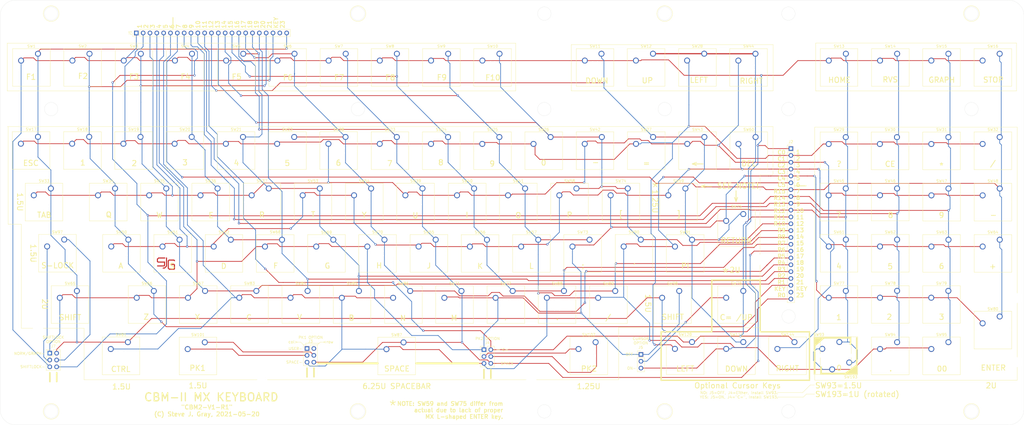
<source format=kicad_pcb>
(kicad_pcb (version 20171130) (host pcbnew "(5.1.9)-1")
  (title_block (date 2021-05-17))
  (layers (0 F.Cu signal) (31 B.Cu signal) (34 B.Paste user hide) (35 F.Paste user) (36 B.SilkS user hide) (37 F.SilkS user) (38 B.Mask user hide) (39 F.Mask user hide) (44 Edge.Cuts user))
  (net 0 "")
  (net 1 C1)
  (net 2 R1)
  (net 3 C2)
  (net 4 C3)
  (net 5 C4)
  (net 6 C5)
  (net 7 R2)
  (net 8 R3)
  (net 9 R4)
  (net 10 R5)
  (net 11 R6)
  (net 12 R7)
  (net 13 R8)
  (net 14 R9)
  (net 15 R10)
  (net 16 R0)
  (net 17 C0)
  (net 18 R11)
  (net 19 R12)
  (net 20 R13)
  (net 21 R14)
  (net 22 R15)
  (net 23 PK1R)
  (net 24 PK1C)
  (net 25 PK2R)
  (net 26 PK2C)
  (net 27 SLOCKR)
  (net 28 CEQC)
  (net 29 SLOCKC)
  (module Button_Switch_Keyboard:SW_Cherry_MX_2.00u_Vertical_PCB (layer F.Cu) (at 397.1417 203.454)
    (fp_text reference SW75 (at -2.54 -2.794) (layer F.SilkS))
    (fp_text value "\"RETURN\"")
    (pad "" np_thru_hole circle (at -9.54 -6.82) (size 3.05 3.05) (drill 3.05) (layers *.Cu *.Mask))
    (pad "" np_thru_hole circle (at -9.54 16.98) (size 3.05 3.05) (drill 3.05) (layers *.Cu *.Mask))
    (pad "" np_thru_hole circle (at 5.7 16.98) (size 4 4) (drill 4) (layers *.Cu *.Mask))
    (pad "" np_thru_hole circle (at 5.7 -6.82) (size 4 4) (drill 4) (layers *.Cu *.Mask))
    (pad "" np_thru_hole circle (at 2.54 5.08) (size 1.7 1.7) (drill 1.7) (layers *.Cu *.Mask))
    (pad "" np_thru_hole circle (at -7.62 5.08) (size 1.7 1.7) (drill 1.7) (layers *.Cu *.Mask))
    (pad "" np_thru_hole circle (at -2.54 5.08) (size 4 4) (drill 4) (layers *.Cu *.Mask))
    (pad 2 thru_hole circle (at -6.35 2.54) (size 2.2 2.2) (drill 1.5) (layers *.Cu *.Mask) (net 5 C4))
    (pad 1 thru_hole circle (at 0 0) (size 2.2 2.2) (drill 1.5) (layers *.Cu *.Mask) (net 15 R10))
  )
  (module Button_Switch_Keyboard:SW_Cherry_MX_1.00u_PCB (layer F.Cu) (at 401.7137 174.8409)
    (fp_text reference SW60 (at -2.54 -2.794) (layer F.SilkS))
    (fp_text value "\"DEL\"")
    (pad "" np_thru_hole circle (at 2.54 5.08) (size 1.7 1.7) (drill 1.7) (layers *.Cu *.Mask))
    (pad "" np_thru_hole circle (at -7.62 5.08) (size 1.7 1.7) (drill 1.7) (layers *.Cu *.Mask))
    (pad "" np_thru_hole circle (at -2.54 5.08) (size 4 4) (drill 4) (layers *.Cu *.Mask))
    (pad 2 thru_hole circle (at -6.35 2.54) (size 2.2 2.2) (drill 1.5) (layers *.Cu *.Mask) (net 4 C3))
    (pad 1 thru_hole circle (at 0 0) (size 2.2 2.2) (drill 1.5) (layers *.Cu *.Mask) (net 18 R11))
  )
  (module Button_Switch_Keyboard:SW_Cherry_MX_1.00u_PCB (layer F.Cu) (at 435.2544 232.0163)
    (fp_text reference SW77 (at -2.54 -2.794) (layer F.SilkS))
    (fp_text value "KP \"1\"")
    (pad 1 thru_hole circle (at 0 0) (size 2.2 2.2) (drill 1.5) (layers *.Cu *.Mask) (net 19 R12))
    (pad 2 thru_hole circle (at -6.35 2.54) (size 2.2 2.2) (drill 1.5) (layers *.Cu *.Mask) (net 5 C4))
    (pad "" np_thru_hole circle (at -2.54 5.08) (size 4 4) (drill 4) (layers *.Cu *.Mask))
    (pad "" np_thru_hole circle (at -7.62 5.08) (size 1.7 1.7) (drill 1.7) (layers *.Cu *.Mask))
    (pad "" np_thru_hole circle (at 2.54 5.08) (size 1.7 1.7) (drill 1.7) (layers *.Cu *.Mask))
  )
  (module Button_Switch_Keyboard:SW_Cherry_MX_1.00u_PCB (layer F.Cu) (at 173.2407 143.8783)
    (fp_text reference SW3 (at -2.54 -2.794) (layer F.SilkS))
    (fp_text value "\"F3\"")
    (pad "" np_thru_hole circle (at 2.54 5.08) (size 1.7 1.7) (drill 1.7) (layers *.Cu *.Mask))
    (pad "" np_thru_hole circle (at -7.62 5.08) (size 1.7 1.7) (drill 1.7) (layers *.Cu *.Mask))
    (pad "" np_thru_hole circle (at -2.54 5.08) (size 4 4) (drill 4) (layers *.Cu *.Mask))
    (pad 2 thru_hole circle (at -6.35 2.54) (size 2.2 2.2) (drill 1.5) (layers *.Cu *.Mask) (net 17 C0))
    (pad 1 thru_hole circle (at 0 0) (size 2.2 2.2) (drill 1.5) (layers *.Cu *.Mask) (net 7 R2))
  )
  (module Button_Switch_Keyboard:SW_Cherry_MX_1.00u_PCB (layer F.Cu) (at 249.3137 174.8028)
    (fp_text reference SW38 (at -2.54 -2.794) (layer F.SilkS))
    (fp_text value "\"6\"")
    (pad "" np_thru_hole circle (at 2.54 5.08) (size 1.7 1.7) (drill 1.7) (layers *.Cu *.Mask))
    (pad "" np_thru_hole circle (at -7.62 5.08) (size 1.7 1.7) (drill 1.7) (layers *.Cu *.Mask))
    (pad "" np_thru_hole circle (at -2.54 5.08) (size 4 4) (drill 4) (layers *.Cu *.Mask))
    (pad 2 thru_hole circle (at -6.35 2.54) (size 2.2 2.2) (drill 1.5) (layers *.Cu *.Mask) (net 3 C2))
    (pad 1 thru_hole circle (at 0 0) (size 2.2 2.2) (drill 1.5) (layers *.Cu *.Mask) (net 10 R5))
  )
  (module Button_Switch_Keyboard:SW_Cherry_MX_1.00u_PCB (layer F.Cu) (at 359.0544 212.9663)
    (fp_text reference SW90 (at -2.54 -2.794) (layer F.SilkS))
    (fp_text value "\"'\"")
    (pad "" np_thru_hole circle (at 2.54 5.08) (size 1.7 1.7) (drill 1.7) (layers *.Cu *.Mask))
    (pad "" np_thru_hole circle (at -7.62 5.08) (size 1.7 1.7) (drill 1.7) (layers *.Cu *.Mask))
    (pad "" np_thru_hole circle (at -2.54 5.08) (size 4 4) (drill 4) (layers *.Cu *.Mask))
    (pad 2 thru_hole circle (at -6.35 2.54) (size 2.2 2.2) (drill 1.5) (layers *.Cu *.Mask) (net 6 C5))
    (pad 1 thru_hole circle (at 0 0) (size 2.2 2.2) (drill 1.5) (layers *.Cu *.Mask) (net 14 R9))
  )
  (module Button_Switch_Keyboard:SW_Cherry_MX_1.00u_PCB (layer F.Cu) (at 192.2653 143.8783)
    (fp_text reference SW4 (at -2.54 -2.794) (layer F.SilkS))
    (fp_text value "\"F4\"")
    (pad "" np_thru_hole circle (at 2.54 5.08) (size 1.7 1.7) (drill 1.7) (layers *.Cu *.Mask))
    (pad "" np_thru_hole circle (at -7.62 5.08) (size 1.7 1.7) (drill 1.7) (layers *.Cu *.Mask))
    (pad "" np_thru_hole circle (at -2.54 5.08) (size 4 4) (drill 4) (layers *.Cu *.Mask))
    (pad 2 thru_hole circle (at -6.35 2.54) (size 2.2 2.2) (drill 1.5) (layers *.Cu *.Mask) (net 17 C0))
    (pad 1 thru_hole circle (at 0 0) (size 2.2 2.2) (drill 1.5) (layers *.Cu *.Mask) (net 8 R3))
  )
  (module Button_Switch_Keyboard:SW_Cherry_MX_6.25u_PCB (layer F.Cu) (at 270.8783 251.1425)
    (fp_text reference SW87 (at -2.54 -2.794) (layer F.SilkS))
    (fp_text value "\"SPACE\"")
    (pad "" np_thru_hole circle (at 47.46 -1.92) (size 3.05 3.05) (drill 3.05) (layers *.Cu *.Mask))
    (pad "" np_thru_hole circle (at -52.54 -1.92) (size 3.05 3.05) (drill 3.05) (layers *.Cu *.Mask))
    (pad "" np_thru_hole circle (at -52.54 13.32) (size 4 4) (drill 4) (layers *.Cu *.Mask))
    (pad "" np_thru_hole circle (at 47.46 13.32) (size 4 4) (drill 4) (layers *.Cu *.Mask))
    (pad "" np_thru_hole circle (at 2.54 5.08) (size 1.7 1.7) (drill 1.7) (layers *.Cu *.Mask))
    (pad "" np_thru_hole circle (at -7.62 5.08) (size 1.7 1.7) (drill 1.7) (layers *.Cu *.Mask))
    (pad "" np_thru_hole circle (at -2.54 5.08) (size 4 4) (drill 4) (layers *.Cu *.Mask))
    (pad 2 thru_hole circle (at -6.35 2.54) (size 2.2 2.2) (drill 1.5) (layers *.Cu *.Mask) (net 6 C5))
    (pad 1 thru_hole circle (at 0 0) (size 2.2 2.2) (drill 1.5) (layers *.Cu *.Mask) (net 11 R6))
  )
  (module Connector_PinHeader_2.54mm:PinHeader_2x03_P2.54mm_Vertical (layer F.Cu) (at 300.7741 253.873)
    (fp_text reference J4 (at 1.2827 -2.5781) (layer F.SilkS))
    (fp_text value PK2)
    (pad 6 thru_hole oval (at 2.54 5.08) (size 1.7 1.7) (drill 1) (layers *.Cu *.Mask) (net 11 R6))
    (pad 5 thru_hole oval (at 0 5.08) (size 1.7 1.7) (drill 1) (layers *.Cu *.Mask) (net 6 C5))
    (pad 4 thru_hole oval (at 2.54 2.54) (size 1.7 1.7) (drill 1) (layers *.Cu *.Mask) (net 25 PK2R))
    (pad 3 thru_hole oval (at 0 2.54) (size 1.7 1.7) (drill 1) (layers *.Cu *.Mask) (net 26 PK2C))
    (pad 2 thru_hole oval (at 2.54 0) (size 1.7 1.7) (drill 1) (layers *.Cu *.Mask) (net 18 R11))
    (pad 1 thru_hole rect (at 0 0) (size 1.7 1.7) (drill 1) (layers *.Cu *.Mask) (net 5 C4))
  )
  (module Connector_PinHeader_2.54mm:PinHeader_2x03_P2.54mm_Vertical (layer F.Cu) (at 235.0135 253.4285)
    (fp_text reference J3 (at 1.2827 -2.6543) (layer F.SilkS))
    (fp_text value PK1)
    (pad 6 thru_hole oval (at 2.54 5.08) (size 1.7 1.7) (drill 1) (layers *.Cu *.Mask) (net 11 R6))
    (pad 5 thru_hole oval (at 0 5.08) (size 1.7 1.7) (drill 1) (layers *.Cu *.Mask) (net 6 C5))
    (pad 4 thru_hole oval (at 2.54 2.54) (size 1.7 1.7) (drill 1) (layers *.Cu *.Mask) (net 23 PK1R))
    (pad 3 thru_hole oval (at 0 2.54) (size 1.7 1.7) (drill 1) (layers *.Cu *.Mask) (net 24 PK1C))
    (pad 2 thru_hole oval (at 2.54 0) (size 1.7 1.7) (drill 1) (layers *.Cu *.Mask))
    (pad 1 thru_hole rect (at 0 0) (size 1.7 1.7) (drill 1) (layers *.Cu *.Mask))
  )
  (module Button_Switch_Keyboard:SW_Cherry_MX_2.00u_PCB (layer F.Cu) (at 149.479 232.0417)
    (fp_text reference SW65 (at -2.54 -2.794) (layer F.SilkS))
    (fp_text value "\"SHIFT\"")
    (pad "" np_thru_hole circle (at 9.36 -1.92) (size 3.05 3.05) (drill 3.05) (layers *.Cu *.Mask))
    (pad "" np_thru_hole circle (at -14.44 -1.92) (size 3.05 3.05) (drill 3.05) (layers *.Cu *.Mask))
    (pad "" np_thru_hole circle (at -14.44 13.32) (size 4 4) (drill 4) (layers *.Cu *.Mask))
    (pad "" np_thru_hole circle (at 9.36 13.32) (size 4 4) (drill 4) (layers *.Cu *.Mask))
    (pad "" np_thru_hole circle (at 2.54 5.08) (size 1.7 1.7) (drill 1.7) (layers *.Cu *.Mask))
    (pad "" np_thru_hole circle (at -7.62 5.08) (size 1.7 1.7) (drill 1.7) (layers *.Cu *.Mask))
    (pad "" np_thru_hole circle (at -2.54 5.08) (size 4 4) (drill 4) (layers *.Cu *.Mask))
    (pad 2 thru_hole circle (at -6.35 2.54) (size 2.2 2.2) (drill 1.5) (layers *.Cu *.Mask) (net 5 C4))
    (pad 1 thru_hole circle (at 0 0) (size 2.2 2.2) (drill 1.5) (layers *.Cu *.Mask) (net 16 R0))
  )
  (module Button_Switch_Keyboard:SW_Cherry_MX_1.00u_PCB (layer F.Cu) (at 430.1744 261.1755 180)
    (fp_text reference SW193 (at -6.9215 -2.8321) (layer F.SilkS))
    (fp_text value "KP\"0\" Alternate")
    (pad "" np_thru_hole circle (at 2.54 5.08 180) (size 1.7 1.7) (drill 1.7) (layers *.Cu *.Mask))
    (pad "" np_thru_hole circle (at -7.62 5.08 180) (size 1.7 1.7) (drill 1.7) (layers *.Cu *.Mask))
    (pad "" np_thru_hole circle (at -2.54 5.08 180) (size 4 4) (drill 4) (layers *.Cu *.Mask))
    (pad 2 thru_hole circle (at -6.35 2.54 180) (size 2.2 2.2) (drill 1.5) (layers *.Cu *.Mask) (net 19 R12))
    (pad 1 thru_hole circle (at 0 0 180) (size 2.2 2.2) (drill 1.5) (layers *.Cu *.Mask) (net 6 C5))
  )
  (module Button_Switch_Keyboard:SW_Cherry_MX1A_1.25u_PCB (layer F.Cu) (at 432.8541 251.0028)
    (fp_text reference SW93 (at -7.6454 -2.7559) (layer F.SilkS))
    (fp_text value "KP\"0\" Reg")
    (pad "" np_thru_hole circle (at 2.54 5.08) (size 1.7 1.7) (drill 1.7) (layers *.Cu *.Mask))
    (pad "" np_thru_hole circle (at -7.62 5.08) (size 1.7 1.7) (drill 1.7) (layers *.Cu *.Mask))
    (pad "" np_thru_hole circle (at -2.54 5.08) (size 4 4) (drill 4) (layers *.Cu *.Mask))
    (pad 2 thru_hole circle (at -6.35 2.54) (size 2.2 2.2) (drill 1.5) (layers *.Cu *.Mask) (net 6 C5))
    (pad 1 thru_hole circle (at 0 0) (size 2.2 2.2) (drill 1.5) (layers *.Cu *.Mask) (net 19 R12))
  )
  (module Connector_PinHeader_2.54mm:PinHeader_1x03_P2.54mm_Vertical (layer F.Cu) (at 359.1179 255.6256)
    (fp_text reference J5 (at -0.0889 -2.6162) (layer F.SilkS))
    (fp_text value C=/UP)
    (pad 3 thru_hole oval (at 0 5.08) (size 1.7 1.7) (drill 1) (layers *.Cu *.Mask) (net 17 C0))
    (pad 2 thru_hole oval (at 0 2.54) (size 1.7 1.7) (drill 1) (layers *.Cu *.Mask) (net 28 CEQC))
    (pad 1 thru_hole rect (at 0 0) (size 1.7 1.7) (drill 1) (layers *.Cu *.Mask) (net 5 C4))
  )
  (module Button_Switch_Keyboard:SW_Cherry_MX_1.00u_PCB (layer F.Cu) (at 416.1663 251.0409)
    (fp_text reference SW144 (at -2.54 -2.794) (layer F.SilkS))
    (fp_text value "\"RIGHT\"")
    (pad "" np_thru_hole circle (at 2.54 5.08) (size 1.7 1.7) (drill 1.7) (layers *.Cu *.Mask))
    (pad "" np_thru_hole circle (at -7.62 5.08) (size 1.7 1.7) (drill 1.7) (layers *.Cu *.Mask))
    (pad "" np_thru_hole circle (at -2.54 5.08) (size 4 4) (drill 4) (layers *.Cu *.Mask))
    (pad 2 thru_hole circle (at -6.35 2.54) (size 2.2 2.2) (drill 1.5) (layers *.Cu *.Mask) (net 3 C2))
    (pad 1 thru_hole circle (at 0 0) (size 2.2 2.2) (drill 1.5) (layers *.Cu *.Mask) (net 18 R11))
  )
  (module Button_Switch_Keyboard:SW_Cherry_MX_1.00u_PCB (layer F.Cu) (at 378.0917 251.0155)
    (fp_text reference SW128 (at -2.54 -2.794) (layer F.SilkS))
    (fp_text value "\"LEFT\"")
    (pad "" np_thru_hole circle (at 2.54 5.08) (size 1.7 1.7) (drill 1.7) (layers *.Cu *.Mask))
    (pad "" np_thru_hole circle (at -7.62 5.08) (size 1.7 1.7) (drill 1.7) (layers *.Cu *.Mask))
    (pad "" np_thru_hole circle (at -2.54 5.08) (size 4 4) (drill 4) (layers *.Cu *.Mask))
    (pad 2 thru_hole circle (at -6.35 2.54) (size 2.2 2.2) (drill 1.5) (layers *.Cu *.Mask) (net 1 C1))
    (pad 1 thru_hole circle (at 0 0) (size 2.2 2.2) (drill 1.5) (layers *.Cu *.Mask) (net 18 R11))
  )
  (module Button_Switch_Keyboard:SW_Cherry_MX_1.00u_PCB (layer F.Cu) (at 397.1544 251.0155)
    (fp_text reference SW111 (at -2.54 -2.794) (layer F.SilkS))
    (fp_text value "\"DOWN\"")
    (pad "" np_thru_hole circle (at 2.54 5.08) (size 1.7 1.7) (drill 1.7) (layers *.Cu *.Mask))
    (pad "" np_thru_hole circle (at -7.62 5.08) (size 1.7 1.7) (drill 1.7) (layers *.Cu *.Mask))
    (pad "" np_thru_hole circle (at -2.54 5.08) (size 4 4) (drill 4) (layers *.Cu *.Mask))
    (pad 2 thru_hole circle (at -6.35 2.54) (size 2.2 2.2) (drill 1.5) (layers *.Cu *.Mask) (net 17 C0))
    (pad 1 thru_hole circle (at 0 0) (size 2.2 2.2) (drill 1.5) (layers *.Cu *.Mask) (net 15 R10))
  )
  (module Button_Switch_Keyboard:SW_Cherry_MX_1.25u_PCB (layer F.Cu) (at 375.6279 193.9417)
    (fp_text reference SW59 (at -2.54 -2.794) (layer F.SilkS))
    (fp_text value "\"]\"")
    (pad "" np_thru_hole circle (at 2.54 5.08) (size 1.7 1.7) (drill 1.7) (layers *.Cu *.Mask))
    (pad "" np_thru_hole circle (at -7.62 5.08) (size 1.7 1.7) (drill 1.7) (layers *.Cu *.Mask))
    (pad "" np_thru_hole circle (at -2.54 5.08) (size 4 4) (drill 4) (layers *.Cu *.Mask))
    (pad 2 thru_hole circle (at -6.35 2.54) (size 2.2 2.2) (drill 1.5) (layers *.Cu *.Mask) (net 4 C3))
    (pad 1 thru_hole circle (at 0 0) (size 2.2 2.2) (drill 1.5) (layers *.Cu *.Mask) (net 15 R10))
  )
  (module Button_Switch_Keyboard:SW_Cherry_MX_2.00u_Vertical_PCB (layer F.Cu) (at 492.4425 241.5159)
    (fp_text reference SW80 (at -2.54 -2.794) (layer F.SilkS))
    (fp_text value "\"ENTER\"")
    (pad "" np_thru_hole circle (at -9.54 -6.82) (size 3.05 3.05) (drill 3.05) (layers *.Cu *.Mask))
    (pad "" np_thru_hole circle (at -9.54 16.98) (size 3.05 3.05) (drill 3.05) (layers *.Cu *.Mask))
    (pad "" np_thru_hole circle (at 5.7 16.98) (size 4 4) (drill 4) (layers *.Cu *.Mask))
    (pad "" np_thru_hole circle (at 5.7 -6.82) (size 4 4) (drill 4) (layers *.Cu *.Mask))
    (pad "" np_thru_hole circle (at 2.54 5.08) (size 1.7 1.7) (drill 1.7) (layers *.Cu *.Mask))
    (pad "" np_thru_hole circle (at -7.62 5.08) (size 1.7 1.7) (drill 1.7) (layers *.Cu *.Mask))
    (pad "" np_thru_hole circle (at -2.54 5.08) (size 4 4) (drill 4) (layers *.Cu *.Mask))
    (pad 2 thru_hole circle (at -6.35 2.54) (size 2.2 2.2) (drill 1.5) (layers *.Cu *.Mask) (net 5 C4))
    (pad 1 thru_hole circle (at 0 0) (size 2.2 2.2) (drill 1.5) (layers *.Cu *.Mask) (net 22 R15))
  )
  (module Button_Switch_Keyboard:SW_Cherry_MX1A_1.25u_PCB (layer F.Cu) (at 342.265 251.079)
    (fp_text reference SW102 (at -2.54 -2.794) (layer F.SilkS))
    (fp_text value PRG2)
    (pad "" np_thru_hole circle (at 2.54 5.08) (size 1.7 1.7) (drill 1.7) (layers *.Cu *.Mask))
    (pad "" np_thru_hole circle (at -7.62 5.08) (size 1.7 1.7) (drill 1.7) (layers *.Cu *.Mask))
    (pad "" np_thru_hole circle (at -2.54 5.08) (size 4 4) (drill 4) (layers *.Cu *.Mask))
    (pad 2 thru_hole circle (at -6.35 2.54) (size 2.2 2.2) (drill 1.5) (layers *.Cu *.Mask) (net 26 PK2C))
    (pad 1 thru_hole circle (at 0 0) (size 2.2 2.2) (drill 1.5) (layers *.Cu *.Mask) (net 25 PK2R))
  )
  (module Button_Switch_Keyboard:SW_Cherry_MX1A_1.50u_PCB (layer F.Cu) (at 197.0151 251.1044)
    (fp_text reference SW101 (at -2.54 -2.794) (layer F.SilkS))
    (fp_text value PRG1)
    (pad "" np_thru_hole circle (at 2.54 5.08) (size 1.7 1.7) (drill 1.7) (layers *.Cu *.Mask))
    (pad "" np_thru_hole circle (at -7.62 5.08) (size 1.7 1.7) (drill 1.7) (layers *.Cu *.Mask))
    (pad "" np_thru_hole circle (at -2.54 5.08) (size 4 4) (drill 4) (layers *.Cu *.Mask))
    (pad 2 thru_hole circle (at -6.35 2.54) (size 2.2 2.2) (drill 1.5) (layers *.Cu *.Mask) (net 24 PK1C))
    (pad 1 thru_hole circle (at 0 0) (size 2.2 2.2) (drill 1.5) (layers *.Cu *.Mask) (net 23 PK1R))
  )
  (module Button_Switch_Keyboard:SW_Cherry_MX_1.50u_PCB (layer F.Cu) (at 373.3419 232.029)
    (fp_text reference SW98 (at -2.54 -2.794) (layer F.SilkS))
    (fp_text value R-SHIFT)
    (pad "" np_thru_hole circle (at 2.54 5.08) (size 1.7 1.7) (drill 1.7) (layers *.Cu *.Mask))
    (pad "" np_thru_hole circle (at -7.62 5.08) (size 1.7 1.7) (drill 1.7) (layers *.Cu *.Mask))
    (pad "" np_thru_hole circle (at -2.54 5.08) (size 4 4) (drill 4) (layers *.Cu *.Mask))
    (pad 2 thru_hole circle (at -6.35 2.54) (size 2.2 2.2) (drill 1.5) (layers *.Cu *.Mask) (net 16 R0))
    (pad 1 thru_hole circle (at 0 0) (size 2.2 2.2) (drill 1.5) (layers *.Cu *.Mask) (net 5 C4))
  )
  (module Button_Switch_Keyboard:SW_Cherry_MX_1.50u_PCB (layer F.Cu) (at 144.78 212.9409)
    (fp_text reference SW97 (at -2.54 -2.794) (layer F.SilkS))
    (fp_text value S-LOCK)
    (pad "" np_thru_hole circle (at 2.54 5.08) (size 1.7 1.7) (drill 1.7) (layers *.Cu *.Mask))
    (pad "" np_thru_hole circle (at -7.62 5.08) (size 1.7 1.7) (drill 1.7) (layers *.Cu *.Mask))
    (pad "" np_thru_hole circle (at -2.54 5.08) (size 4 4) (drill 4) (layers *.Cu *.Mask))
    (pad 2 thru_hole circle (at -6.35 2.54) (size 2.2 2.2) (drill 1.5) (layers *.Cu *.Mask) (net 29 SLOCKC))
    (pad 1 thru_hole circle (at 0 0) (size 2.2 2.2) (drill 1.5) (layers *.Cu *.Mask) (net 27 SLOCKR))
  )
  (module Connector_PinHeader_2.54mm:PinHeader_1x23_P2.54mm_Vertical (layer F.Cu) (at 171.5643 136.1567 90)
    (fp_text reference J1 (at 0 -2.33 90) (layer F.SilkS))
    (fp_text value Conn_01x23)
    (pad 23 thru_hole oval (at 0 55.88 90) (size 1.7 1.7) (drill 1) (layers *.Cu *.Mask) (net 16 R0))
    (pad 22 thru_hole oval (at 0 53.34 90) (size 1.7 1.7) (drill 1) (layers *.Cu *.Mask))
    (pad 21 thru_hole oval (at 0 50.8 90) (size 1.7 1.7) (drill 1) (layers *.Cu *.Mask) (net 2 R1))
    (pad 20 thru_hole oval (at 0 48.26 90) (size 1.7 1.7) (drill 1) (layers *.Cu *.Mask) (net 7 R2))
    (pad 19 thru_hole oval (at 0 45.72 90) (size 1.7 1.7) (drill 1) (layers *.Cu *.Mask) (net 8 R3))
    (pad 18 thru_hole oval (at 0 43.18 90) (size 1.7 1.7) (drill 1) (layers *.Cu *.Mask) (net 9 R4))
    (pad 17 thru_hole oval (at 0 40.64 90) (size 1.7 1.7) (drill 1) (layers *.Cu *.Mask) (net 10 R5))
    (pad 16 thru_hole oval (at 0 38.1 90) (size 1.7 1.7) (drill 1) (layers *.Cu *.Mask) (net 11 R6))
    (pad 15 thru_hole oval (at 0 35.56 90) (size 1.7 1.7) (drill 1) (layers *.Cu *.Mask) (net 12 R7))
    (pad 14 thru_hole oval (at 0 33.02 90) (size 1.7 1.7) (drill 1) (layers *.Cu *.Mask) (net 13 R8))
    (pad 13 thru_hole oval (at 0 30.48 90) (size 1.7 1.7) (drill 1) (layers *.Cu *.Mask) (net 14 R9))
    (pad 12 thru_hole oval (at 0 27.94 90) (size 1.7 1.7) (drill 1) (layers *.Cu *.Mask) (net 15 R10))
    (pad 11 thru_hole oval (at 0 25.4 90) (size 1.7 1.7) (drill 1) (layers *.Cu *.Mask) (net 18 R11))
    (pad 10 thru_hole oval (at 0 22.86 90) (size 1.7 1.7) (drill 1) (layers *.Cu *.Mask) (net 19 R12))
    (pad 9 thru_hole oval (at 0 20.32 90) (size 1.7 1.7) (drill 1) (layers *.Cu *.Mask) (net 20 R13))
    (pad 8 thru_hole oval (at 0 17.78 90) (size 1.7 1.7) (drill 1) (layers *.Cu *.Mask) (net 21 R14))
    (pad 7 thru_hole oval (at 0 15.24 90) (size 1.7 1.7) (drill 1) (layers *.Cu *.Mask) (net 22 R15))
    (pad 6 thru_hole oval (at 0 12.7 90) (size 1.7 1.7) (drill 1) (layers *.Cu *.Mask) (net 6 C5))
    (pad 5 thru_hole oval (at 0 10.16 90) (size 1.7 1.7) (drill 1) (layers *.Cu *.Mask) (net 5 C4))
    (pad 4 thru_hole oval (at 0 7.62 90) (size 1.7 1.7) (drill 1) (layers *.Cu *.Mask) (net 4 C3))
    (pad 3 thru_hole oval (at 0 5.08 90) (size 1.7 1.7) (drill 1) (layers *.Cu *.Mask) (net 3 C2))
    (pad 2 thru_hole oval (at 0 2.54 90) (size 1.7 1.7) (drill 1) (layers *.Cu *.Mask) (net 1 C1))
    (pad 1 thru_hole rect (at 0 0 90) (size 1.7 1.7) (drill 1) (layers *.Cu *.Mask) (net 17 C0))
  )
  (module Connector_PinHeader_2.54mm:PinHeader_1x23_P2.54mm_Vertical (layer F.Cu) (at 414.8455 179.1335)
    (fp_text reference J2 (at -0.0381 -2.5273) (layer F.SilkS))
    (fp_text value Conn_01x23)
    (pad 23 thru_hole oval (at 0 55.88) (size 1.7 1.7) (drill 1) (layers *.Cu *.Mask) (net 16 R0))
    (pad 22 thru_hole oval (at 0 53.34) (size 1.7 1.7) (drill 1) (layers *.Cu *.Mask))
    (pad 21 thru_hole oval (at 0 50.8) (size 1.7 1.7) (drill 1) (layers *.Cu *.Mask) (net 2 R1))
    (pad 20 thru_hole oval (at 0 48.26) (size 1.7 1.7) (drill 1) (layers *.Cu *.Mask) (net 7 R2))
    (pad 19 thru_hole oval (at 0 45.72) (size 1.7 1.7) (drill 1) (layers *.Cu *.Mask) (net 8 R3))
    (pad 18 thru_hole oval (at 0 43.18) (size 1.7 1.7) (drill 1) (layers *.Cu *.Mask) (net 9 R4))
    (pad 17 thru_hole oval (at 0 40.64) (size 1.7 1.7) (drill 1) (layers *.Cu *.Mask) (net 10 R5))
    (pad 16 thru_hole oval (at 0 38.1) (size 1.7 1.7) (drill 1) (layers *.Cu *.Mask) (net 11 R6))
    (pad 15 thru_hole oval (at 0 35.56) (size 1.7 1.7) (drill 1) (layers *.Cu *.Mask) (net 12 R7))
    (pad 14 thru_hole oval (at 0 33.02) (size 1.7 1.7) (drill 1) (layers *.Cu *.Mask) (net 13 R8))
    (pad 13 thru_hole oval (at 0 30.48) (size 1.7 1.7) (drill 1) (layers *.Cu *.Mask) (net 14 R9))
    (pad 12 thru_hole oval (at 0 27.94) (size 1.7 1.7) (drill 1) (layers *.Cu *.Mask) (net 15 R10))
    (pad 11 thru_hole oval (at 0 25.4) (size 1.7 1.7) (drill 1) (layers *.Cu *.Mask) (net 18 R11))
    (pad 10 thru_hole oval (at 0 22.86) (size 1.7 1.7) (drill 1) (layers *.Cu *.Mask) (net 19 R12))
    (pad 9 thru_hole oval (at 0 20.32) (size 1.7 1.7) (drill 1) (layers *.Cu *.Mask) (net 20 R13))
    (pad 8 thru_hole oval (at 0 17.78) (size 1.7 1.7) (drill 1) (layers *.Cu *.Mask) (net 21 R14))
    (pad 7 thru_hole oval (at 0 15.24) (size 1.7 1.7) (drill 1) (layers *.Cu *.Mask) (net 22 R15))
    (pad 6 thru_hole oval (at 0 12.7) (size 1.7 1.7) (drill 1) (layers *.Cu *.Mask) (net 6 C5))
    (pad 5 thru_hole oval (at 0 10.16) (size 1.7 1.7) (drill 1) (layers *.Cu *.Mask) (net 5 C4))
    (pad 4 thru_hole oval (at 0 7.62) (size 1.7 1.7) (drill 1) (layers *.Cu *.Mask) (net 4 C3))
    (pad 3 thru_hole oval (at 0 5.08) (size 1.7 1.7) (drill 1) (layers *.Cu *.Mask) (net 3 C2))
    (pad 2 thru_hole oval (at 0 2.54) (size 1.7 1.7) (drill 1) (layers *.Cu *.Mask) (net 1 C1))
    (pad 1 thru_hole rect (at 0 0) (size 1.7 1.7) (drill 1) (layers *.Cu *.Mask) (net 17 C0))
  )
  (module Button_Switch_Keyboard:SW_Cherry_MX_1.50u_PCB (layer F.Cu) (at 168.4274 251.0663)
    (fp_text reference SW81 (at -2.54 -2.794) (layer F.SilkS))
    (fp_text value "\"CTRL\"")
    (pad "" np_thru_hole circle (at 2.54 5.08) (size 1.7 1.7) (drill 1.7) (layers *.Cu *.Mask))
    (pad "" np_thru_hole circle (at -7.62 5.08) (size 1.7 1.7) (drill 1.7) (layers *.Cu *.Mask))
    (pad "" np_thru_hole circle (at -2.54 5.08) (size 4 4) (drill 4) (layers *.Cu *.Mask))
    (pad 2 thru_hole circle (at -6.35 2.54) (size 2.2 2.2) (drill 1.5) (layers *.Cu *.Mask) (net 6 C5))
    (pad 1 thru_hole circle (at 0 0) (size 2.2 2.2) (drill 1.5) (layers *.Cu *.Mask) (net 16 R0))
  )
  (module Button_Switch_Keyboard:SW_Cherry_MX_1.50u_PCB (layer F.Cu) (at 139.8143 193.9417)
    (fp_text reference SW33 (at -2.54 -2.794) (layer F.SilkS))
    (fp_text value "\"TAB\"")
    (pad "" np_thru_hole circle (at 2.54 5.08) (size 1.7 1.7) (drill 1.7) (layers *.Cu *.Mask))
    (pad "" np_thru_hole circle (at -7.62 5.08) (size 1.7 1.7) (drill 1.7) (layers *.Cu *.Mask))
    (pad "" np_thru_hole circle (at -2.54 5.08) (size 4 4) (drill 4) (layers *.Cu *.Mask))
    (pad 2 thru_hole circle (at -6.35 2.54) (size 2.2 2.2) (drill 1.5) (layers *.Cu *.Mask) (net 3 C2))
    (pad 1 thru_hole circle (at 0 0) (size 2.2 2.2) (drill 1.5) (layers *.Cu *.Mask) (net 16 R0))
  )
  (module Button_Switch_Keyboard:SW_Cherry_MX_1.00u_PCB (layer F.Cu) (at 216.1794 232.0163)
    (fp_text reference SW83 (at -2.54 -2.794) (layer F.SilkS))
    (fp_text value "\"C\"")
    (pad "" np_thru_hole circle (at 2.54 5.08) (size 1.7 1.7) (drill 1.7) (layers *.Cu *.Mask))
    (pad "" np_thru_hole circle (at -7.62 5.08) (size 1.7 1.7) (drill 1.7) (layers *.Cu *.Mask))
    (pad "" np_thru_hole circle (at -2.54 5.08) (size 4 4) (drill 4) (layers *.Cu *.Mask))
    (pad 2 thru_hole circle (at -6.35 2.54) (size 2.2 2.2) (drill 1.5) (layers *.Cu *.Mask) (net 6 C5))
    (pad 1 thru_hole circle (at 0 0) (size 2.2 2.2) (drill 1.5) (layers *.Cu *.Mask) (net 7 R2))
  )
  (module Button_Switch_Keyboard:SW_Cherry_MX_1.00u_PCB (layer F.Cu) (at 197.1167 232.029)
    (fp_text reference SW67 (at -2.54 -2.794) (layer F.SilkS))
    (fp_text value "\"X\"")
    (pad "" np_thru_hole circle (at 2.54 5.08) (size 1.7 1.7) (drill 1.7) (layers *.Cu *.Mask))
    (pad "" np_thru_hole circle (at -7.62 5.08) (size 1.7 1.7) (drill 1.7) (layers *.Cu *.Mask))
    (pad "" np_thru_hole circle (at -2.54 5.08) (size 4 4) (drill 4) (layers *.Cu *.Mask))
    (pad 2 thru_hole circle (at -6.35 2.54) (size 2.2 2.2) (drill 1.5) (layers *.Cu *.Mask) (net 5 C4))
    (pad 1 thru_hole circle (at 0 0) (size 2.2 2.2) (drill 1.5) (layers *.Cu *.Mask) (net 7 R2))
  )
  (module Button_Switch_Keyboard:SW_Cherry_MX_1.00u_PCB (layer F.Cu) (at 363.6264 174.8282)
    (fp_text reference SW27 (at -2.54 -2.794) (layer F.SilkS))
    (fp_text value "\"=\"")
    (pad "" np_thru_hole circle (at 2.54 5.08) (size 1.7 1.7) (drill 1.7) (layers *.Cu *.Mask))
    (pad "" np_thru_hole circle (at -7.62 5.08) (size 1.7 1.7) (drill 1.7) (layers *.Cu *.Mask))
    (pad "" np_thru_hole circle (at -2.54 5.08) (size 4 4) (drill 4) (layers *.Cu *.Mask))
    (pad 2 thru_hole circle (at -6.35 2.54) (size 2.2 2.2) (drill 1.5) (layers *.Cu *.Mask) (net 1 C1))
    (pad 1 thru_hole circle (at 0 0) (size 2.2 2.2) (drill 1.5) (layers *.Cu *.Mask) (net 15 R10))
  )
  (module Button_Switch_Keyboard:SW_Cherry_MX_1.00u_PCB (layer F.Cu) (at 492.4298 143.8783)
    (fp_text reference SW16 (at -2.54 -2.794) (layer F.SilkS))
    (fp_text value "\"STOP\"")
    (pad "" np_thru_hole circle (at 2.54 5.08) (size 1.7 1.7) (drill 1.7) (layers *.Cu *.Mask))
    (pad "" np_thru_hole circle (at -7.62 5.08) (size 1.7 1.7) (drill 1.7) (layers *.Cu *.Mask))
    (pad "" np_thru_hole circle (at -2.54 5.08) (size 4 4) (drill 4) (layers *.Cu *.Mask))
    (pad 2 thru_hole circle (at -6.35 2.54) (size 2.2 2.2) (drill 1.5) (layers *.Cu *.Mask) (net 17 C0))
    (pad 1 thru_hole circle (at 0 0) (size 2.2 2.2) (drill 1.5) (layers *.Cu *.Mask) (net 22 R15))
  )
  (module Button_Switch_Keyboard:SW_Cherry_MX_1.00u_PCB (layer F.Cu) (at 344.6018 143.8783)
    (fp_text reference SW11 (at -2.54 -2.794) (layer F.SilkS))
    (fp_text value "\"DOWN\"")
    (pad "" np_thru_hole circle (at 2.54 5.08) (size 1.7 1.7) (drill 1.7) (layers *.Cu *.Mask))
    (pad "" np_thru_hole circle (at -7.62 5.08) (size 1.7 1.7) (drill 1.7) (layers *.Cu *.Mask))
    (pad "" np_thru_hole circle (at -2.54 5.08) (size 4 4) (drill 4) (layers *.Cu *.Mask))
    (pad 2 thru_hole circle (at -6.35 2.54) (size 2.2 2.2) (drill 1.5) (layers *.Cu *.Mask) (net 17 C0))
    (pad 1 thru_hole circle (at -0.1655 0) (size 2.2 2.2) (drill 1.5) (layers *.Cu *.Mask) (net 15 R10))
  )
  (module Button_Switch_Keyboard:SW_Cherry_MX_1.00u_PCB (layer F.Cu) (at 268.4018 143.8783)
    (fp_text reference SW8 (at -2.54 -2.794) (layer F.SilkS))
    (fp_text value "\"F8\"")
    (pad "" np_thru_hole circle (at 2.54 5.08) (size 1.7 1.7) (drill 1.7) (layers *.Cu *.Mask))
    (pad "" np_thru_hole circle (at -7.62 5.08) (size 1.7 1.7) (drill 1.7) (layers *.Cu *.Mask))
    (pad "" np_thru_hole circle (at -2.54 5.08) (size 4 4) (drill 4) (layers *.Cu *.Mask))
    (pad 2 thru_hole circle (at -6.35 2.54) (size 2.2 2.2) (drill 1.5) (layers *.Cu *.Mask) (net 17 C0))
    (pad 1 thru_hole circle (at 0 0) (size 2.2 2.2) (drill 1.5) (layers *.Cu *.Mask) (net 12 R7))
  )
  (module Button_Switch_Keyboard:SW_Cherry_MX_1.00u_PCB (layer F.Cu) (at 230.3526 143.8783)
    (fp_text reference SW6 (at -2.54 -2.794) (layer F.SilkS))
    (fp_text value "\"F6\"")
    (pad "" np_thru_hole circle (at 2.54 5.08) (size 1.7 1.7) (drill 1.7) (layers *.Cu *.Mask))
    (pad "" np_thru_hole circle (at -7.62 5.08) (size 1.7 1.7) (drill 1.7) (layers *.Cu *.Mask))
    (pad "" np_thru_hole circle (at -2.54 5.08) (size 4 4) (drill 4) (layers *.Cu *.Mask))
    (pad 2 thru_hole circle (at -6.35 2.54) (size 2.2 2.2) (drill 1.5) (layers *.Cu *.Mask) (net 17 C0))
    (pad 1 thru_hole circle (at 0 0) (size 2.2 2.2) (drill 1.5) (layers *.Cu *.Mask) (net 10 R5))
  )
  (module Button_Switch_Keyboard:SW_Cherry_MX_1.00u_PCB (layer F.Cu) (at 473.3798 251.0663)
    (fp_text reference SW95 (at -2.54 -2.794) (layer F.SilkS))
    (fp_text value "KP \"00\"")
    (pad "" np_thru_hole circle (at 2.54 5.08) (size 1.7 1.7) (drill 1.7) (layers *.Cu *.Mask))
    (pad "" np_thru_hole circle (at -7.62 5.08) (size 1.7 1.7) (drill 1.7) (layers *.Cu *.Mask))
    (pad "" np_thru_hole circle (at -2.54 5.08) (size 4 4) (drill 4) (layers *.Cu *.Mask))
    (pad 2 thru_hole circle (at -6.35 2.54) (size 2.2 2.2) (drill 1.5) (layers *.Cu *.Mask) (net 6 C5))
    (pad 1 thru_hole circle (at 0 0) (size 2.2 2.2) (drill 1.5) (layers *.Cu *.Mask) (net 21 R14))
  )
  (module Button_Switch_Keyboard:SW_Cherry_MX_1.00u_PCB (layer F.Cu) (at 454.3171 251.079)
    (fp_text reference SW94 (at -2.54 -2.794) (layer F.SilkS))
    (fp_text value "KP \".\"")
    (pad "" np_thru_hole circle (at 2.54 5.08) (size 1.7 1.7) (drill 1.7) (layers *.Cu *.Mask))
    (pad "" np_thru_hole circle (at -7.62 5.08) (size 1.7 1.7) (drill 1.7) (layers *.Cu *.Mask))
    (pad "" np_thru_hole circle (at -2.54 5.08) (size 4 4) (drill 4) (layers *.Cu *.Mask))
    (pad 2 thru_hole circle (at -6.35 2.54) (size 2.2 2.2) (drill 1.5) (layers *.Cu *.Mask) (net 6 C5))
    (pad 1 thru_hole circle (at 0 0) (size 2.2 2.2) (drill 1.5) (layers *.Cu *.Mask) (net 20 R13))
  )
  (module Button_Switch_Keyboard:SW_Cherry_MX_1.00u_PCB (layer F.Cu) (at 378.1044 213.0044)
    (fp_text reference SW91 (at -2.54 -2.794) (layer F.SilkS))
    (fp_text value "\"PI\"")
    (pad "" np_thru_hole circle (at 2.54 5.08) (size 1.7 1.7) (drill 1.7) (layers *.Cu *.Mask))
    (pad "" np_thru_hole circle (at -7.62 5.08) (size 1.7 1.7) (drill 1.7) (layers *.Cu *.Mask))
    (pad "" np_thru_hole circle (at -2.54 5.08) (size 4 4) (drill 4) (layers *.Cu *.Mask))
    (pad 2 thru_hole circle (at -6.35 2.54) (size 2.2 2.2) (drill 1.5) (layers *.Cu *.Mask) (net 6 C5))
    (pad 1 thru_hole circle (at 0 0) (size 2.2 2.2) (drill 1.5) (layers *.Cu *.Mask) (net 15 R10))
  )
  (module Button_Switch_Keyboard:SW_Cherry_MX_1.00u_PCB (layer F.Cu) (at 349.5548 232.0544)
    (fp_text reference SW89 (at -2.54 -2.794) (layer F.SilkS))
    (fp_text value "\"/\"")
    (pad "" np_thru_hole circle (at 2.54 5.08) (size 1.7 1.7) (drill 1.7) (layers *.Cu *.Mask))
    (pad "" np_thru_hole circle (at -7.62 5.08) (size 1.7 1.7) (drill 1.7) (layers *.Cu *.Mask))
    (pad "" np_thru_hole circle (at -2.54 5.08) (size 4 4) (drill 4) (layers *.Cu *.Mask))
    (pad 2 thru_hole circle (at -6.35 2.54) (size 2.2 2.2) (drill 1.5) (layers *.Cu *.Mask) (net 6 C5))
    (pad 1 thru_hole circle (at 0 0) (size 2.2 2.2) (drill 1.5) (layers *.Cu *.Mask) (net 13 R8))
  )
  (module Button_Switch_Keyboard:SW_Cherry_MX_1.00u_PCB (layer F.Cu) (at 330.4921 232.029)
    (fp_text reference SW88 (at -2.54 -2.794) (layer F.SilkS))
    (fp_text value "\".\"")
    (pad "" np_thru_hole circle (at 2.54 5.08) (size 1.7 1.7) (drill 1.7) (layers *.Cu *.Mask))
    (pad "" np_thru_hole circle (at -7.62 5.08) (size 1.7 1.7) (drill 1.7) (layers *.Cu *.Mask))
    (pad "" np_thru_hole circle (at -2.54 5.08) (size 4 4) (drill 4) (layers *.Cu *.Mask))
    (pad 2 thru_hole circle (at -6.35 2.54) (size 2.2 2.2) (drill 1.5) (layers *.Cu *.Mask) (net 6 C5))
    (pad 1 thru_hole circle (at 0 0) (size 2.2 2.2) (drill 1.5) (layers *.Cu *.Mask) (net 12 R7))
  )
  (module Button_Switch_Keyboard:SW_Cherry_MX_1.00u_PCB (layer F.Cu) (at 273.3548 232.0417)
    (fp_text reference SW86 (at -2.54 -2.794) (layer F.SilkS))
    (fp_text value "\"N\"")
    (pad "" np_thru_hole circle (at 2.54 5.08) (size 1.7 1.7) (drill 1.7) (layers *.Cu *.Mask))
    (pad "" np_thru_hole circle (at -7.62 5.08) (size 1.7 1.7) (drill 1.7) (layers *.Cu *.Mask))
    (pad "" np_thru_hole circle (at -2.54 5.08) (size 4 4) (drill 4) (layers *.Cu *.Mask))
    (pad 2 thru_hole circle (at -6.35 2.54) (size 2.2 2.2) (drill 1.5) (layers *.Cu *.Mask) (net 6 C5))
    (pad 1 thru_hole circle (at 0 0) (size 2.2 2.2) (drill 1.5) (layers *.Cu *.Mask) (net 10 R5))
  )
  (module Button_Switch_Keyboard:SW_Cherry_MX_1.00u_PCB (layer F.Cu) (at 254.2921 232.0417)
    (fp_text reference SW85 (at -2.54 -2.794) (layer F.SilkS))
    (fp_text value "\"B\"")
    (pad "" np_thru_hole circle (at 2.54 5.08) (size 1.7 1.7) (drill 1.7) (layers *.Cu *.Mask))
    (pad "" np_thru_hole circle (at -7.62 5.08) (size 1.7 1.7) (drill 1.7) (layers *.Cu *.Mask))
    (pad "" np_thru_hole circle (at -2.54 5.08) (size 4 4) (drill 4) (layers *.Cu *.Mask))
    (pad 2 thru_hole circle (at -6.35 2.54) (size 2.2 2.2) (drill 1.5) (layers *.Cu *.Mask) (net 6 C5))
    (pad 1 thru_hole circle (at 0 0) (size 2.2 2.2) (drill 1.5) (layers *.Cu *.Mask) (net 9 R4))
  )
  (module Button_Switch_Keyboard:SW_Cherry_MX_1.00u_PCB (layer F.Cu) (at 235.2294 232.029)
    (fp_text reference SW84 (at -2.54 -2.794) (layer F.SilkS))
    (fp_text value "\"V\"")
    (pad "" np_thru_hole circle (at 2.54 5.08) (size 1.7 1.7) (drill 1.7) (layers *.Cu *.Mask))
    (pad "" np_thru_hole circle (at -7.62 5.08) (size 1.7 1.7) (drill 1.7) (layers *.Cu *.Mask))
    (pad "" np_thru_hole circle (at -2.54 5.08) (size 4 4) (drill 4) (layers *.Cu *.Mask))
    (pad 2 thru_hole circle (at -6.35 2.54) (size 2.2 2.2) (drill 1.5) (layers *.Cu *.Mask) (net 6 C5))
    (pad 1 thru_hole circle (at 0 0) (size 2.2 2.2) (drill 1.5) (layers *.Cu *.Mask) (net 8 R3))
  )
  (module Button_Switch_Keyboard:SW_Cherry_MX_1.00u_PCB (layer F.Cu) (at 187.6425 212.9917)
    (fp_text reference SW51 (at -2.54 -2.794) (layer F.SilkS))
    (fp_text value "\"S\"")
    (pad "" np_thru_hole circle (at 2.54 5.08) (size 1.7 1.7) (drill 1.7) (layers *.Cu *.Mask))
    (pad "" np_thru_hole circle (at -7.62 5.08) (size 1.7 1.7) (drill 1.7) (layers *.Cu *.Mask))
    (pad "" np_thru_hole circle (at -2.54 5.08) (size 4 4) (drill 4) (layers *.Cu *.Mask))
    (pad 2 thru_hole circle (at -6.35 2.54) (size 2.2 2.2) (drill 1.5) (layers *.Cu *.Mask) (net 4 C3))
    (pad 1 thru_hole circle (at 0 0) (size 2.2 2.2) (drill 1.5) (layers *.Cu *.Mask) (net 7 R2))
  )
  (module Button_Switch_Keyboard:SW_Cherry_MX_1.00u_PCB (layer F.Cu) (at 382.6764 174.8282)
    (fp_text reference SW43 (at -2.54 -2.794) (layer F.SilkS))
    (fp_text value "\"B-ARROW\"")
    (pad "" np_thru_hole circle (at 2.54 5.08) (size 1.7 1.7) (drill 1.7) (layers *.Cu *.Mask))
    (pad "" np_thru_hole circle (at -7.62 5.08) (size 1.7 1.7) (drill 1.7) (layers *.Cu *.Mask))
    (pad "" np_thru_hole circle (at -2.54 5.08) (size 4 4) (drill 4) (layers *.Cu *.Mask))
    (pad 2 thru_hole circle (at -6.35 2.54) (size 2.2 2.2) (drill 1.5) (layers *.Cu *.Mask) (net 3 C2))
    (pad 1 thru_hole circle (at 0 0) (size 2.2 2.2) (drill 1.5) (layers *.Cu *.Mask) (net 15 R10))
  )
  (module Button_Switch_Keyboard:SW_Cherry_MX_1.00u_PCB (layer F.Cu) (at 182.7022 193.9417)
    (fp_text reference SW35 (at -2.54 -2.794) (layer F.SilkS))
    (fp_text value "\"W\"")
    (pad "" np_thru_hole circle (at 2.54 5.08) (size 1.7 1.7) (drill 1.7) (layers *.Cu *.Mask))
    (pad "" np_thru_hole circle (at -7.62 5.08) (size 1.7 1.7) (drill 1.7) (layers *.Cu *.Mask))
    (pad "" np_thru_hole circle (at -2.54 5.08) (size 4 4) (drill 4) (layers *.Cu *.Mask))
    (pad 2 thru_hole circle (at -6.35 2.54) (size 2.2 2.2) (drill 1.5) (layers *.Cu *.Mask) (net 3 C2))
    (pad 1 thru_hole circle (at 0 0) (size 2.2 2.2) (drill 1.5) (layers *.Cu *.Mask) (net 7 R2))
  )
  (module Button_Switch_Keyboard:SW_Cherry_MX_1.00u_PCB (layer F.Cu) (at 173.1137 174.7774)
    (fp_text reference SW19 (at -2.54 -2.794) (layer F.SilkS))
    (fp_text value "\"2\"")
    (pad "" np_thru_hole circle (at 2.54 5.08) (size 1.7 1.7) (drill 1.7) (layers *.Cu *.Mask))
    (pad "" np_thru_hole circle (at -7.62 5.08) (size 1.7 1.7) (drill 1.7) (layers *.Cu *.Mask))
    (pad "" np_thru_hole circle (at -2.54 5.08) (size 4 4) (drill 4) (layers *.Cu *.Mask))
    (pad 2 thru_hole circle (at -6.35 2.54) (size 2.2 2.2) (drill 1.5) (layers *.Cu *.Mask) (net 1 C1))
    (pad 1 thru_hole circle (at 0 0) (size 2.2 2.2) (drill 1.5) (layers *.Cu *.Mask) (net 7 R2))
  )
  (module Button_Switch_Keyboard:SW_Cherry_MX_1.00u_PCB (layer F.Cu) (at 435.2671 143.8783)
    (fp_text reference SW13 (at -2.54 -2.794) (layer F.SilkS))
    (fp_text value "\"HOME\"")
    (pad "" np_thru_hole circle (at 2.54 5.08) (size 1.7 1.7) (drill 1.7) (layers *.Cu *.Mask))
    (pad "" np_thru_hole circle (at -7.62 5.08) (size 1.7 1.7) (drill 1.7) (layers *.Cu *.Mask))
    (pad "" np_thru_hole circle (at -2.54 5.08) (size 4 4) (drill 4) (layers *.Cu *.Mask))
    (pad 2 thru_hole circle (at -6.35 2.54) (size 2.2 2.2) (drill 1.5) (layers *.Cu *.Mask) (net 17 C0))
    (pad 1 thru_hole circle (at 0 0) (size 2.2 2.2) (drill 1.5) (layers *.Cu *.Mask) (net 19 R12))
  )
  (module Connector_PinHeader_2.54mm:PinHeader_2x03_P2.54mm_Vertical (layer F.Cu) (at 139.4079 255.1557)
    (fp_text reference J7 (at 1.3208 -2.5781) (layer F.SilkS))
    (fp_text value "S-LOCK OPT")
    (pad 6 thru_hole oval (at 2.54 5.08) (size 1.7 1.7) (drill 1) (layers *.Cu *.Mask) (net 21 R14))
    (pad 5 thru_hole oval (at 0 5.08) (size 1.7 1.7) (drill 1) (layers *.Cu *.Mask) (net 17 C0))
    (pad 4 thru_hole oval (at 2.54 2.54) (size 1.7 1.7) (drill 1) (layers *.Cu *.Mask) (net 27 SLOCKR))
    (pad 3 thru_hole oval (at 0 2.54) (size 1.7 1.7) (drill 1) (layers *.Cu *.Mask) (net 29 SLOCKC))
    (pad 2 thru_hole oval (at 2.54 0) (size 1.7 1.7) (drill 1) (layers *.Cu *.Mask) (net 16 R0))
    (pad 1 thru_hole rect (at 0 0) (size 1.7 1.7) (drill 1) (layers *.Cu *.Mask) (net 5 C4))
  )
  (module Button_Switch_Keyboard:SW_Cherry_MX_1.00u_PCB (layer F.Cu) (at 473.3798 143.8783)
    (fp_text reference SW15 (at -2.54 -2.794) (layer F.SilkS))
    (fp_text value "\"GRAPH\"")
    (pad 1 thru_hole circle (at 0 0) (size 2.2 2.2) (drill 1.5) (layers *.Cu *.Mask) (net 21 R14))
    (pad 2 thru_hole circle (at -6.35 2.54) (size 2.2 2.2) (drill 1.5) (layers *.Cu *.Mask) (net 17 C0))
    (pad "" np_thru_hole circle (at -2.54 5.08) (size 4 4) (drill 4) (layers *.Cu *.Mask))
    (pad "" np_thru_hole circle (at -7.62 5.08) (size 1.7 1.7) (drill 1.7) (layers *.Cu *.Mask))
    (pad "" np_thru_hole circle (at 2.54 5.08) (size 1.7 1.7) (drill 1.7) (layers *.Cu *.Mask))
  )
  (module Button_Switch_Keyboard:SW_Cherry_MX_1.00u_PCB (layer F.Cu) (at 244.7798 212.9917)
    (fp_text reference SW69 (at -2.5273 -2.7305) (layer F.SilkS))
    (fp_text value "\"G\"")
    (pad 1 thru_hole circle (at 0 0) (size 2.2 2.2) (drill 1.5) (layers *.Cu *.Mask) (net 9 R4))
    (pad 2 thru_hole circle (at -6.35 2.54) (size 2.2 2.2) (drill 1.5) (layers *.Cu *.Mask) (net 5 C4))
    (pad "" np_thru_hole circle (at -2.54 5.08) (size 4 4) (drill 4) (layers *.Cu *.Mask))
    (pad "" np_thru_hole circle (at -7.62 5.08) (size 1.7 1.7) (drill 1.7) (layers *.Cu *.Mask))
    (pad "" np_thru_hole circle (at 2.54 5.08) (size 1.7 1.7) (drill 1.7) (layers *.Cu *.Mask))
  )
  (module Button_Switch_Keyboard:SW_Cherry_MX_1.00u_PCB (layer F.Cu) (at 397.1417 232.0163)
    (fp_text reference SW76 (at -2.5908 -2.7813) (layer F.SilkS))
    (fp_text value "\"C=\"/\"UP\"")
    (pad "" np_thru_hole circle (at 2.54 5.08) (size 1.7 1.7) (drill 1.7) (layers *.Cu *.Mask))
    (pad "" np_thru_hole circle (at -7.62 5.08) (size 1.7 1.7) (drill 1.7) (layers *.Cu *.Mask))
    (pad "" np_thru_hole circle (at -2.54 5.08) (size 4 4) (drill 4) (layers *.Cu *.Mask))
    (pad 2 thru_hole circle (at -6.35 2.54) (size 2.2 2.2) (drill 1.5) (layers *.Cu *.Mask) (net 28 CEQC))
    (pad 1 thru_hole circle (at 0 0) (size 2.2 2.2) (drill 1.5) (layers *.Cu *.Mask) (net 18 R11))
  )
  (module Button_Switch_Keyboard:SW_Cherry_MX_1.00u_PCB (layer F.Cu) (at 239.7506 193.9417)
    (fp_text reference SW53 (at -2.54 -2.794) (layer F.SilkS))
    (fp_text value "\"T\"")
    (pad 1 thru_hole circle (at 0 0) (size 2.2 2.2) (drill 1.5) (layers *.Cu *.Mask) (net 9 R4))
    (pad 2 thru_hole circle (at -6.35 2.54) (size 2.2 2.2) (drill 1.5) (layers *.Cu *.Mask) (net 4 C3))
    (pad "" np_thru_hole circle (at -2.54 5.08) (size 4 4) (drill 4) (layers *.Cu *.Mask))
    (pad "" np_thru_hole circle (at -7.62 5.08) (size 1.7 1.7) (drill 1.7) (layers *.Cu *.Mask))
    (pad "" np_thru_hole circle (at 2.54 5.08) (size 1.7 1.7) (drill 1.7) (layers *.Cu *.Mask))
  )
  (module Button_Switch_Keyboard:SW_Cherry_MX_1.00u_PCB (layer F.Cu) (at 311.4421 232.0417)
    (fp_text reference SW72 (at -2.54 -2.794) (layer F.SilkS))
    (fp_text value "\",\"")
    (pad "" np_thru_hole circle (at 2.54 5.08) (size 1.7 1.7) (drill 1.7) (layers *.Cu *.Mask))
    (pad "" np_thru_hole circle (at -7.62 5.08) (size 1.7 1.7) (drill 1.7) (layers *.Cu *.Mask))
    (pad "" np_thru_hole circle (at -2.54 5.08) (size 4 4) (drill 4) (layers *.Cu *.Mask))
    (pad 2 thru_hole circle (at -6.35 2.54) (size 2.2 2.2) (drill 1.5) (layers *.Cu *.Mask) (net 5 C4))
    (pad 1 thru_hole circle (at 0 0) (size 2.2 2.2) (drill 1.5) (layers *.Cu *.Mask) (net 12 R7))
  )
  (module Button_Switch_Keyboard:SW_Cherry_MX_1.00u_PCB (layer F.Cu) (at 225.7298 213.0044)
    (fp_text reference SW68 (at -2.54 -2.8956) (layer F.SilkS))
    (fp_text value "\"F\"")
    (pad "" np_thru_hole circle (at 2.54 5.08) (size 1.7 1.7) (drill 1.7) (layers *.Cu *.Mask))
    (pad "" np_thru_hole circle (at -7.62 5.08) (size 1.7 1.7) (drill 1.7) (layers *.Cu *.Mask))
    (pad "" np_thru_hole circle (at -2.54 5.08) (size 4 4) (drill 4) (layers *.Cu *.Mask))
    (pad 2 thru_hole circle (at -6.35 2.54) (size 2.2 2.2) (drill 1.5) (layers *.Cu *.Mask) (net 5 C4))
    (pad 1 thru_hole circle (at 0 0) (size 2.2 2.2) (drill 1.5) (layers *.Cu *.Mask) (net 8 R3))
  )
  (module Button_Switch_Keyboard:SW_Cherry_MX_1.00u_PCB (layer F.Cu) (at 154.1653 143.8783)
    (fp_text reference SW2 (at -2.54 -2.794) (layer F.SilkS))
    (fp_text value "\"F2\"")
    (pad "" np_thru_hole circle (at 2.54 5.08) (size 1.7 1.7) (drill 1.7) (layers *.Cu *.Mask))
    (pad "" np_thru_hole circle (at -7.62 5.08) (size 1.7 1.7) (drill 1.7) (layers *.Cu *.Mask))
    (pad "" np_thru_hole circle (at -2.54 5.08) (size 4 4) (drill 4) (layers *.Cu *.Mask))
    (pad 2 thru_hole circle (at -6.35 2.54) (size 2.2 2.2) (drill 1.5) (layers *.Cu *.Mask) (net 17 C0))
    (pad 1 thru_hole circle (at 0 0) (size 2.2 2.2) (drill 1.5) (layers *.Cu *.Mask) (net 2 R1))
  )
  (module Button_Switch_Keyboard:SW_Cherry_MX_1.00u_PCB (layer F.Cu) (at 292.4048 232.0417)
    (fp_text reference SW71 (at -2.54 -2.794) (layer F.SilkS))
    (fp_text value "\"M\"")
    (pad 1 thru_hole circle (at 0 0) (size 2.2 2.2) (drill 1.5) (layers *.Cu *.Mask) (net 11 R6))
    (pad 2 thru_hole circle (at -6.35 2.54) (size 2.2 2.2) (drill 1.5) (layers *.Cu *.Mask) (net 5 C4))
    (pad "" np_thru_hole circle (at -2.54 5.08) (size 4 4) (drill 4) (layers *.Cu *.Mask))
    (pad "" np_thru_hole circle (at -7.62 5.08) (size 1.7 1.7) (drill 1.7) (layers *.Cu *.Mask))
    (pad "" np_thru_hole circle (at 2.54 5.08) (size 1.7 1.7) (drill 1.7) (layers *.Cu *.Mask))
  )
  (module Button_Switch_Keyboard:SW_Cherry_MX_1.00u_PCB (layer F.Cu) (at 263.779 212.9917)
    (fp_text reference SW70 (at -2.54 -2.794) (layer F.SilkS))
    (fp_text value "\"H\"")
    (pad "" np_thru_hole circle (at 2.54 5.08) (size 1.7 1.7) (drill 1.7) (layers *.Cu *.Mask))
    (pad "" np_thru_hole circle (at -7.62 5.08) (size 1.7 1.7) (drill 1.7) (layers *.Cu *.Mask))
    (pad "" np_thru_hole circle (at -2.54 5.08) (size 4 4) (drill 4) (layers *.Cu *.Mask))
    (pad 2 thru_hole circle (at -6.35 2.54) (size 2.2 2.2) (drill 1.5) (layers *.Cu *.Mask) (net 5 C4))
    (pad 1 thru_hole circle (at 0 0) (size 2.2 2.2) (drill 1.5) (layers *.Cu *.Mask) (net 10 R5))
  )
  (module Button_Switch_Keyboard:SW_Cherry_MX_1.00u_PCB (layer F.Cu) (at 135.1026 143.8783)
    (fp_text reference SW1 (at -2.54 -2.794) (layer F.SilkS))
    (fp_text value "\"F1\"")
    (pad 1 thru_hole circle (at -0.0893 0) (size 2.2 2.2) (drill 1.5) (layers *.Cu *.Mask) (net 16 R0))
    (pad 2 thru_hole circle (at -6.35 2.54) (size 2.2 2.2) (drill 1.5) (layers *.Cu *.Mask) (net 17 C0))
    (pad "" np_thru_hole circle (at -2.54 5.08) (size 4 4) (drill 4) (layers *.Cu *.Mask))
    (pad "" np_thru_hole circle (at -7.62 5.08) (size 1.7 1.7) (drill 1.7) (layers *.Cu *.Mask))
    (pad "" np_thru_hole circle (at 2.54 5.08) (size 1.7 1.7) (drill 1.7) (layers *.Cu *.Mask))
  )
  (module Button_Switch_Keyboard:SW_Cherry_MX_1.00u_PCB (layer F.Cu) (at 211.3153 143.8783)
    (fp_text reference SW5 (at -2.54 -2.794) (layer F.SilkS))
    (fp_text value "\"F5\"")
    (pad 1 thru_hole circle (at 0 0) (size 2.2 2.2) (drill 1.5) (layers *.Cu *.Mask) (net 9 R4))
    (pad 2 thru_hole circle (at -6.35 2.54) (size 2.2 2.2) (drill 1.5) (layers *.Cu *.Mask) (net 17 C0))
    (pad "" np_thru_hole circle (at -2.54 5.08) (size 4 4) (drill 4) (layers *.Cu *.Mask))
    (pad "" np_thru_hole circle (at -7.62 5.08) (size 1.7 1.7) (drill 1.7) (layers *.Cu *.Mask))
    (pad "" np_thru_hole circle (at 2.54 5.08) (size 1.7 1.7) (drill 1.7) (layers *.Cu *.Mask))
  )
  (module Button_Switch_Keyboard:SW_Cherry_MX_1.00u_PCB (layer F.Cu) (at 249.3899 143.8783)
    (fp_text reference SW7 (at -2.54 -2.794) (layer F.SilkS))
    (fp_text value "\"F7\"")
    (pad 1 thru_hole circle (at 0 0) (size 2.2 2.2) (drill 1.5) (layers *.Cu *.Mask) (net 11 R6))
    (pad 2 thru_hole circle (at -6.35 2.54) (size 2.2 2.2) (drill 1.5) (layers *.Cu *.Mask) (net 17 C0))
    (pad "" np_thru_hole circle (at -2.54 5.08) (size 4 4) (drill 4) (layers *.Cu *.Mask))
    (pad "" np_thru_hole circle (at -7.62 5.08) (size 1.7 1.7) (drill 1.7) (layers *.Cu *.Mask))
    (pad "" np_thru_hole circle (at 2.54 5.08) (size 1.7 1.7) (drill 1.7) (layers *.Cu *.Mask))
  )
  (module Button_Switch_Keyboard:SW_Cherry_MX_1.00u_PCB (layer F.Cu) (at 287.4645 143.8783)
    (fp_text reference SW9 (at -2.54 -2.794) (layer F.SilkS))
    (fp_text value "\"F9\"")
    (pad 1 thru_hole circle (at 0 0) (size 2.2 2.2) (drill 1.5) (layers *.Cu *.Mask) (net 13 R8))
    (pad 2 thru_hole circle (at -6.35 2.54) (size 2.2 2.2) (drill 1.5) (layers *.Cu *.Mask) (net 17 C0))
    (pad "" np_thru_hole circle (at -2.54 5.08) (size 4 4) (drill 4) (layers *.Cu *.Mask))
    (pad "" np_thru_hole circle (at -7.62 5.08) (size 1.7 1.7) (drill 1.7) (layers *.Cu *.Mask))
    (pad "" np_thru_hole circle (at 2.54 5.08) (size 1.7 1.7) (drill 1.7) (layers *.Cu *.Mask))
  )
  (module Button_Switch_Keyboard:SW_Cherry_MX_1.00u_PCB (layer F.Cu) (at 306.5399 143.8783)
    (fp_text reference SW10 (at -2.54 -2.794) (layer F.SilkS))
    (fp_text value "\"F10\"")
    (pad "" np_thru_hole circle (at 2.54 5.08) (size 1.7 1.7) (drill 1.7) (layers *.Cu *.Mask))
    (pad "" np_thru_hole circle (at -7.62 5.08) (size 1.7 1.7) (drill 1.7) (layers *.Cu *.Mask))
    (pad "" np_thru_hole circle (at -2.54 5.08) (size 4 4) (drill 4) (layers *.Cu *.Mask))
    (pad 2 thru_hole circle (at -6.35 2.54) (size 2.2 2.2) (drill 1.5) (layers *.Cu *.Mask) (net 17 C0))
    (pad 1 thru_hole circle (at 0 0) (size 2.2 2.2) (drill 1.5) (layers *.Cu *.Mask) (net 14 R9))
  )
  (module Button_Switch_Keyboard:SW_Cherry_MX_1.00u_PCB (layer F.Cu) (at 363.5883 143.8656)
    (fp_text reference SW12 (at -2.54 -2.794) (layer F.SilkS))
    (fp_text value "\"UP\"")
    (pad "" np_thru_hole circle (at 2.54 5.08) (size 1.7 1.7) (drill 1.7) (layers *.Cu *.Mask))
    (pad "" np_thru_hole circle (at -7.62 5.08) (size 1.7 1.7) (drill 1.7) (layers *.Cu *.Mask))
    (pad "" np_thru_hole circle (at -2.54 5.08) (size 4 4) (drill 4) (layers *.Cu *.Mask))
    (pad 2 thru_hole circle (at -6.35 2.54) (size 2.2 2.2) (drill 1.5) (layers *.Cu *.Mask) (net 17 C0))
    (pad 1 thru_hole circle (at 0 0) (size 2.2 2.2) (drill 1.5) (layers *.Cu *.Mask) (net 18 R11))
  )
  (module Button_Switch_Keyboard:SW_Cherry_MX_1.00u_PCB (layer F.Cu) (at 454.3298 143.8783)
    (fp_text reference SW14 (at -2.54 -2.794) (layer F.SilkS))
    (fp_text value "\"RVS\"")
    (pad "" np_thru_hole circle (at 2.54 5.08) (size 1.7 1.7) (drill 1.7) (layers *.Cu *.Mask))
    (pad "" np_thru_hole circle (at -7.62 5.08) (size 1.7 1.7) (drill 1.7) (layers *.Cu *.Mask))
    (pad "" np_thru_hole circle (at -2.54 5.08) (size 4 4) (drill 4) (layers *.Cu *.Mask))
    (pad 2 thru_hole circle (at -6.35 2.54) (size 2.2 2.2) (drill 1.5) (layers *.Cu *.Mask) (net 17 C0))
    (pad 1 thru_hole circle (at 0 0) (size 2.2 2.2) (drill 1.5) (layers *.Cu *.Mask) (net 20 R13))
  )
  (module Button_Switch_Keyboard:SW_Cherry_MX_1.00u_PCB (layer F.Cu) (at 135.0137 174.7647)
    (fp_text reference SW17 (at -2.54 -2.794) (layer F.SilkS))
    (fp_text value "\"ESC\"")
    (pad 1 thru_hole circle (at 0 0) (size 2.2 2.2) (drill 1.5) (layers *.Cu *.Mask) (net 16 R0))
    (pad 2 thru_hole circle (at -6.35 2.54) (size 2.2 2.2) (drill 1.5) (layers *.Cu *.Mask) (net 1 C1))
    (pad "" np_thru_hole circle (at -2.54 5.08) (size 4 4) (drill 4) (layers *.Cu *.Mask))
    (pad "" np_thru_hole circle (at -7.62 5.08) (size 1.7 1.7) (drill 1.7) (layers *.Cu *.Mask))
    (pad "" np_thru_hole circle (at 2.54 5.08) (size 1.7 1.7) (drill 1.7) (layers *.Cu *.Mask))
  )
  (module Button_Switch_Keyboard:SW_Cherry_MX_1.00u_PCB (layer F.Cu) (at 154.0637 174.7647)
    (fp_text reference SW18 (at -2.54 -2.794) (layer F.SilkS))
    (fp_text value "\"1\"")
    (pad "" np_thru_hole circle (at 2.54 5.08) (size 1.7 1.7) (drill 1.7) (layers *.Cu *.Mask))
    (pad "" np_thru_hole circle (at -7.62 5.08) (size 1.7 1.7) (drill 1.7) (layers *.Cu *.Mask))
    (pad "" np_thru_hole circle (at -2.54 5.08) (size 4 4) (drill 4) (layers *.Cu *.Mask))
    (pad 2 thru_hole circle (at -6.35 2.54) (size 2.2 2.2) (drill 1.5) (layers *.Cu *.Mask) (net 1 C1))
    (pad 1 thru_hole circle (at 0 0) (size 2.2 2.2) (drill 1.5) (layers *.Cu *.Mask) (net 2 R1))
  )
  (module Button_Switch_Keyboard:SW_Cherry_MX_1.00u_PCB (layer F.Cu) (at 192.151 174.7901)
    (fp_text reference SW20 (at -2.54 -2.794) (layer F.SilkS))
    (fp_text value "\"3\"")
    (pad "" np_thru_hole circle (at 2.54 5.08) (size 1.7 1.7) (drill 1.7) (layers *.Cu *.Mask))
    (pad "" np_thru_hole circle (at -7.62 5.08) (size 1.7 1.7) (drill 1.7) (layers *.Cu *.Mask))
    (pad "" np_thru_hole circle (at -2.54 5.08) (size 4 4) (drill 4) (layers *.Cu *.Mask))
    (pad 2 thru_hole circle (at -6.35 2.54) (size 2.2 2.2) (drill 1.5) (layers *.Cu *.Mask) (net 1 C1))
    (pad 1 thru_hole circle (at 0 0) (size 2.2 2.2) (drill 1.5) (layers *.Cu *.Mask) (net 8 R3))
  )
  (module Button_Switch_Keyboard:SW_Cherry_MX_1.00u_PCB (layer F.Cu) (at 211.201 174.8028)
    (fp_text reference SW21 (at -2.54 -2.794) (layer F.SilkS))
    (fp_text value "\"4\"")
    (pad 1 thru_hole circle (at 0 0) (size 2.2 2.2) (drill 1.5) (layers *.Cu *.Mask) (net 9 R4))
    (pad 2 thru_hole circle (at -6.35 2.54) (size 2.2 2.2) (drill 1.5) (layers *.Cu *.Mask) (net 1 C1))
    (pad "" np_thru_hole circle (at -2.54 5.08) (size 4 4) (drill 4) (layers *.Cu *.Mask))
    (pad "" np_thru_hole circle (at -7.62 5.08) (size 1.7 1.7) (drill 1.7) (layers *.Cu *.Mask))
    (pad "" np_thru_hole circle (at 2.54 5.08) (size 1.7 1.7) (drill 1.7) (layers *.Cu *.Mask))
  )
  (module Button_Switch_Keyboard:SW_Cherry_MX_1.00u_PCB (layer F.Cu) (at 230.251 174.8155)
    (fp_text reference SW22 (at -2.54 -2.794) (layer F.SilkS))
    (fp_text value "\"5\"")
    (pad "" np_thru_hole circle (at 2.54 5.08) (size 1.7 1.7) (drill 1.7) (layers *.Cu *.Mask))
    (pad "" np_thru_hole circle (at -7.62 5.08) (size 1.7 1.7) (drill 1.7) (layers *.Cu *.Mask))
    (pad "" np_thru_hole circle (at -2.54 5.08) (size 4 4) (drill 4) (layers *.Cu *.Mask))
    (pad 2 thru_hole circle (at -6.35 2.54) (size 2.2 2.2) (drill 1.5) (layers *.Cu *.Mask) (net 1 C1))
    (pad 1 thru_hole circle (at 0 0) (size 2.2 2.2) (drill 1.5) (layers *.Cu *.Mask) (net 10 R5))
  )
  (module Button_Switch_Keyboard:SW_Cherry_MX_1.00u_PCB (layer F.Cu) (at 268.3764 174.8282)
    (fp_text reference SW23 (at -2.54 -2.794) (layer F.SilkS))
    (fp_text value "\"7\"")
    (pad 1 thru_hole circle (at 0 0) (size 2.2 2.2) (drill 1.5) (layers *.Cu *.Mask) (net 11 R6))
    (pad 2 thru_hole circle (at -6.35 2.54) (size 2.2 2.2) (drill 1.5) (layers *.Cu *.Mask) (net 1 C1))
    (pad "" np_thru_hole circle (at -2.54 5.08) (size 4 4) (drill 4) (layers *.Cu *.Mask))
    (pad "" np_thru_hole circle (at -7.62 5.08) (size 1.7 1.7) (drill 1.7) (layers *.Cu *.Mask))
    (pad "" np_thru_hole circle (at 2.54 5.08) (size 1.7 1.7) (drill 1.7) (layers *.Cu *.Mask))
  )
  (module Button_Switch_Keyboard:SW_Cherry_MX_1.00u_PCB (layer F.Cu) (at 287.4391 174.8409)
    (fp_text reference SW24 (at -2.54 -2.794) (layer F.SilkS))
    (fp_text value "\"8\"")
    (pad "" np_thru_hole circle (at 2.54 5.08) (size 1.7 1.7) (drill 1.7) (layers *.Cu *.Mask))
    (pad "" np_thru_hole circle (at -7.62 5.08) (size 1.7 1.7) (drill 1.7) (layers *.Cu *.Mask))
    (pad "" np_thru_hole circle (at -2.54 5.08) (size 4 4) (drill 4) (layers *.Cu *.Mask))
    (pad 2 thru_hole circle (at -6.35 2.54) (size 2.2 2.2) (drill 1.5) (layers *.Cu *.Mask) (net 1 C1))
    (pad 1 thru_hole circle (at 0 0) (size 2.2 2.2) (drill 1.5) (layers *.Cu *.Mask) (net 12 R7))
  )
  (module Button_Switch_Keyboard:SW_Cherry_MX_1.00u_PCB (layer F.Cu) (at 306.4891 174.8409)
    (fp_text reference SW25 (at -2.54 -2.794) (layer F.SilkS))
    (fp_text value "\"9\"")
    (pad 1 thru_hole circle (at 0 0) (size 2.2 2.2) (drill 1.5) (layers *.Cu *.Mask) (net 13 R8))
    (pad 2 thru_hole circle (at -6.35 2.54) (size 2.2 2.2) (drill 1.5) (layers *.Cu *.Mask) (net 1 C1))
    (pad "" np_thru_hole circle (at -2.54 5.08) (size 4 4) (drill 4) (layers *.Cu *.Mask))
    (pad "" np_thru_hole circle (at -7.62 5.08) (size 1.7 1.7) (drill 1.7) (layers *.Cu *.Mask))
    (pad "" np_thru_hole circle (at 2.54 5.08) (size 1.7 1.7) (drill 1.7) (layers *.Cu *.Mask))
  )
  (module Button_Switch_Keyboard:SW_Cherry_MX_1.00u_PCB (layer F.Cu) (at 325.5264 174.8409)
    (fp_text reference SW26 (at -2.54 -2.794) (layer F.SilkS))
    (fp_text value "\"0\"")
    (pad "" np_thru_hole circle (at 2.54 5.08) (size 1.7 1.7) (drill 1.7) (layers *.Cu *.Mask))
    (pad "" np_thru_hole circle (at -7.62 5.08) (size 1.7 1.7) (drill 1.7) (layers *.Cu *.Mask))
    (pad "" np_thru_hole circle (at -2.54 5.08) (size 4 4) (drill 4) (layers *.Cu *.Mask))
    (pad 2 thru_hole circle (at -6.35 2.54) (size 2.2 2.2) (drill 1.5) (layers *.Cu *.Mask) (net 1 C1))
    (pad 1 thru_hole circle (at 0 0) (size 2.2 2.2) (drill 1.5) (layers *.Cu *.Mask) (net 14 R9))
  )
  (module Button_Switch_Keyboard:SW_Cherry_MX_1.00u_PCB (layer F.Cu) (at 382.6256 143.8529)
    (fp_text reference SW28 (at -2.54 -2.794) (layer F.SilkS))
    (fp_text value "\"LEFT\"")
    (pad "" np_thru_hole circle (at 2.54 5.08) (size 1.7 1.7) (drill 1.7) (layers *.Cu *.Mask))
    (pad "" np_thru_hole circle (at -7.62 5.08) (size 1.7 1.7) (drill 1.7) (layers *.Cu *.Mask))
    (pad "" np_thru_hole circle (at -2.54 5.08) (size 4 4) (drill 4) (layers *.Cu *.Mask))
    (pad 2 thru_hole circle (at -6.35 2.54) (size 2.2 2.2) (drill 1.5) (layers *.Cu *.Mask) (net 1 C1))
    (pad 1 thru_hole circle (at 0 0) (size 2.2 2.2) (drill 1.5) (layers *.Cu *.Mask) (net 18 R11))
  )
  (module Button_Switch_Keyboard:SW_Cherry_MX_1.00u_PCB (layer F.Cu) (at 435.229 174.879)
    (fp_text reference SW29 (at -2.54 -2.794) (layer F.SilkS))
    (fp_text value "KP \"?\"")
    (pad 1 thru_hole circle (at 0 0) (size 2.2 2.2) (drill 1.5) (layers *.Cu *.Mask) (net 19 R12))
    (pad 2 thru_hole circle (at -6.35 2.54) (size 2.2 2.2) (drill 1.5) (layers *.Cu *.Mask) (net 1 C1))
    (pad "" np_thru_hole circle (at -2.54 5.08) (size 4 4) (drill 4) (layers *.Cu *.Mask))
    (pad "" np_thru_hole circle (at -7.62 5.08) (size 1.7 1.7) (drill 1.7) (layers *.Cu *.Mask))
    (pad "" np_thru_hole circle (at 2.54 5.08) (size 1.7 1.7) (drill 1.7) (layers *.Cu *.Mask))
  )
  (module Button_Switch_Keyboard:SW_Cherry_MX_1.00u_PCB (layer F.Cu) (at 454.2536 174.879)
    (fp_text reference SW30 (at -2.54 -2.794) (layer F.SilkS))
    (fp_text value "KP \"CE\"")
    (pad "" np_thru_hole circle (at 2.54 5.08) (size 1.7 1.7) (drill 1.7) (layers *.Cu *.Mask))
    (pad "" np_thru_hole circle (at -7.62 5.08) (size 1.7 1.7) (drill 1.7) (layers *.Cu *.Mask))
    (pad "" np_thru_hole circle (at -2.54 5.08) (size 4 4) (drill 4) (layers *.Cu *.Mask))
    (pad 2 thru_hole circle (at -6.35 2.54) (size 2.2 2.2) (drill 1.5) (layers *.Cu *.Mask) (net 1 C1))
    (pad 1 thru_hole circle (at 0 0) (size 2.2 2.2) (drill 1.5) (layers *.Cu *.Mask) (net 20 R13))
  )
  (module Button_Switch_Keyboard:SW_Cherry_MX_1.00u_PCB (layer F.Cu) (at 473.3798 174.879)
    (fp_text reference SW31 (at -2.54 -2.794) (layer F.SilkS))
    (fp_text value "KP \"*\"")
    (pad 1 thru_hole circle (at 0 0) (size 2.2 2.2) (drill 1.5) (layers *.Cu *.Mask) (net 21 R14))
    (pad 2 thru_hole circle (at -6.35 2.54) (size 2.2 2.2) (drill 1.5) (layers *.Cu *.Mask) (net 1 C1))
    (pad "" np_thru_hole circle (at -2.54 5.08) (size 4 4) (drill 4) (layers *.Cu *.Mask))
    (pad "" np_thru_hole circle (at -7.62 5.08) (size 1.7 1.7) (drill 1.7) (layers *.Cu *.Mask))
    (pad "" np_thru_hole circle (at 2.54 5.08) (size 1.7 1.7) (drill 1.7) (layers *.Cu *.Mask))
  )
  (module Button_Switch_Keyboard:SW_Cherry_MX_1.00u_PCB (layer F.Cu) (at 492.4425 174.8536)
    (fp_text reference SW32 (at -2.54 -2.794) (layer F.SilkS))
    (fp_text value "KP \"/\"")
    (pad "" np_thru_hole circle (at 2.54 5.08) (size 1.7 1.7) (drill 1.7) (layers *.Cu *.Mask))
    (pad "" np_thru_hole circle (at -7.62 5.08) (size 1.7 1.7) (drill 1.7) (layers *.Cu *.Mask))
    (pad "" np_thru_hole circle (at -2.54 5.08) (size 4 4) (drill 4) (layers *.Cu *.Mask))
    (pad 2 thru_hole circle (at -6.35 2.54) (size 2.2 2.2) (drill 1.5) (layers *.Cu *.Mask) (net 1 C1))
    (pad 1 thru_hole circle (at 0 0) (size 2.2 2.2) (drill 1.5) (layers *.Cu *.Mask) (net 22 R15))
  )
  (module Button_Switch_Keyboard:SW_Cherry_MX_1.00u_PCB (layer F.Cu) (at 163.6776 193.9417)
    (fp_text reference SW34 (at -2.54 -2.794) (layer F.SilkS))
    (fp_text value "\"Q\"")
    (pad "" np_thru_hole circle (at 2.54 5.08) (size 1.7 1.7) (drill 1.7) (layers *.Cu *.Mask))
    (pad "" np_thru_hole circle (at -7.62 5.08) (size 1.7 1.7) (drill 1.7) (layers *.Cu *.Mask))
    (pad "" np_thru_hole circle (at -2.54 5.08) (size 4 4) (drill 4) (layers *.Cu *.Mask))
    (pad 2 thru_hole circle (at -6.35 2.54) (size 2.2 2.2) (drill 1.5) (layers *.Cu *.Mask) (net 3 C2))
    (pad 1 thru_hole circle (at 0 0) (size 2.2 2.2) (drill 1.5) (layers *.Cu *.Mask) (net 2 R1))
  )
  (module Button_Switch_Keyboard:SW_Cherry_MX_1.00u_PCB (layer F.Cu) (at 201.7649 193.9417)
    (fp_text reference SW36 (at -2.54 -2.794) (layer F.SilkS))
    (fp_text value "\"E\"")
    (pad "" np_thru_hole circle (at 2.54 5.08) (size 1.7 1.7) (drill 1.7) (layers *.Cu *.Mask))
    (pad "" np_thru_hole circle (at -7.62 5.08) (size 1.7 1.7) (drill 1.7) (layers *.Cu *.Mask))
    (pad "" np_thru_hole circle (at -2.54 5.08) (size 4 4) (drill 4) (layers *.Cu *.Mask))
    (pad 2 thru_hole circle (at -6.35 2.54) (size 2.2 2.2) (drill 1.5) (layers *.Cu *.Mask) (net 3 C2))
    (pad 1 thru_hole circle (at 0 0) (size 2.2 2.2) (drill 1.5) (layers *.Cu *.Mask) (net 8 R3))
  )
  (module Button_Switch_Keyboard:SW_Cherry_MX_1.00u_PCB (layer F.Cu) (at 220.7895 193.9417)
    (fp_text reference SW37 (at -2.54 -2.794) (layer F.SilkS))
    (fp_text value "\"R\"")
    (pad 1 thru_hole circle (at 0 0) (size 2.2 2.2) (drill 1.5) (layers *.Cu *.Mask) (net 9 R4))
    (pad 2 thru_hole circle (at -6.35 2.54) (size 2.2 2.2) (drill 1.5) (layers *.Cu *.Mask) (net 3 C2))
    (pad "" np_thru_hole circle (at -2.54 5.08) (size 4 4) (drill 4) (layers *.Cu *.Mask))
    (pad "" np_thru_hole circle (at -7.62 5.08) (size 1.7 1.7) (drill 1.7) (layers *.Cu *.Mask))
    (pad "" np_thru_hole circle (at 2.54 5.08) (size 1.7 1.7) (drill 1.7) (layers *.Cu *.Mask))
  )
  (module Button_Switch_Keyboard:SW_Cherry_MX_1.00u_PCB (layer F.Cu) (at 277.9141 193.9417)
    (fp_text reference SW39 (at -2.54 -2.794) (layer F.SilkS))
    (fp_text value "\"U\"")
    (pad 1 thru_hole circle (at 0 0) (size 2.2 2.2) (drill 1.5) (layers *.Cu *.Mask) (net 11 R6))
    (pad 2 thru_hole circle (at -6.35 2.54) (size 2.2 2.2) (drill 1.5) (layers *.Cu *.Mask) (net 3 C2))
    (pad "" np_thru_hole circle (at -2.54 5.08) (size 4 4) (drill 4) (layers *.Cu *.Mask))
    (pad "" np_thru_hole circle (at -7.62 5.08) (size 1.7 1.7) (drill 1.7) (layers *.Cu *.Mask))
    (pad "" np_thru_hole circle (at 2.54 5.08) (size 1.7 1.7) (drill 1.7) (layers *.Cu *.Mask))
  )
  (module Button_Switch_Keyboard:SW_Cherry_MX_1.00u_PCB (layer F.Cu) (at 297.1038 193.9417)
    (fp_text reference SW40 (at -2.54 -2.794) (layer F.SilkS))
    (fp_text value "\"I\"")
    (pad "" np_thru_hole circle (at 2.54 5.08) (size 1.7 1.7) (drill 1.7) (layers *.Cu *.Mask))
    (pad "" np_thru_hole circle (at -7.62 5.08) (size 1.7 1.7) (drill 1.7) (layers *.Cu *.Mask))
    (pad "" np_thru_hole circle (at -2.54 5.08) (size 4 4) (drill 4) (layers *.Cu *.Mask))
    (pad 2 thru_hole circle (at -6.35 2.54) (size 2.2 2.2) (drill 1.5) (layers *.Cu *.Mask) (net 3 C2))
    (pad 1 thru_hole circle (at 0 0) (size 2.2 2.2) (drill 1.5) (layers *.Cu *.Mask) (net 12 R7))
  )
  (module Button_Switch_Keyboard:SW_Cherry_MX_1.00u_PCB (layer F.Cu) (at 316.0649 193.9417)
    (fp_text reference SW41 (at -2.54 -2.794) (layer F.SilkS))
    (fp_text value "\"O\"")
    (pad 1 thru_hole circle (at 0 0) (size 2.2 2.2) (drill 1.5) (layers *.Cu *.Mask) (net 13 R8))
    (pad 2 thru_hole circle (at -6.35 2.54) (size 2.2 2.2) (drill 1.5) (layers *.Cu *.Mask) (net 3 C2))
    (pad "" np_thru_hole circle (at -2.54 5.08) (size 4 4) (drill 4) (layers *.Cu *.Mask))
    (pad "" np_thru_hole circle (at -7.62 5.08) (size 1.7 1.7) (drill 1.7) (layers *.Cu *.Mask))
    (pad "" np_thru_hole circle (at 2.54 5.08) (size 1.7 1.7) (drill 1.7) (layers *.Cu *.Mask))
  )
  (module Button_Switch_Keyboard:SW_Cherry_MX_1.00u_PCB (layer F.Cu) (at 344.5764 174.8282)
    (fp_text reference SW42 (at -2.54 -2.794) (layer F.SilkS))
    (fp_text value "\"-\"")
    (pad "" np_thru_hole circle (at 2.54 5.08) (size 1.7 1.7) (drill 1.7) (layers *.Cu *.Mask))
    (pad "" np_thru_hole circle (at -7.62 5.08) (size 1.7 1.7) (drill 1.7) (layers *.Cu *.Mask))
    (pad "" np_thru_hole circle (at -2.54 5.08) (size 4 4) (drill 4) (layers *.Cu *.Mask))
    (pad 2 thru_hole circle (at -6.35 2.54) (size 2.2 2.2) (drill 1.5) (layers *.Cu *.Mask) (net 3 C2))
    (pad 1 thru_hole circle (at 0 0) (size 2.2 2.2) (drill 1.5) (layers *.Cu *.Mask) (net 14 R9))
  )
  (module Button_Switch_Keyboard:SW_Cherry_MX_1.00u_PCB (layer F.Cu) (at 401.6629 143.8783)
    (fp_text reference SW44 (at -2.54 -2.794) (layer F.SilkS))
    (fp_text value "\"RIGHT\"")
    (pad "" np_thru_hole circle (at 2.54 5.08) (size 1.7 1.7) (drill 1.7) (layers *.Cu *.Mask))
    (pad "" np_thru_hole circle (at -7.62 5.08) (size 1.7 1.7) (drill 1.7) (layers *.Cu *.Mask))
    (pad "" np_thru_hole circle (at -2.54 5.08) (size 4 4) (drill 4) (layers *.Cu *.Mask))
    (pad 2 thru_hole circle (at -6.35 2.54) (size 2.2 2.2) (drill 1.5) (layers *.Cu *.Mask) (net 3 C2))
    (pad 1 thru_hole circle (at 0 0) (size 2.2 2.2) (drill 1.5) (layers *.Cu *.Mask) (net 18 R11))
  )
  (module Button_Switch_Keyboard:SW_Cherry_MX_1.00u_PCB (layer F.Cu) (at 435.229 193.9417)
    (fp_text reference SW45 (at -2.54 -2.794) (layer F.SilkS))
    (fp_text value "KP \"7\"")
    (pad 1 thru_hole circle (at 0 0) (size 2.2 2.2) (drill 1.5) (layers *.Cu *.Mask) (net 19 R12))
    (pad 2 thru_hole circle (at -6.35 2.54) (size 2.2 2.2) (drill 1.5) (layers *.Cu *.Mask) (net 3 C2))
    (pad "" np_thru_hole circle (at -2.54 5.08) (size 4 4) (drill 4) (layers *.Cu *.Mask))
    (pad "" np_thru_hole circle (at -7.62 5.08) (size 1.7 1.7) (drill 1.7) (layers *.Cu *.Mask))
    (pad "" np_thru_hole circle (at 2.54 5.08) (size 1.7 1.7) (drill 1.7) (layers *.Cu *.Mask))
  )
  (module Button_Switch_Keyboard:SW_Cherry_MX_1.00u_PCB (layer F.Cu) (at 454.3044 193.929)
    (fp_text reference SW46 (at -2.54 -2.794) (layer F.SilkS))
    (fp_text value "KP \"8\"")
    (pad "" np_thru_hole circle (at 2.54 5.08) (size 1.7 1.7) (drill 1.7) (layers *.Cu *.Mask))
    (pad "" np_thru_hole circle (at -7.62 5.08) (size 1.7 1.7) (drill 1.7) (layers *.Cu *.Mask))
    (pad "" np_thru_hole circle (at -2.54 5.08) (size 4 4) (drill 4) (layers *.Cu *.Mask))
    (pad 2 thru_hole circle (at -6.35 2.54) (size 2.2 2.2) (drill 1.5) (layers *.Cu *.Mask) (net 3 C2))
    (pad 1 thru_hole circle (at 0 0) (size 2.2 2.2) (drill 1.5) (layers *.Cu *.Mask) (net 20 R13))
  )
  (module Button_Switch_Keyboard:SW_Cherry_MX_1.00u_PCB (layer F.Cu) (at 473.4179 193.9671)
    (fp_text reference SW47 (at -2.54 -2.794) (layer F.SilkS))
    (fp_text value "KP \"9\"")
    (pad 1 thru_hole circle (at 0 0) (size 2.2 2.2) (drill 1.5) (layers *.Cu *.Mask) (net 21 R14))
    (pad 2 thru_hole circle (at -6.35 2.54) (size 2.2 2.2) (drill 1.5) (layers *.Cu *.Mask) (net 3 C2))
    (pad "" np_thru_hole circle (at -2.54 5.08) (size 4 4) (drill 4) (layers *.Cu *.Mask))
    (pad "" np_thru_hole circle (at -7.62 5.08) (size 1.7 1.7) (drill 1.7) (layers *.Cu *.Mask))
    (pad "" np_thru_hole circle (at 2.54 5.08) (size 1.7 1.7) (drill 1.7) (layers *.Cu *.Mask))
  )
  (module Button_Switch_Keyboard:SW_Cherry_MX_1.00u_PCB (layer F.Cu) (at 492.4552 193.9671)
    (fp_text reference SW48 (at -2.54 -2.794) (layer F.SilkS))
    (fp_text value "KP \"-\"")
    (pad "" np_thru_hole circle (at 2.54 5.08) (size 1.7 1.7) (drill 1.7) (layers *.Cu *.Mask))
    (pad "" np_thru_hole circle (at -7.62 5.08) (size 1.7 1.7) (drill 1.7) (layers *.Cu *.Mask))
    (pad "" np_thru_hole circle (at -2.54 5.08) (size 4 4) (drill 4) (layers *.Cu *.Mask))
    (pad 2 thru_hole circle (at -6.35 2.54) (size 2.2 2.2) (drill 1.5) (layers *.Cu *.Mask) (net 3 C2))
    (pad 1 thru_hole circle (at 0 0) (size 2.2 2.2) (drill 1.5) (layers *.Cu *.Mask) (net 22 R15))
  )
  (module Button_Switch_Keyboard:SW_Cherry_MX_1.00u_PCB (layer F.Cu) (at 168.6052 212.9663)
    (fp_text reference SW50 (at -2.54 -2.794) (layer F.SilkS))
    (fp_text value "\"A\"")
    (pad "" np_thru_hole circle (at 2.54 5.08) (size 1.7 1.7) (drill 1.7) (layers *.Cu *.Mask))
    (pad "" np_thru_hole circle (at -7.62 5.08) (size 1.7 1.7) (drill 1.7) (layers *.Cu *.Mask))
    (pad "" np_thru_hole circle (at -2.54 5.08) (size 4 4) (drill 4) (layers *.Cu *.Mask))
    (pad 2 thru_hole circle (at -6.35 2.54) (size 2.2 2.2) (drill 1.5) (layers *.Cu *.Mask) (net 4 C3))
    (pad 1 thru_hole circle (at 0 0) (size 2.2 2.2) (drill 1.5) (layers *.Cu *.Mask) (net 2 R1))
  )
  (module Button_Switch_Keyboard:SW_Cherry_MX_1.00u_PCB (layer F.Cu) (at 206.6798 212.9917)
    (fp_text reference SW52 (at -2.54 -2.794) (layer F.SilkS))
    (fp_text value "\"D\"")
    (pad "" np_thru_hole circle (at 2.54 5.08) (size 1.7 1.7) (drill 1.7) (layers *.Cu *.Mask))
    (pad "" np_thru_hole circle (at -7.62 5.08) (size 1.7 1.7) (drill 1.7) (layers *.Cu *.Mask))
    (pad "" np_thru_hole circle (at -2.54 5.08) (size 4 4) (drill 4) (layers *.Cu *.Mask))
    (pad 2 thru_hole circle (at -6.35 2.54) (size 2.2 2.2) (drill 1.5) (layers *.Cu *.Mask) (net 4 C3))
    (pad 1 thru_hole circle (at 0 0) (size 2.2 2.2) (drill 1.5) (layers *.Cu *.Mask) (net 8 R3))
  )
  (module Button_Switch_Keyboard:SW_Cherry_MX_1.00u_PCB (layer F.Cu) (at 258.8387 193.9417)
    (fp_text reference SW54 (at -2.54 -2.794) (layer F.SilkS))
    (fp_text value "\"Y\"")
    (pad "" np_thru_hole circle (at 2.54 5.08) (size 1.7 1.7) (drill 1.7) (layers *.Cu *.Mask))
    (pad "" np_thru_hole circle (at -7.62 5.08) (size 1.7 1.7) (drill 1.7) (layers *.Cu *.Mask))
    (pad "" np_thru_hole circle (at -2.54 5.08) (size 4 4) (drill 4) (layers *.Cu *.Mask))
    (pad 2 thru_hole circle (at -6.35 2.54) (size 2.2 2.2) (drill 1.5) (layers *.Cu *.Mask) (net 4 C3))
    (pad 1 thru_hole circle (at 0 0) (size 2.2 2.2) (drill 1.5) (layers *.Cu *.Mask) (net 10 R5))
  )
  (module Button_Switch_Keyboard:SW_Cherry_MX_1.00u_PCB (layer F.Cu) (at 282.829 212.979)
    (fp_text reference SW55 (at -2.54 -2.794) (layer F.SilkS))
    (fp_text value "\"J\"")
    (pad 1 thru_hole circle (at 0 0) (size 2.2 2.2) (drill 1.5) (layers *.Cu *.Mask) (net 11 R6))
    (pad 2 thru_hole circle (at -6.35 2.54) (size 2.2 2.2) (drill 1.5) (layers *.Cu *.Mask) (net 4 C3))
    (pad "" np_thru_hole circle (at -2.54 5.08) (size 4 4) (drill 4) (layers *.Cu *.Mask))
    (pad "" np_thru_hole circle (at -7.62 5.08) (size 1.7 1.7) (drill 1.7) (layers *.Cu *.Mask))
    (pad "" np_thru_hole circle (at 2.54 5.08) (size 1.7 1.7) (drill 1.7) (layers *.Cu *.Mask))
  )
  (module Button_Switch_Keyboard:SW_Cherry_MX_1.00u_PCB (layer F.Cu) (at 301.879 213.0171)
    (fp_text reference SW56 (at -2.54 -2.794) (layer F.SilkS))
    (fp_text value "\"K\"")
    (pad "" np_thru_hole circle (at 2.54 5.08) (size 1.7 1.7) (drill 1.7) (layers *.Cu *.Mask))
    (pad "" np_thru_hole circle (at -7.62 5.08) (size 1.7 1.7) (drill 1.7) (layers *.Cu *.Mask))
    (pad "" np_thru_hole circle (at -2.54 5.08) (size 4 4) (drill 4) (layers *.Cu *.Mask))
    (pad 2 thru_hole circle (at -6.35 2.54) (size 2.2 2.2) (drill 1.5) (layers *.Cu *.Mask) (net 4 C3))
    (pad 1 thru_hole circle (at 0 0) (size 2.2 2.2) (drill 1.5) (layers *.Cu *.Mask) (net 12 R7))
  )
  (module Button_Switch_Keyboard:SW_Cherry_MX_1.00u_PCB (layer F.Cu) (at 320.9417 213.0044)
    (fp_text reference SW57 (at -2.54 -2.794) (layer F.SilkS))
    (fp_text value "\"L\"")
    (pad 1 thru_hole circle (at 0 0) (size 2.2 2.2) (drill 1.5) (layers *.Cu *.Mask) (net 13 R8))
    (pad 2 thru_hole circle (at -6.35 2.54) (size 2.2 2.2) (drill 1.5) (layers *.Cu *.Mask) (net 4 C3))
    (pad "" np_thru_hole circle (at -2.54 5.08) (size 4 4) (drill 4) (layers *.Cu *.Mask))
    (pad "" np_thru_hole circle (at -7.62 5.08) (size 1.7 1.7) (drill 1.7) (layers *.Cu *.Mask))
    (pad "" np_thru_hole circle (at 2.54 5.08) (size 1.7 1.7) (drill 1.7) (layers *.Cu *.Mask))
  )
  (module Button_Switch_Keyboard:SW_Cherry_MX_1.00u_PCB (layer F.Cu) (at 335.1403 193.9417)
    (fp_text reference SW58 (at -2.54 -2.794) (layer F.SilkS))
    (fp_text value "\"P\"")
    (pad "" np_thru_hole circle (at 2.54 5.08) (size 1.7 1.7) (drill 1.7) (layers *.Cu *.Mask))
    (pad "" np_thru_hole circle (at -7.62 5.08) (size 1.7 1.7) (drill 1.7) (layers *.Cu *.Mask))
    (pad "" np_thru_hole circle (at -2.54 5.08) (size 4 4) (drill 4) (layers *.Cu *.Mask))
    (pad 2 thru_hole circle (at -6.35 2.54) (size 2.2 2.2) (drill 1.5) (layers *.Cu *.Mask) (net 4 C3))
    (pad 1 thru_hole circle (at 0 0) (size 2.2 2.2) (drill 1.5) (layers *.Cu *.Mask) (net 14 R9))
  )
  (module Button_Switch_Keyboard:SW_Cherry_MX_1.00u_PCB (layer F.Cu) (at 435.2671 212.9536)
    (fp_text reference SW61 (at -2.54 -2.794) (layer F.SilkS))
    (fp_text value "KP \"4\"")
    (pad 1 thru_hole circle (at 0 0) (size 2.2 2.2) (drill 1.5) (layers *.Cu *.Mask) (net 19 R12))
    (pad 2 thru_hole circle (at -6.35 2.54) (size 2.2 2.2) (drill 1.5) (layers *.Cu *.Mask) (net 4 C3))
    (pad "" np_thru_hole circle (at -2.54 5.08) (size 4 4) (drill 4) (layers *.Cu *.Mask))
    (pad "" np_thru_hole circle (at -7.62 5.08) (size 1.7 1.7) (drill 1.7) (layers *.Cu *.Mask))
    (pad "" np_thru_hole circle (at 2.54 5.08) (size 1.7 1.7) (drill 1.7) (layers *.Cu *.Mask))
  )
  (module Button_Switch_Keyboard:SW_Cherry_MX_1.00u_PCB (layer F.Cu) (at 454.3171 212.9536)
    (fp_text reference SW62 (at -2.54 -2.794) (layer F.SilkS))
    (fp_text value "KP \"5\"")
    (pad "" np_thru_hole circle (at 2.54 5.08) (size 1.7 1.7) (drill 1.7) (layers *.Cu *.Mask))
    (pad "" np_thru_hole circle (at -7.62 5.08) (size 1.7 1.7) (drill 1.7) (layers *.Cu *.Mask))
    (pad "" np_thru_hole circle (at -2.54 5.08) (size 4 4) (drill 4) (layers *.Cu *.Mask))
    (pad 2 thru_hole circle (at -6.35 2.54) (size 2.2 2.2) (drill 1.5) (layers *.Cu *.Mask) (net 4 C3))
    (pad 1 thru_hole circle (at 0 0) (size 2.2 2.2) (drill 1.5) (layers *.Cu *.Mask) (net 20 R13))
  )
  (module Button_Switch_Keyboard:SW_Cherry_MX_1.00u_PCB (layer F.Cu) (at 473.4052 212.9917)
    (fp_text reference SW63 (at -2.54 -2.794) (layer F.SilkS))
    (fp_text value "KP \"6\"")
    (pad 1 thru_hole circle (at 0 0) (size 2.2 2.2) (drill 1.5) (layers *.Cu *.Mask) (net 21 R14))
    (pad 2 thru_hole circle (at -6.35 2.54) (size 2.2 2.2) (drill 1.5) (layers *.Cu *.Mask) (net 4 C3))
    (pad "" np_thru_hole circle (at -2.54 5.08) (size 4 4) (drill 4) (layers *.Cu *.Mask))
    (pad "" np_thru_hole circle (at -7.62 5.08) (size 1.7 1.7) (drill 1.7) (layers *.Cu *.Mask))
    (pad "" np_thru_hole circle (at 2.54 5.08) (size 1.7 1.7) (drill 1.7) (layers *.Cu *.Mask))
  )
  (module Button_Switch_Keyboard:SW_Cherry_MX_1.00u_PCB (layer F.Cu) (at 492.4552 212.9917)
    (fp_text reference SW64 (at -2.54 -2.794) (layer F.SilkS))
    (fp_text value "KP \"+\"")
    (pad "" np_thru_hole circle (at 2.54 5.08) (size 1.7 1.7) (drill 1.7) (layers *.Cu *.Mask))
    (pad "" np_thru_hole circle (at -7.62 5.08) (size 1.7 1.7) (drill 1.7) (layers *.Cu *.Mask))
    (pad "" np_thru_hole circle (at -2.54 5.08) (size 4 4) (drill 4) (layers *.Cu *.Mask))
    (pad 2 thru_hole circle (at -6.35 2.54) (size 2.2 2.2) (drill 1.5) (layers *.Cu *.Mask) (net 4 C3))
    (pad 1 thru_hole circle (at 0 0) (size 2.2 2.2) (drill 1.5) (layers *.Cu *.Mask) (net 22 R15))
  )
  (module Button_Switch_Keyboard:SW_Cherry_MX_1.00u_PCB (layer F.Cu) (at 178.0667 232.029)
    (fp_text reference SW66 (at -2.54 -2.794) (layer F.SilkS))
    (fp_text value "\"Z\"")
    (pad "" np_thru_hole circle (at 2.54 5.08) (size 1.7 1.7) (drill 1.7) (layers *.Cu *.Mask))
    (pad "" np_thru_hole circle (at -7.62 5.08) (size 1.7 1.7) (drill 1.7) (layers *.Cu *.Mask))
    (pad "" np_thru_hole circle (at -2.54 5.08) (size 4 4) (drill 4) (layers *.Cu *.Mask))
    (pad 2 thru_hole circle (at -6.35 2.54) (size 2.2 2.2) (drill 1.5) (layers *.Cu *.Mask) (net 5 C4))
    (pad 1 thru_hole circle (at 0 0) (size 2.2 2.2) (drill 1.5) (layers *.Cu *.Mask) (net 2 R1))
  )
  (module Button_Switch_Keyboard:SW_Cherry_MX_1.00u_PCB (layer F.Cu) (at 340.0044 212.9917)
    (fp_text reference SW73 (at -2.54 -2.794) (layer F.SilkS))
    (fp_text value "\";\"")
    (pad 1 thru_hole circle (at 0 0) (size 2.2 2.2) (drill 1.5) (layers *.Cu *.Mask) (net 13 R8))
    (pad 2 thru_hole circle (at -6.35 2.54) (size 2.2 2.2) (drill 1.5) (layers *.Cu *.Mask) (net 5 C4))
    (pad "" np_thru_hole circle (at -2.54 5.08) (size 4 4) (drill 4) (layers *.Cu *.Mask))
    (pad "" np_thru_hole circle (at -7.62 5.08) (size 1.7 1.7) (drill 1.7) (layers *.Cu *.Mask))
    (pad "" np_thru_hole circle (at 2.54 5.08) (size 1.7 1.7) (drill 1.7) (layers *.Cu *.Mask))
  )
  (module Button_Switch_Keyboard:SW_Cherry_MX_1.00u_PCB (layer F.Cu) (at 354.203 193.9417)
    (fp_text reference SW74 (at -2.54 -2.794) (layer F.SilkS))
    (fp_text value "\"[\"")
    (pad "" np_thru_hole circle (at 2.54 5.08) (size 1.7 1.7) (drill 1.7) (layers *.Cu *.Mask))
    (pad "" np_thru_hole circle (at -7.62 5.08) (size 1.7 1.7) (drill 1.7) (layers *.Cu *.Mask))
    (pad "" np_thru_hole circle (at -2.54 5.08) (size 4 4) (drill 4) (layers *.Cu *.Mask))
    (pad 2 thru_hole circle (at -6.35 2.54) (size 2.2 2.2) (drill 1.5) (layers *.Cu *.Mask) (net 5 C4))
    (pad 1 thru_hole circle (at 0 0) (size 2.2 2.2) (drill 1.5) (layers *.Cu *.Mask) (net 14 R9))
  )
  (module Button_Switch_Keyboard:SW_Cherry_MX_1.00u_PCB (layer F.Cu) (at 454.3171 231.9909)
    (fp_text reference SW78 (at -2.54 -2.794) (layer F.SilkS))
    (fp_text value "KP \"2\"")
    (pad "" np_thru_hole circle (at 2.54 5.08) (size 1.7 1.7) (drill 1.7) (layers *.Cu *.Mask))
    (pad "" np_thru_hole circle (at -7.62 5.08) (size 1.7 1.7) (drill 1.7) (layers *.Cu *.Mask))
    (pad "" np_thru_hole circle (at -2.54 5.08) (size 4 4) (drill 4) (layers *.Cu *.Mask))
    (pad 2 thru_hole circle (at -6.35 2.54) (size 2.2 2.2) (drill 1.5) (layers *.Cu *.Mask) (net 5 C4))
    (pad 1 thru_hole circle (at 0 0) (size 2.2 2.2) (drill 1.5) (layers *.Cu *.Mask) (net 20 R13))
  )
  (module Button_Switch_Keyboard:SW_Cherry_MX_1.00u_PCB (layer F.Cu) (at 473.3544 232.0036)
    (fp_text reference SW79 (at -2.54 -2.794) (layer F.SilkS))
    (fp_text value "KP \"3\"")
    (pad 1 thru_hole circle (at 0 0) (size 2.2 2.2) (drill 1.5) (layers *.Cu *.Mask) (net 21 R14))
    (pad 2 thru_hole circle (at -6.35 2.54) (size 2.2 2.2) (drill 1.5) (layers *.Cu *.Mask) (net 5 C4))
    (pad "" np_thru_hole circle (at -2.54 5.08) (size 4 4) (drill 4) (layers *.Cu *.Mask))
    (pad "" np_thru_hole circle (at -7.62 5.08) (size 1.7 1.7) (drill 1.7) (layers *.Cu *.Mask))
    (pad "" np_thru_hole circle (at 2.54 5.08) (size 1.7 1.7) (drill 1.7) (layers *.Cu *.Mask))
  )
  (gr_line (start 394.462 198.8439) (end 394.462 196.342) (layer F.SilkS) (width 0.3))
  (gr_line (start 381.4318 193.1416) (end 383.9337 193.1416) (layer F.SilkS) (width 0.3))
  (gr_text <- (at 394.3096 196.7992 90) (layer F.SilkS) (effects (font (size 2 2) (thickness 0.3))))
  (gr_text "<- SEE NOTE!" (at 391.9474 193.0146) (layer F.SilkS) (effects (font (size 2 2) (thickness 0.3))))
  (gr_text * (at 266.9032 274.8534) (layer F.SilkS) (effects (font (size 4 4) (thickness 0.3))))
  (gr_text * (at 390.5377 225.5774) (layer F.SilkS) (effects (font (size 4 4) (thickness 0.3))))
  (gr_text * (at 364.4265 193.7639) (layer F.SilkS) (effects (font (size 4 4) (thickness 0.3))))
  (gr_text "NOTE: SW59 and SW75 differ from\nactual due to lack of proper\nMX L-shaped ENTER key." (at 308.0385 276.3393) (layer F.SilkS) (effects (font (size 1.5 1.5) (thickness 0.3)) (justify right)))
  (gr_circle (center 367.9444 164.4396) (end 370.4444 164.4396) (layer Edge.Cuts) (width 0.05))
  (gr_line (start 261.2644 258.9276) (end 239.3696 258.9276) (layer F.SilkS) (width 0.75))
  (gr_line (start 298.6659 258.9276) (end 275.6281 258.9276) (layer F.SilkS) (width 0.75))
  (gr_line (start 420.5986 270.3576) (end 423.672 270.3576) (layer F.SilkS) (width 0.12))
  (gr_line (start 419.481 271.4752) (end 420.5986 270.3576) (layer F.SilkS) (width 0.12))
  (gr_line (start 409.7528 271.4752) (end 419.481 271.4752) (layer F.SilkS) (width 0.12))
  (gr_line (start 422.021 266.9921) (end 423.5958 266.9921) (layer F.SilkS) (width 0.12))
  (gr_line (start 419.227 269.7861) (end 422.021 266.9921) (layer F.SilkS) (width 0.12))
  (gr_line (start 409.7274 269.7861) (end 419.227 269.7861) (layer F.SilkS) (width 0.12))
  (gr_line (start 185.1787 130.4036) (end 185.1787 134.6581) (layer F.SilkS) (width 0.3))
  (gr_circle (center 481.9523 276.7838) (end 484.124 278.7015) (layer F.SilkS) (width 0.12))
  (gr_circle (center 367.9444 276.7838) (end 370.1161 278.7015) (layer F.SilkS) (width 0.12))
  (gr_circle (center 253.9365 276.7838) (end 256.1082 278.7015) (layer F.SilkS) (width 0.12))
  (gr_circle (center 139.9286 276.7838) (end 142.1003 278.7015) (layer F.SilkS) (width 0.12))
  (gr_circle (center 139.9286 128.9558) (end 142.1003 130.8735) (layer F.SilkS) (width 0.12))
  (gr_circle (center 253.9365 128.9558) (end 256.1082 130.8735) (layer F.SilkS) (width 0.12))
  (gr_circle (center 367.9444 128.9558) (end 370.1161 130.8735) (layer F.SilkS) (width 0.12))
  (gr_circle (center 481.9523 128.9558) (end 484.124 130.8735) (layer F.SilkS) (width 0.12))
  (gr_circle (center 323.2023 276.7838) (end 325.7023 276.7838) (layer Edge.Cuts) (width 0.05))
  (gr_circle (center 481.9523 164.4396) (end 484.4523 164.4396) (layer Edge.Cuts) (width 0.05))
  (gr_circle (center 253.9365 164.4396) (end 256.4365 164.4396) (layer Edge.Cuts) (width 0.05))
  (gr_circle (center 139.9286 164.4396) (end 142.4286 164.4396) (layer Edge.Cuts) (width 0.05))
  (gr_circle (center 323.1896 164.4396) (end 325.6896 164.4396) (layer Edge.Cuts) (width 0.05))
  (gr_line (start 123.7742 157.6959) (end 123.571 157.6959) (layer F.SilkS) (width 0.12))
  (gr_text "C0\nC1\nC2\nC3\nC4\nC5\nR15\nR14\nR13\nR12\nR11\nR10\nR9\nR8\nR7\nR6\nR5\nR4\nR3\nR2\nR1\nKEY\nR0" (at 413.0167 207.0989) (layer F.SilkS) (effects (font (size 1.5 1.5) (thickness 0.3)) (justify right)))
  (gr_line (start 232.6513 251.0409) (end 231.3813 251.0409) (layer F.SilkS) (width 0.12))
  (gr_line (start 233.6927 252.0823) (end 232.6513 251.0409) (layer F.SilkS) (width 0.12))
  (gr_line (start 238.8616 252.1077) (end 239.9284 251.0409) (layer F.SilkS) (width 0.12))
  (gr_line (start 234.4547 251.4854) (end 234.4547 252.0569) (layer F.SilkS) (width 0.12))
  (gr_line (start 239.6236 251.4854) (end 234.4547 251.4854) (layer F.SilkS) (width 0.12))
  (gr_line (start 239.9284 251.0409) (end 241.3 251.0409) (layer F.SilkS) (width 0.12))
  (gr_text <row (at 240.8809 250.9774) (layer F.SilkS) (effects (font (size 1 1)) (justify left)))
  (gr_text col> (at 227.9904 250.9774) (layer F.SilkS) (effects (font (size 1 1)) (justify left)))
  (gr_line (start 426.1231 262.6868) (end 426.1231 260.2738) (layer F.SilkS) (width 0.5))
  (gr_line (start 436.9181 249.4915) (end 436.9181 251.8918) (layer F.SilkS) (width 0.5))
  (gr_poly (pts (xy 423.7609 252.6284) (xy 423.7482 249.5042) (xy 427.5074 249.4026)) (layer F.SilkS) (width 0.1))
  (gr_poly (pts (xy 439.3057 262.6106) (xy 434.7337 262.7249) (xy 439.2803 259.3721)) (layer F.SilkS) (width 0.1))
  (gr_line (start 423.7355 249.4915) (end 436.9181 249.4915) (layer F.SilkS) (width 0.5))
  (gr_line (start 423.7355 262.6614) (end 423.7355 249.4915) (layer F.SilkS) (width 0.5))
  (gr_line (start 439.2676 262.6995) (end 426.1485 262.6995) (layer F.SilkS) (width 0.5))
  (gr_line (start 439.2676 249.4788) (end 439.2676 262.6995) (layer F.SilkS) (width 0.5))
  (gr_line (start 139.446 265.7127) (end 139.446 262.4582) (layer F.SilkS) (width 0.6))
  (gr_line (start 141.986 265.6873) (end 141.986 262.4328) (layer F.SilkS) (width 0.6))
  (gr_line (start 235.0008 263.9601) (end 235.0008 260.7056) (layer F.SilkS) (width 0.6))
  (gr_line (start 237.5916 263.9093) (end 237.5916 260.6548) (layer F.SilkS) (width 0.6))
  (gr_line (start 300.7614 264.4808) (end 300.7614 261.2263) (layer F.SilkS) (width 0.6))
  (gr_line (start 303.3268 264.4554) (end 303.3268 261.2009) (layer F.SilkS) (width 0.6))
  (gr_line (start 306.7558 259.0419) (end 305.4223 259.0419) (layer F.SilkS) (width 0.15))
  (gr_line (start 305.435 253.873) (end 306.6415 253.873) (layer F.SilkS) (width 0.15))
  (gr_text SPACE (at 306.9209 259.0292) (layer F.SilkS) (effects (font (size 1 1)) (justify left)))
  (gr_text "\"C=\"" (at 306.7431 253.9365) (layer F.SilkS) (effects (font (size 1 1)) (justify left)))
  (gr_text SPACE- (at 227.1903 258.5212) (layer F.SilkS) (effects (font (size 1 1)) (justify left)))
  (gr_text USER- (at 228.0158 253.492) (layer F.SilkS) (effects (font (size 1 1)) (justify left)))
  (gr_text "CURSOR\nOPTION" (at 359.0798 250.5837) (layer F.SilkS) (effects (font (size 1 1))))
  (gr_text - (at 379.8062 184.6707) (layer F.SilkS) (effects (font (size 2 2) (thickness 0.3))))
  (gr_line (start 501.4722 275.971) (end 501.4722 129.7686) (layer Edge.Cuts) (width 0.05))
  (gr_line (start 120.9294 275.971) (end 120.9294 130.1369) (layer Edge.Cuts) (width 0.05))
  (gr_line (start 126.8349 281.813) (end 126.7714 281.813) (layer Edge.Cuts) (width 0.05))
  (gr_line (start 495.6302 281.813) (end 126.8349 281.813) (layer Edge.Cuts) (width 0.05))
  (gr_line (start 126.7714 123.9266) (end 495.6302 123.9266) (layer Edge.Cuts) (width 0.05))
  (gr_text RIGHT (at 413.5501 260.8326) (layer F.SilkS) (effects (font (size 2 2) (thickness 0.3))))
  (gr_text DOWN (at 394.6144 260.9977) (layer F.SilkS) (effects (font (size 2 2) (thickness 0.3))))
  (gr_text LEFT (at 375.5898 260.9469) (layer F.SilkS) (effects (font (size 2 2) (thickness 0.3))))
  (gr_text 00 (at 470.9922 260.9723) (layer F.SilkS) (effects (font (size 2 2) (thickness 0.3))))
  (gr_text . (at 451.9168 260.8834) (layer F.SilkS) (effects (font (size 2 2) (thickness 0.3))))
  (gr_text 0 (at 432.7525 260.7056) (layer F.SilkS) (effects (font (size 2 2) (thickness 0.3))))
  (gr_text ENTER (at 490.0803 260.5913) (layer F.SilkS) (effects (font (size 2 2) (thickness 0.3))))
  (gr_text 3 (at 470.8525 241.7191) (layer F.SilkS) (effects (font (size 2 2) (thickness 0.3))))
  (gr_text 2 (at 451.4215 241.7191) (layer F.SilkS) (effects (font (size 2 2) (thickness 0.3))))
  (gr_text 1 (at 432.6636 241.8334) (layer F.SilkS) (effects (font (size 2 2) (thickness 0.3))))
  (gr_text + (at 489.8517 222.8977) (layer F.SilkS) (effects (font (size 2 2) (thickness 0.3))))
  (gr_text 6 (at 470.8398 222.8469) (layer F.SilkS) (effects (font (size 2 2) (thickness 0.3))))
  (gr_text 5 (at 451.7517 222.9358) (layer F.SilkS) (effects (font (size 2 2) (thickness 0.3))))
  (gr_text 4 (at 432.689 222.8469) (layer F.SilkS) (effects (font (size 2 2) (thickness 0.3))))
  (gr_text - (at 490.1057 203.7969) (layer F.SilkS) (effects (font (size 2 2) (thickness 0.3))))
  (gr_text 9 (at 470.8017 203.8985) (layer F.SilkS) (effects (font (size 2 2) (thickness 0.3))))
  (gr_text 8 (at 451.8914 203.8985) (layer F.SilkS) (effects (font (size 2 2) (thickness 0.3))))
  (gr_text 7 (at 432.5747 203.7461) (layer F.SilkS) (effects (font (size 2 2) (thickness 0.3))))
  (gr_text / (at 489.9279 184.658) (layer F.SilkS) (effects (font (size 2 2) (thickness 0.3))))
  (gr_text * (at 470.8017 185.4962) (layer F.SilkS) (effects (font (size 2 2) (thickness 0.3))))
  (gr_text CE (at 451.7263 184.8866) (layer F.SilkS) (effects (font (size 2 2) (thickness 0.3))))
  (gr_text ? (at 432.7398 184.8612) (layer F.SilkS) (effects (font (size 2 2) (thickness 0.3))))
  (gr_text ] (at 373.2022 203.4032) (layer F.SilkS) (effects (font (size 2 2) (thickness 0.3))))
  (gr_text [ (at 351.5995 203.4286) (layer F.SilkS) (effects (font (size 2 2) (thickness 0.3))))
  (gr_text P (at 332.5876 203.7969) (layer F.SilkS) (effects (font (size 2 2) (thickness 0.3))))
  (gr_text O (at 313.5122 203.9366) (layer F.SilkS) (effects (font (size 2 2) (thickness 0.3))))
  (gr_text I (at 294.4368 203.8223) (layer F.SilkS) (effects (font (size 2 2) (thickness 0.3))))
  (gr_text U (at 275.2598 203.9874) (layer F.SilkS) (effects (font (size 2 2) (thickness 0.3))))
  (gr_text RETURN (at 394.5509 213.3346) (layer F.SilkS) (effects (font (size 2 2) (thickness 0.3))))
  (gr_text PI (at 375.5644 222.7199) (layer F.SilkS) (effects (font (size 2 2) (thickness 0.3))))
  (gr_text ' (at 356.6414 222.9231) (layer F.SilkS) (effects (font (size 2 2) (thickness 0.3))))
  (gr_text ; (at 337.5406 222.631) (layer F.SilkS) (effects (font (size 2 2) (thickness 0.3))))
  (gr_text L (at 318.389 222.7453) (layer F.SilkS) (effects (font (size 2 2) (thickness 0.3))))
  (gr_text K (at 299.339 222.8088) (layer F.SilkS) (effects (font (size 2 2) (thickness 0.3))))
  (gr_text J (at 280.3017 222.6818) (layer F.SilkS) (effects (font (size 2 2) (thickness 0.3))))
  (gr_text H (at 261.8105 222.6183) (layer F.SilkS) (effects (font (size 2 2) (thickness 0.3))))
  (gr_text G (at 242.5827 222.6945) (layer F.SilkS) (effects (font (size 2 2) (thickness 0.3))))
  (gr_text F (at 223.3549 222.6945) (layer F.SilkS) (effects (font (size 2 2) (thickness 0.3))))
  (gr_text Y (at 256.2479 203.8223) (layer F.SilkS) (effects (font (size 2 2) (thickness 0.3))))
  (gr_text T (at 237.2741 203.6445) (layer F.SilkS) (effects (font (size 2 2) (thickness 0.3))))
  (gr_text R (at 218.2368 203.7588) (layer F.SilkS) (effects (font (size 2 2) (thickness 0.3))))
  (gr_text SHIFT (at 370.9416 241.7445) (layer F.SilkS) (effects (font (size 2 2) (thickness 0.3))))
  (gr_text / (at 346.9386 241.8715) (layer F.SilkS) (effects (font (size 2 2) (thickness 0.3))))
  (gr_text . (at 328.0537 241.8207) (layer F.SilkS) (effects (font (size 2 2) (thickness 0.3))))
  (gr_text , (at 308.7624 241.681) (layer F.SilkS) (effects (font (size 2 2) (thickness 0.3))))
  (gr_text M (at 289.6489 242.1128) (layer F.SilkS) (effects (font (size 2 2) (thickness 0.3))))
  (gr_text PK2 (at 339.8012 260.9596) (layer F.SilkS) (effects (font (size 2 2) (thickness 0.3))))
  (gr_text SPACE (at 268.4399 260.9469) (layer F.SilkS) (effects (font (size 2 2) (thickness 0.3))))
  (gr_text N (at 270.6751 242.1636) (layer F.SilkS) (effects (font (size 2 2) (thickness 0.3))))
  (gr_text B (at 251.5362 242.0493) (layer F.SilkS) (effects (font (size 2 2) (thickness 0.3))))
  (gr_text V (at 232.2322 241.808) (layer F.SilkS) (effects (font (size 2 2) (thickness 0.3))))
  (gr_text C (at 213.4235 241.935) (layer F.SilkS) (effects (font (size 2 2) (thickness 0.3))))
  (gr_text PK1 (at 194.3354 260.6929) (layer F.SilkS) (effects (font (size 2 2) (thickness 0.3))))
  (gr_text CTRL (at 165.7858 261.0993) (layer F.SilkS) (effects (font (size 2 2) (thickness 0.3))))
  (gr_text X (at 194.2846 241.7572) (layer F.SilkS) (effects (font (size 2 2) (thickness 0.3))))
  (gr_text SHIFT (at 146.9771 241.8842) (layer F.SilkS) (effects (font (size 2 2) (thickness 0.3))))
  (gr_text Z (at 175.26 241.6937) (layer F.SilkS) (effects (font (size 2 2) (thickness 0.3))))
  (gr_text D (at 204.0636 222.8215) (layer F.SilkS) (effects (font (size 2 2) (thickness 0.3))))
  (gr_text S (at 184.9374 222.8215) (layer F.SilkS) (effects (font (size 2 2) (thickness 0.3))))
  (gr_text A (at 165.7985 222.7072) (layer F.SilkS) (effects (font (size 2 2) (thickness 0.3))))
  (gr_text E (at 199.3265 203.9112) (layer F.SilkS) (effects (font (size 2 2) (thickness 0.3))))
  (gr_text W (at 180.1495 203.835) (layer F.SilkS) (effects (font (size 2 2) (thickness 0.3))))
  (gr_text Q (at 161.3027 203.708) (layer F.SilkS) (effects (font (size 2 2) (thickness 0.3))))
  (gr_text TAB (at 137.3378 203.7969) (layer F.SilkS) (effects (font (size 2 2) (thickness 0.3))))
  (gr_text DEL (at 399.1864 184.6961) (layer F.SilkS) (effects (font (size 2 2) (thickness 0.3))))
  (gr_text <- (at 380.1999 184.6707) (layer F.SilkS) (effects (font (size 2 2) (thickness 0.3))))
  (gr_text = (at 361.1753 184.5564) (layer F.SilkS) (effects (font (size 2 2) (thickness 0.3))))
  (gr_text - (at 342.265 184.2135) (layer F.SilkS) (effects (font (size 2 2) (thickness 0.3))))
  (gr_text 0 (at 322.9483 184.4167) (layer F.SilkS) (effects (font (size 2 2) (thickness 0.3))))
  (gr_text 9 (at 303.8221 184.7469) (layer F.SilkS) (effects (font (size 2 2) (thickness 0.3))))
  (gr_text 8 (at 284.734 184.3024) (layer F.SilkS) (effects (font (size 2 2) (thickness 0.3))))
  (gr_text 7 (at 265.7856 184.6453) (layer F.SilkS) (effects (font (size 2 2) (thickness 0.3))))
  (gr_text 6 (at 246.6721 184.4421) (layer F.SilkS) (effects (font (size 2 2) (thickness 0.3))))
  (gr_text 5 (at 227.6729 184.5564) (layer F.SilkS) (effects (font (size 2 2) (thickness 0.3))))
  (gr_text 4 (at 208.7753 184.4802) (layer F.SilkS) (effects (font (size 2 2) (thickness 0.3))))
  (gr_text 3 (at 189.6745 184.3151) (layer F.SilkS) (effects (font (size 2 2) (thickness 0.3))))
  (gr_text 2 (at 170.8023 184.5945) (layer F.SilkS) (effects (font (size 2 2) (thickness 0.3))))
  (gr_text 1 (at 151.6888 184.3913) (layer F.SilkS) (effects (font (size 2 2) (thickness 0.3))))
  (gr_text ESC (at 132.3721 184.531) (layer F.SilkS) (effects (font (size 2 2) (thickness 0.3))))
  (gr_text STOP (at 490.0803 153.5684) (layer F.SilkS) (effects (font (size 2 2) (thickness 0.3))))
  (gr_text GRAPH (at 470.9033 153.6192) (layer F.SilkS) (effects (font (size 2 2) (thickness 0.3))))
  (gr_text RVS (at 451.7644 153.4922) (layer F.SilkS) (effects (font (size 2 2) (thickness 0.3))))
  (gr_text HOME (at 432.8795 153.6573) (layer F.SilkS) (effects (font (size 2 2) (thickness 0.3))))
  (gr_text RIGHT (at 400.1516 154.0002) (layer F.SilkS) (effects (font (size 2 2) (thickness 0.3))))
  (gr_text LEFT (at 380.6317 153.6573) (layer F.SilkS) (effects (font (size 2 2) (thickness 0.3))))
  (gr_text UP (at 361.5055 153.8224) (layer F.SilkS) (effects (font (size 2 2) (thickness 0.3))))
  (gr_text DOWN (at 342.7222 153.9113) (layer F.SilkS) (effects (font (size 2 2) (thickness 0.3))))
  (gr_text F10 (at 304.0761 152.7683) (layer F.SilkS) (effects (font (size 2 2) (thickness 0.3))))
  (gr_text F9 (at 285.115 152.6921) (layer F.SilkS) (effects (font (size 2 2) (thickness 0.3))))
  (gr_text F8 (at 265.9507 152.7556) (layer F.SilkS) (effects (font (size 2 2) (thickness 0.3))))
  (gr_text F7 (at 246.9515 152.7048) (layer F.SilkS) (effects (font (size 2 2) (thickness 0.3))))
  (gr_text F6 (at 227.9142 152.7175) (layer F.SilkS) (effects (font (size 2 2) (thickness 0.3))))
  (gr_text F5 (at 208.8642 152.4508) (layer F.SilkS) (effects (font (size 2 2) (thickness 0.3))))
  (gr_text F4 (at 189.865 152.4) (layer F.SilkS) (effects (font (size 2 2) (thickness 0.3))))
  (gr_text F3 (at 170.7388 152.4254) (layer F.SilkS) (effects (font (size 2 2) (thickness 0.3))))
  (gr_text F2 (at 151.7523 152.1968) (layer F.SilkS) (effects (font (size 2 2) (thickness 0.3))))
  (gr_text F1 (at 132.4356 152.5143) (layer F.SilkS) (effects (font (size 2 2) (thickness 0.3))))
  (gr_text S-LOCK (at 142.3416 222.5802) (layer F.SilkS) (effects (font (size 2 2) (thickness 0.3))))
  (gr_text "1\n2\n3\n4\n5\n6\n7\n8\n9\n10\n11\n12\n13\n14\n15\n16\n17\n18\n19\n20\n21\nKEY\n23" (at 199.3265 134.6073 90) (layer F.SilkS) (effects (font (size 1.5 1.5) (thickness 0.3)) (justify left)))
  (gr_text "NO: J5=OFF, J4=Either, Install SW93.\nYES: J5=ON, J4=\"C=\", Install SW193." (at 395.5542 270.6751) (layer F.SilkS) (effects (font (size 1 1))))
  (gr_text "Optional Cursor Keys" (at 395.0208 267.1953) (layer F.SilkS) (effects (font (size 2 2) (thickness 0.3))))
  (gr_circle (center 253.9238 128.9558) (end 256.4238 128.9558) (layer Edge.Cuts) (width 0.05))
  (gr_circle (center 481.9396 128.9558) (end 484.4396 128.9558) (layer Edge.Cuts) (width 0.05))
  (gr_circle (center 367.9317 128.9558) (end 370.4317 128.9558) (layer Edge.Cuts) (width 0.05))
  (gr_text "C= /UP" (at 394.5382 241.8715) (layer F.SilkS) (effects (font (size 2 2) (thickness 0.3))))
  (gr_line (start 434.34 263.0678) (end 439.6359 263.0678) (layer F.SilkS) (width 0.12))
  (gr_line (start 403.479 245.6434) (end 384.1496 245.6434) (layer F.SilkS) (width 0.12))
  (gr_line (start 403.479 226.5553) (end 403.479 245.6434) (layer F.SilkS) (width 0.12))
  (gr_line (start 123.9139 207.2767) (end 123.9139 170.9674) (layer F.SilkS) (width 0.12))
  (gr_line (start 128.8415 207.2767) (end 123.9139 207.2767) (layer F.SilkS) (width 0.12))
  (gr_line (start 128.8415 226.6188) (end 128.8415 207.2767) (layer F.SilkS) (width 0.12))
  (gr_line (start 137.795 245.872) (end 128.8542 245.872) (layer F.SilkS) (width 0.12))
  (gr_line (start 128.8542 245.872) (end 128.8542 226.6061) (layer F.SilkS) (width 0.12))
  (gr_line (start 152.146 245.8847) (end 137.7823 245.8847) (layer F.SilkS) (width 0.12))
  (gr_line (start 152.146 265.0236) (end 152.146 245.8847) (layer F.SilkS) (width 0.12))
  (gr_line (start 350.8502 265.0236) (end 152.146 265.0236) (layer F.SilkS) (width 0.12))
  (gr_line (start 350.8502 245.6053) (end 350.8502 265.0236) (layer F.SilkS) (width 0.12))
  (gr_line (start 384.1496 245.6053) (end 350.8502 245.6053) (layer F.SilkS) (width 0.12))
  (gr_line (start 403.3647 188.849) (end 403.3647 226.5934) (layer F.SilkS) (width 0.12))
  (gr_line (start 408.1907 188.849) (end 403.3647 188.849) (layer F.SilkS) (width 0.12))
  (gr_line (start 408.1907 170.9293) (end 408.1907 188.849) (layer F.SilkS) (width 0.12))
  (gr_line (start 123.6091 170.9293) (end 408.1907 170.9293) (layer F.SilkS) (width 0.12))
  (gr_line (start 312.5978 139.9286) (end 312.5978 157.6832) (layer F.SilkS) (width 0.12))
  (gr_line (start 123.5837 139.9286) (end 312.5978 139.9286) (layer F.SilkS) (width 0.12))
  (gr_line (start 123.571 157.6832) (end 123.571 139.9286) (layer F.SilkS) (width 0.12))
  (gr_line (start 312.5978 157.6959) (end 123.7742 157.6959) (layer F.SilkS) (width 0.12))
  (gr_line (start 408.2161 140.4747) (end 408.2161 157.6832) (layer F.SilkS) (width 0.12))
  (gr_line (start 333.2226 140.4747) (end 408.2161 140.4747) (layer F.SilkS) (width 0.12))
  (gr_line (start 333.2099 157.6832) (end 333.2099 140.4747) (layer F.SilkS) (width 0.12))
  (gr_line (start 408.1526 157.6832) (end 333.2099 157.6832) (layer F.SilkS) (width 0.12))
  (gr_line (start 424.053 139.8905) (end 424.053 157.6959) (layer F.SilkS) (width 0.12))
  (gr_line (start 498.6782 139.8905) (end 424.053 139.8905) (layer F.SilkS) (width 0.12))
  (gr_line (start 498.6782 157.6959) (end 498.6782 139.8905) (layer F.SilkS) (width 0.12))
  (gr_line (start 424.0784 157.6959) (end 498.6782 157.6959) (layer F.SilkS) (width 0.12))
  (gr_line (start 423.7355 265.2141) (end 423.8625 265.2141) (layer F.SilkS) (width 0.12))
  (gr_line (start 423.7355 171.1325) (end 423.7355 265.2141) (layer F.SilkS) (width 0.12))
  (gr_line (start 498.9195 171.1325) (end 423.7355 171.1325) (layer F.SilkS) (width 0.12))
  (gr_line (start 498.9195 265.2141) (end 498.9195 171.1325) (layer F.SilkS) (width 0.12))
  (gr_line (start 423.8498 265.2141) (end 498.9195 265.2141) (layer F.SilkS) (width 0.12))
  (gr_text ON- (at 353.8728 260.7691) (layer F.SilkS) (effects (font (size 1 1)) (justify left)))
  (gr_text OFF- (at 353.3521 255.651) (layer F.SilkS) (effects (font (size 1 1)) (justify left)))
  (gr_line (start 403.4155 227.965) (end 385.4704 227.965) (layer F.SilkS) (width 0.5))
  (gr_line (start 403.4155 247.2309) (end 403.4155 227.965) (layer F.SilkS) (width 0.5))
  (gr_line (start 421.7416 247.2309) (end 403.4155 247.2309) (layer F.SilkS) (width 0.5))
  (gr_line (start 421.7416 265.2268) (end 421.7416 247.2309) (layer F.SilkS) (width 0.5))
  (gr_line (start 366.6109 265.2268) (end 421.7416 265.2268) (layer F.SilkS) (width 0.5))
  (gr_line (start 366.6109 247.2182) (end 366.6109 265.2268) (layer F.SilkS) (width 0.5))
  (gr_line (start 385.4577 247.2182) (end 366.6109 247.2182) (layer F.SilkS) (width 0.5))
  (gr_line (start 385.4577 227.9777) (end 385.4577 247.2182) (layer F.SilkS) (width 0.5))
  (gr_circle (center 413.9819 241.5032) (end 416.4819 241.5032) (layer Edge.Cuts) (width 0.05))
  (gr_text 2U (at 394.0683 224.2693) (layer F.SilkS) (effects (font (size 2 2) (thickness 0.3))))
  (gr_text 2U (at 489.2929 267.208) (layer F.SilkS) (effects (font (size 2 2) (thickness 0.3))))
  (gr_text 1.25U (at 364.3376 198.7296 270) (layer F.SilkS) (effects (font (size 2 2) (thickness 0.3))))
  (gr_text 1.5U (at 133.2611 218.0336 270) (layer F.SilkS) (effects (font (size 2 2) (thickness 0.3))))
  (gr_line (start 120.9294 130.1369) (end 120.9294 129.7686) (layer Edge.Cuts) (width 0.05))
  (gr_line (start 420.497 192.9638) (end 416.2425 192.9638) (layer F.SilkS) (width 0.3))
  (gr_text "1\n2\n3\n4\n5\n6\n7\n8\n9\n10\n11\n12\n13\n14\n15\n16\n17\n18\n19\n20\n21\nKEY\n23" (at 416.5981 207.0481) (layer F.SilkS) (effects (font (size 1.5 1.5) (thickness 0.3)) (justify left)))
  (gr_text "SHIFTLOCK\nOPTION" (at 140.7414 250.0884) (layer F.SilkS) (effects (font (size 1 1))))
  (gr_text "PK2 OPTION" (at 297.4721 249.7455) (layer F.SilkS) (effects (font (size 1 1)) (justify left)))
  (gr_text "PK1 OPTION" (at 231.7369 249.3264) (layer F.SilkS) (effects (font (size 1 1)) (justify left)))
  (gr_text SHIFTLOCK- (at 128.3843 260.223) (layer F.SilkS) (effects (font (size 1 1)) (justify left)))
  (gr_circle (center 367.9317 276.7838) (end 370.4317 276.7838) (layer Edge.Cuts) (width 0.05))
  (gr_circle (center 413.9184 276.7838) (end 416.4184 276.7838) (layer Edge.Cuts) (width 0.05))
  (gr_circle (center 139.9032 128.9558) (end 142.4032 128.9558) (layer Edge.Cuts) (width 0.05))
  (gr_arc (start 495.6302 129.7686) (end 501.4722 129.7686) (angle -90) (layer Edge.Cuts) (width 0.05))
  (gr_circle (center 323.2023 128.9558) (end 325.7023 128.9558) (layer Edge.Cuts) (width 0.05))
  (gr_circle (center 139.9286 276.7838) (end 142.4286 276.7838) (layer Edge.Cuts) (width 0.05))
  (gr_circle (center 413.9184 164.4396) (end 416.4184 164.4396) (layer Edge.Cuts) (width 0.05))
  (gr_circle (center 253.9238 276.7838) (end 256.4238 276.7838) (layer Edge.Cuts) (width 0.05))
  (gr_circle (center 481.9523 276.7838) (end 484.4523 276.7838) (layer Edge.Cuts) (width 0.05))
  (gr_text 1.5U (at 166.0525 267.6271) (layer F.SilkS) (effects (font (size 2 2) (thickness 0.3))))
  (gr_text "SW93=1.5U\nSW193=1U (rotated)" (at 423.6974 268.8082) (layer F.SilkS) (effects (font (size 2 2) (thickness 0.3)) (justify left)))
  (gr_arc (start 126.7714 129.7686) (end 126.7714 123.9266) (angle -90) (layer Edge.Cuts) (width 0.05))
  (gr_arc (start 495.6302 275.971) (end 495.6302 281.813) (angle -90) (layer Edge.Cuts) (width 0.05))
  (gr_circle (center 413.9184 128.9558) (end 416.4184 128.9558) (layer Edge.Cuts) (width 0.05))
  (gr_arc (start 126.7714 275.971) (end 120.9294 275.971) (angle -90) (layer Edge.Cuts) (width 0.05))
  (gr_text "NORM/GRAPH-\n" (at 126.0348 255.2954) (layer F.SilkS) (effects (font (size 1 1)) (justify left)))
  (gr_text 1.5U (at 361.7341 236.6518 270) (layer F.SilkS) (effects (font (size 2 2) (thickness 0.3))))
  (gr_text 1.5U (at 128.3335 198.9328 270) (layer F.SilkS) (effects (font (size 2 2) (thickness 0.3))))
  (gr_text "\"CBM2-V1-R1\"\n(C) Steve J. Gray, 2021-05-20\n" (at 197.7898 276.5298) (layer F.SilkS) (effects (font (size 1.6 1.6) (thickness 0.3))))
  (gr_text 2U (at 137.5791 236.9566 270) (layer F.SilkS) (effects (font (size 2 2) (thickness 0.3))))
  (gr_text "6.25U SPACEBAR" (at 268.351 267.4493) (layer F.SilkS) (effects (font (size 2 2) (thickness 0.3))))
  (gr_text 1.25U (at 339.6869 267.4874) (layer F.SilkS) (effects (font (size 2 2) (thickness 0.3))))
  (gr_text 1.5U (at 194.4624 267.2207) (layer F.SilkS) (effects (font (size 2 2) (thickness 0.3))))
  (gr_text "CBM-II MX KEYBOARD" (at 199.4281 271.5133) (layer F.SilkS) (effects (font (size 3 3) (thickness 0.45))))
  (segment (start 182.1561 219.7862) (end 179.832 219.7862) (width 0.4) (layer F.Cu) (net 0))
  (segment (start 179.832 219.7862) (end 179.4129 220.2053) (width 0.4) (layer F.Cu) (net 0))
  (segment (start 179.4129 220.2053) (end 179.4129 221.0435) (width 0.4) (layer F.Cu) (net 0))
  (segment (start 179.4129 221.0435) (end 179.6796 221.3102) (width 0.4) (layer F.Cu) (net 0))
  (segment (start 179.6796 221.3102) (end 182.0545 221.3102) (width 0.4) (layer F.Cu) (net 0))
  (segment (start 182.0545 221.3102) (end 182.0418 221.3229) (width 0.4) (layer F.Cu) (net 0))
  (segment (start 182.0418 221.3229) (end 182.0418 222.5421) (width 0.4) (layer F.Cu) (net 0))
  (segment (start 182.0418 222.5421) (end 181.8513 222.7326) (width 0.4) (layer F.Cu) (net 0))
  (segment (start 181.8513 222.7326) (end 179.4637 222.7326) (width 0.4) (layer F.Cu) (net 0))
  (segment (start 182.7911 219.7481) (end 182.7911 222.7961) (width 0.4) (layer F.Cu) (net 0))
  (segment (start 182.7911 222.7961) (end 182.0672 223.52) (width 0.4) (layer F.Cu) (net 0))
  (segment (start 182.0672 223.52) (end 181.5338 223.52) (width 0.4) (layer F.Cu) (net 0))
  (segment (start 185.3057 220.5609) (end 183.7563 220.5609) (width 0.4) (layer F.Cu) (net 0))
  (segment (start 183.7563 220.5609) (end 183.4515 220.8657) (width 0.4) (layer F.Cu) (net 0))
  (segment (start 183.4515 220.8657) (end 183.4515 223.5581) (width 0.4) (layer F.Cu) (net 0))
  (segment (start 183.4515 223.5581) (end 183.8452 223.9518) (width 0.4) (layer F.Cu) (net 0))
  (segment (start 183.8452 223.9518) (end 185.5597 223.9518) (width 0.4) (layer F.Cu) (net 0))
  (segment (start 185.5597 223.9518) (end 185.7502 223.7613) (width 0.4) (layer F.Cu) (net 0))
  (segment (start 185.7502 223.7613) (end 185.7502 222.377) (width 0.4) (layer F.Cu) (net 0))
  (segment (start 185.7502 222.377) (end 185.5343 222.1611) (width 0.4) (layer F.Cu) (net 0))
  (segment (start 185.5343 222.1611) (end 184.3532 222.1611) (width 0.4) (layer F.Cu) (net 0))
  (segment (start 185.3057 220.5609) (end 185.547 220.5609) (width 0.4) (layer F.Cu) (net 0))
  (segment (start 185.547 220.5609) (end 185.7756 220.7895) (width 0.4) (layer F.Cu) (net 0))
  (segment (start 486.0925 177.3936) (end 473.0877 177.3936) (width 0.25) (layer F.Cu) (net 1))
  (segment (start 473.0877 177.3936) (end 472.6178 176.9237) (width 0.25) (layer F.Cu) (net 1))
  (segment (start 467.5251 176.9237) (end 467.0298 177.419) (width 0.25) (layer F.Cu) (net 1))
  (segment (start 472.6178 176.9237) (end 467.5251 176.9237) (width 0.25) (layer F.Cu) (net 1))
  (segment (start 467.0298 177.419) (end 453.8472 177.419) (width 0.25) (layer F.Cu) (net 1))
  (segment (start 453.8472 177.419) (end 453.1106 176.6824) (width 0.25) (layer F.Cu) (net 1))
  (segment (start 448.6402 176.6824) (end 447.9036 177.419) (width 0.25) (layer F.Cu) (net 1))
  (segment (start 453.1106 176.6824) (end 448.6402 176.6824) (width 0.25) (layer F.Cu) (net 1))
  (segment (start 447.9036 177.419) (end 434.7337 177.419) (width 0.25) (layer F.Cu) (net 1))
  (segment (start 434.7337 177.419) (end 433.8828 176.5681) (width 0.25) (layer F.Cu) (net 1))
  (segment (start 429.7299 176.5681) (end 428.879 177.419) (width 0.25) (layer F.Cu) (net 1))
  (segment (start 433.8828 176.5681) (end 429.7299 176.5681) (width 0.25) (layer F.Cu) (net 1))
  (segment (start 357.2764 177.3682) (end 354.9904 177.3682) (width 0.25) (layer F.Cu) (net 1))
  (segment (start 354.9904 177.3682) (end 349.2119 183.1467) (width 0.25) (layer F.Cu) (net 1))
  (segment (start 349.2119 183.1467) (end 321.5132 183.1467) (width 0.25) (layer F.Cu) (net 1))
  (segment (start 321.5132 183.1467) (end 319.7606 181.3941) (width 0.25) (layer F.Cu) (net 1))
  (segment (start 319.7606 177.9651) (end 319.1764 177.3809) (width 0.25) (layer F.Cu) (net 1))
  (segment (start 319.7606 181.3941) (end 319.7606 177.9651) (width 0.25) (layer F.Cu) (net 1))
  (segment (start 319.1764 177.3809) (end 306.07 177.3809) (width 0.25) (layer F.Cu) (net 1))
  (segment (start 306.07 177.3809) (end 305.5366 176.8475) (width 0.25) (layer F.Cu) (net 1))
  (segment (start 300.6725 176.8475) (end 300.1391 177.3809) (width 0.25) (layer F.Cu) (net 1))
  (segment (start 305.5366 176.8475) (end 300.6725 176.8475) (width 0.25) (layer F.Cu) (net 1))
  (segment (start 300.1391 177.3809) (end 286.3723 177.3809) (width 0.25) (layer F.Cu) (net 1))
  (segment (start 286.3723 177.3809) (end 285.3182 176.3268) (width 0.25) (layer F.Cu) (net 1))
  (segment (start 282.1432 176.3268) (end 281.0891 177.3809) (width 0.25) (layer F.Cu) (net 1))
  (segment (start 285.3182 176.3268) (end 282.1432 176.3268) (width 0.25) (layer F.Cu) (net 1))
  (segment (start 281.0891 177.3809) (end 267.6144 177.3809) (width 0.25) (layer F.Cu) (net 1))
  (segment (start 267.6144 177.3809) (end 266.3825 176.149) (width 0.25) (layer F.Cu) (net 1))
  (segment (start 263.2456 176.149) (end 262.0264 177.3682) (width 0.25) (layer F.Cu) (net 1))
  (segment (start 266.3825 176.149) (end 263.2456 176.149) (width 0.25) (layer F.Cu) (net 1))
  (segment (start 223.901 177.3555) (end 210.4644 177.3555) (width 0.25) (layer F.Cu) (net 1))
  (segment (start 210.4644 177.3555) (end 209.5881 176.4792) (width 0.25) (layer F.Cu) (net 1))
  (segment (start 205.7146 176.4792) (end 204.851 177.3428) (width 0.25) (layer F.Cu) (net 1))
  (segment (start 209.5881 176.4792) (end 205.7146 176.4792) (width 0.25) (layer F.Cu) (net 1))
  (segment (start 204.851 177.3428) (end 191.0969 177.3428) (width 0.25) (layer F.Cu) (net 1))
  (segment (start 191.0969 177.3428) (end 189.8396 176.0855) (width 0.25) (layer F.Cu) (net 1))
  (segment (start 187.0456 176.0855) (end 185.801 177.3301) (width 0.25) (layer F.Cu) (net 1))
  (segment (start 189.8396 176.0855) (end 187.0456 176.0855) (width 0.25) (layer F.Cu) (net 1))
  (segment (start 172.2882 177.3301) (end 171.1198 176.1617) (width 0.25) (layer F.Cu) (net 1))
  (segment (start 167.9194 176.1617) (end 166.7637 177.3174) (width 0.25) (layer F.Cu) (net 1))
  (segment (start 171.1198 176.1617) (end 167.9194 176.1617) (width 0.25) (layer F.Cu) (net 1))
  (segment (start 166.7637 177.3174) (end 153.4922 177.3174) (width 0.25) (layer F.Cu) (net 1))
  (segment (start 153.4922 177.3174) (end 151.9301 175.7553) (width 0.25) (layer F.Cu) (net 1))
  (segment (start 149.2631 175.7553) (end 147.7137 177.3047) (width 0.25) (layer F.Cu) (net 1))
  (segment (start 151.9301 175.7553) (end 149.2631 175.7553) (width 0.25) (layer F.Cu) (net 1))
  (segment (start 177.7619 177.3301) (end 172.2882 177.3301) (width 0.25) (layer F.Cu) (net 1))
  (segment (start 185.801 177.3301) (end 177.7619 177.3301) (width 0.25) (layer F.Cu) (net 1))
  (segment (start 147.7137 177.3047) (end 134.6073 177.3047) (width 0.25) (layer F.Cu) (net 1))
  (segment (start 134.6073 177.3047) (end 133.6548 176.3522) (width 0.25) (layer F.Cu) (net 1))
  (segment (start 129.6162 176.3522) (end 128.6637 177.3047) (width 0.25) (layer F.Cu) (net 1))
  (segment (start 133.6548 176.3522) (end 129.6162 176.3522) (width 0.25) (layer F.Cu) (net 1))
  (segment (start 376.9233 146.431) (end 376.9233 152.0317) (width 0.25) (layer B.Cu) (net 1))
  (segment (start 376.9233 152.0317) (end 376.9233 162.8394) (width 0.25) (layer B.Cu) (net 1))
  (segment (start 376.9233 162.8394) (end 376.9233 170.8404) (width 0.25) (layer B.Cu) (net 1))
  (via (at 376.9233 170.8404) (size 0.8) (drill 0.4) (layers F.Cu B.Cu) (net 1))
  (segment (start 426.8089 177.419) (end 428.879 177.419) (width 0.25) (layer F.Cu) (net 1))
  (segment (start 422.5544 181.6735) (end 426.8089 177.419) (width 0.25) (layer F.Cu) (net 1))
  (segment (start 414.8455 181.6735) (end 422.5544 181.6735) (width 0.25) (layer F.Cu) (net 1))
  (segment (start 414.8455 181.6735) (end 412.5722 181.6735) (width 0.25) (layer F.Cu) (net 1))
  (segment (start 357.2764 177.3682) (end 358.9401 177.3682) (width 0.25) (layer B.Cu) (net 1))
  (segment (start 358.9401 177.3682) (end 359.3592 176.9491) (width 0.25) (layer B.Cu) (net 1))
  (segment (start 370.8146 176.9491) (end 376.9233 170.8404) (width 0.25) (layer B.Cu) (net 1))
  (segment (start 359.3592 176.9491) (end 370.8146 176.9491) (width 0.25) (layer B.Cu) (net 1))
  (segment (start 405.4348 182.7657) (end 406.527 181.6735) (width 0.25) (layer F.Cu) (net 1))
  (segment (start 394.7922 182.7657) (end 405.4348 182.7657) (width 0.25) (layer F.Cu) (net 1))
  (segment (start 382.8669 170.8404) (end 394.7922 182.7657) (width 0.25) (layer F.Cu) (net 1))
  (segment (start 376.9233 170.8404) (end 382.8669 170.8404) (width 0.25) (layer F.Cu) (net 1))
  (segment (start 412.5722 181.6735) (end 406.527 181.6735) (width 0.25) (layer F.Cu) (net 1))
  (segment (start 370.8146 176.9491) (end 370.8146 182.8673) (width 0.25) (layer B.Cu) (net 1))
  (segment (start 370.8146 182.8673) (end 362.8644 190.8175) (width 0.25) (layer B.Cu) (net 1))
  (segment (start 362.8644 190.8175) (end 362.8644 210.6803) (width 0.25) (layer B.Cu) (net 1))
  (segment (start 362.8644 210.6803) (end 364.4646 212.2805) (width 0.25) (layer B.Cu) (net 1))
  (segment (start 364.4646 212.2805) (end 364.4646 222.4659) (width 0.25) (layer B.Cu) (net 1))
  (segment (start 370.2177 252.0315) (end 371.7417 253.5555) (width 0.25) (layer F.Cu) (net 1))
  (segment (start 248.4882 177.3682) (end 262.0264 177.3682) (width 0.25) (layer F.Cu) (net 1))
  (segment (start 246.888 175.768) (end 248.4882 177.3682) (width 0.25) (layer F.Cu) (net 1))
  (segment (start 241.0587 175.768) (end 246.888 175.768) (width 0.25) (layer F.Cu) (net 1))
  (segment (start 240.1189 176.7078) (end 241.0587 175.768) (width 0.25) (layer F.Cu) (net 1))
  (segment (start 224.5487 176.7078) (end 240.1189 176.7078) (width 0.25) (layer F.Cu) (net 1))
  (segment (start 223.901 177.3555) (end 224.5487 176.7078) (width 0.25) (layer F.Cu) (net 1))
  (segment (start 167.3352 176.7459) (end 166.7637 177.3174) (width 0.25) (layer B.Cu) (net 1))
  (segment (start 171.16425 144.72285) (end 167.3352 148.5519) (width 0.25) (layer B.Cu) (net 1))
  (segment (start 171.16425 143.23695) (end 171.16425 144.72285) (width 0.25) (layer B.Cu) (net 1))
  (segment (start 167.3352 148.5519) (end 167.3352 176.7459) (width 0.25) (layer B.Cu) (net 1))
  (segment (start 172.339 142.0622) (end 171.16425 143.23695) (width 0.25) (layer B.Cu) (net 1))
  (segment (start 173.2661 142.0622) (end 172.339 142.0622) (width 0.25) (layer B.Cu) (net 1))
  (segment (start 174.1043 141.224) (end 173.2661 142.0622) (width 0.25) (layer B.Cu) (net 1))
  (segment (start 174.1043 136.1567) (end 174.1043 141.224) (width 0.25) (layer B.Cu) (net 1))
  (segment (start 364.4646 222.4659) (end 364.4646 228.9302) (width 0.25) (layer B.Cu) (net 1))
  (segment (start 364.4646 228.9302) (end 363.5629 229.8319) (width 0.25) (layer B.Cu) (net 1))
  (via (at 364.2614 252.0315) (size 0.8) (drill 0.4) (layers F.Cu B.Cu) (net 1))
  (segment (start 363.5629 251.333) (end 364.2614 252.0315) (width 0.25) (layer B.Cu) (net 1))
  (segment (start 363.5629 229.8319) (end 363.5629 251.333) (width 0.25) (layer B.Cu) (net 1))
  (segment (start 364.2614 252.0315) (end 370.2177 252.0315) (width 0.25) (layer F.Cu) (net 1))
  (segment (start 163.6776 193.9417) (end 163.6776 192.1383) (width 0.25) (layer B.Cu) (net 2))
  (segment (start 163.6776 192.1383) (end 154.4066 182.8673) (width 0.25) (layer B.Cu) (net 2))
  (segment (start 154.4066 175.1076) (end 154.0637 174.7647) (width 0.25) (layer B.Cu) (net 2))
  (segment (start 154.4066 182.8673) (end 154.4066 175.1076) (width 0.25) (layer B.Cu) (net 2))
  (segment (start 154.0637 143.9926) (end 154.1653 143.891) (width 0.25) (layer B.Cu) (net 2))
  (segment (start 168.6052 212.9663) (end 168.6052 212.8266) (width 0.25) (layer B.Cu) (net 2))
  (segment (start 163.6776 207.899) (end 163.6776 193.9417) (width 0.25) (layer B.Cu) (net 2))
  (segment (start 168.6052 212.8266) (end 163.6776 207.899) (width 0.25) (layer B.Cu) (net 2))
  (segment (start 178.0667 232.029) (end 178.0667 231.4067) (width 0.25) (layer B.Cu) (net 2))
  (segment (start 168.6052 221.9452) (end 168.6052 212.9663) (width 0.25) (layer B.Cu) (net 2))
  (segment (start 178.0667 231.4067) (end 168.6052 221.9452) (width 0.25) (layer B.Cu) (net 2))
  (segment (start 154.0637 174.7647) (end 154.0637 163.9062) (width 0.25) (layer B.Cu) (net 2))
  (segment (start 154.0637 163.9062) (end 154.0637 158.1785) (width 0.25) (layer B.Cu) (net 2))
  (segment (start 154.0764 156.0957) (end 154.0637 156.1084) (width 0.25) (layer F.Cu) (net 2))
  (segment (start 154.0637 156.1084) (end 154.0637 143.9926) (width 0.25) (layer B.Cu) (net 2))
  (via (at 154.0637 156.1084) (size 0.8) (drill 0.4) (layers F.Cu B.Cu) (net 2))
  (segment (start 154.0637 158.1785) (end 154.0637 156.1084) (width 0.25) (layer B.Cu) (net 2))
  (segment (start 168.0845 153.7462) (end 165.735 156.0957) (width 0.25) (layer F.Cu) (net 2))
  (segment (start 165.735 156.0957) (end 154.0764 156.0957) (width 0.25) (layer F.Cu) (net 2))
  (segment (start 401.5867 236.2073) (end 401.5867 240.919) (width 0.25) (layer F.Cu) (net 2))
  (segment (start 407.8605 229.9335) (end 401.5867 236.2073) (width 0.25) (layer F.Cu) (net 2))
  (segment (start 414.8455 229.9335) (end 407.8605 229.9335) (width 0.25) (layer F.Cu) (net 2))
  (segment (start 401.5867 240.919) (end 397.1925 245.3132) (width 0.25) (layer F.Cu) (net 2))
  (via (at 180.8353 243.459) (size 0.8) (drill 0.4) (layers F.Cu B.Cu) (net 2))
  (segment (start 178.0667 240.6904) (end 180.8353 243.459) (width 0.25) (layer B.Cu) (net 2))
  (segment (start 178.0667 232.029) (end 178.0667 240.6904) (width 0.25) (layer B.Cu) (net 2))
  (segment (start 182.6514 245.2751) (end 182.6514 245.3132) (width 0.25) (layer F.Cu) (net 2))
  (segment (start 180.8353 243.459) (end 182.6514 245.2751) (width 0.25) (layer F.Cu) (net 2))
  (segment (start 397.1925 245.3132) (end 182.6514 245.3132) (width 0.25) (layer F.Cu) (net 2))
  (via (at 220.9673 153.7462) (size 0.8) (drill 0.4) (layers F.Cu B.Cu) (net 2))
  (segment (start 220.9673 153.7462) (end 168.0845 153.7462) (width 0.25) (layer F.Cu) (net 2))
  (segment (start 221.3229 153.3906) (end 220.9673 153.7462) (width 0.25) (layer B.Cu) (net 2))
  (segment (start 221.3229 145.8976) (end 221.3229 153.3906) (width 0.25) (layer B.Cu) (net 2))
  (segment (start 222.3643 144.8562) (end 221.3229 145.8976) (width 0.25) (layer B.Cu) (net 2))
  (segment (start 222.3643 136.1567) (end 222.3643 144.8562) (width 0.25) (layer B.Cu) (net 2))
  (segment (start 486.1052 196.5071) (end 473.0115 196.5071) (width 0.25) (layer F.Cu) (net 3))
  (segment (start 473.0115 196.5071) (end 472.5162 196.0118) (width 0.25) (layer F.Cu) (net 3))
  (segment (start 467.5632 196.0118) (end 467.0679 196.5071) (width 0.25) (layer F.Cu) (net 3))
  (segment (start 472.5162 196.0118) (end 467.5632 196.0118) (width 0.25) (layer F.Cu) (net 3))
  (segment (start 467.0679 196.5071) (end 453.8472 196.5071) (width 0.25) (layer F.Cu) (net 3))
  (segment (start 453.8472 196.5071) (end 453.1487 195.8086) (width 0.25) (layer F.Cu) (net 3))
  (segment (start 448.6148 195.8086) (end 447.9544 196.469) (width 0.25) (layer F.Cu) (net 3))
  (segment (start 453.1487 195.8086) (end 448.6148 195.8086) (width 0.25) (layer F.Cu) (net 3))
  (segment (start 447.9544 196.469) (end 434.6321 196.469) (width 0.25) (layer F.Cu) (net 3))
  (segment (start 434.6321 196.469) (end 433.8701 195.707) (width 0.25) (layer F.Cu) (net 3))
  (segment (start 429.6537 195.707) (end 428.879 196.4817) (width 0.25) (layer F.Cu) (net 3))
  (segment (start 433.8701 195.707) (end 429.6537 195.707) (width 0.25) (layer F.Cu) (net 3))
  (segment (start 309.7149 196.4817) (end 296.164 196.4817) (width 0.25) (layer F.Cu) (net 3))
  (segment (start 296.164 196.4817) (end 294.9194 195.2371) (width 0.25) (layer F.Cu) (net 3))
  (segment (start 291.9984 195.2371) (end 290.7538 196.4817) (width 0.25) (layer F.Cu) (net 3))
  (segment (start 294.9194 195.2371) (end 291.9984 195.2371) (width 0.25) (layer F.Cu) (net 3))
  (segment (start 290.7538 196.4817) (end 277.0505 196.4817) (width 0.25) (layer F.Cu) (net 3))
  (segment (start 277.0505 196.4817) (end 275.8567 195.2879) (width 0.25) (layer F.Cu) (net 3))
  (segment (start 272.7579 195.2879) (end 271.5641 196.4817) (width 0.25) (layer F.Cu) (net 3))
  (segment (start 275.8567 195.2879) (end 272.7579 195.2879) (width 0.25) (layer F.Cu) (net 3))
  (segment (start 376.3264 177.3682) (end 363.0549 177.3682) (width 0.25) (layer F.Cu) (net 3))
  (segment (start 363.0549 177.3682) (end 361.7976 176.1109) (width 0.25) (layer F.Cu) (net 3))
  (segment (start 361.7976 176.1109) (end 359.2957 176.1109) (width 0.25) (layer F.Cu) (net 3))
  (segment (start 359.2957 176.1109) (end 358.6861 175.5013) (width 0.25) (layer F.Cu) (net 3))
  (segment (start 358.6861 175.5013) (end 354.4443 175.5013) (width 0.25) (layer F.Cu) (net 3))
  (segment (start 354.4443 175.5013) (end 352.9457 176.9999) (width 0.25) (layer F.Cu) (net 3))
  (segment (start 352.9457 176.9999) (end 342.9762 176.9999) (width 0.25) (layer F.Cu) (net 3))
  (segment (start 342.9762 176.9999) (end 342.3031 176.3268) (width 0.25) (layer F.Cu) (net 3))
  (segment (start 339.2678 176.3268) (end 338.2264 177.3682) (width 0.25) (layer F.Cu) (net 3))
  (segment (start 342.3031 176.3268) (end 339.2678 176.3268) (width 0.25) (layer F.Cu) (net 3))
  (segment (start 214.4395 196.4817) (end 201.3458 196.4817) (width 0.25) (layer F.Cu) (net 3))
  (segment (start 201.3458 196.4817) (end 200.4441 195.58) (width 0.25) (layer F.Cu) (net 3))
  (segment (start 196.3166 195.58) (end 195.4149 196.4817) (width 0.25) (layer F.Cu) (net 3))
  (segment (start 200.4441 195.58) (end 196.3166 195.58) (width 0.25) (layer F.Cu) (net 3))
  (segment (start 182.1434 196.4817) (end 181.229 195.5673) (width 0.25) (layer F.Cu) (net 3))
  (segment (start 177.2666 195.5673) (end 176.3522 196.4817) (width 0.25) (layer F.Cu) (net 3))
  (segment (start 181.229 195.5673) (end 177.2666 195.5673) (width 0.25) (layer F.Cu) (net 3))
  (segment (start 176.3522 196.4817) (end 163.0934 196.4817) (width 0.25) (layer F.Cu) (net 3))
  (segment (start 163.0934 196.4817) (end 161.8742 195.2625) (width 0.25) (layer F.Cu) (net 3))
  (segment (start 158.5468 195.2625) (end 157.3276 196.4817) (width 0.25) (layer F.Cu) (net 3))
  (segment (start 161.8742 195.2625) (end 158.5468 195.2625) (width 0.25) (layer F.Cu) (net 3))
  (segment (start 157.3276 196.4817) (end 139.0904 196.4817) (width 0.25) (layer F.Cu) (net 3))
  (segment (start 139.0904 196.4817) (end 137.8585 195.2498) (width 0.25) (layer F.Cu) (net 3))
  (segment (start 134.6962 195.2498) (end 133.4643 196.4817) (width 0.25) (layer F.Cu) (net 3))
  (segment (start 137.8585 195.2498) (end 134.6962 195.2498) (width 0.25) (layer F.Cu) (net 3))
  (via (at 184.9755 196.4817) (size 0.8) (drill 0.4) (layers F.Cu B.Cu) (net 3))
  (segment (start 184.9755 196.4817) (end 182.1434 196.4817) (width 0.25) (layer F.Cu) (net 3))
  (segment (start 195.4149 196.4817) (end 184.9755 196.4817) (width 0.25) (layer F.Cu) (net 3))
  (segment (start 214.4395 196.4817) (end 214.5919 196.4817) (width 0.25) (layer F.Cu) (net 3))
  (segment (start 214.5919 196.4817) (end 219.1258 191.9478) (width 0.25) (layer F.Cu) (net 3))
  (via (at 242.951 191.7446) (size 0.8) (drill 0.4) (layers F.Cu B.Cu) (net 3))
  (segment (start 242.7478 191.9478) (end 242.951 191.7446) (width 0.25) (layer F.Cu) (net 3))
  (segment (start 219.1258 191.9478) (end 242.7478 191.9478) (width 0.25) (layer F.Cu) (net 3))
  (segment (start 242.9637 191.7319) (end 242.9637 177.3428) (width 0.25) (layer B.Cu) (net 3))
  (segment (start 242.951 191.7446) (end 242.9637 191.7319) (width 0.25) (layer B.Cu) (net 3))
  (segment (start 376.3264 177.3682) (end 377.3678 177.3682) (width 0.25) (layer F.Cu) (net 3))
  (segment (start 377.3678 177.3682) (end 378.3203 176.4157) (width 0.25) (layer F.Cu) (net 3))
  (segment (start 378.3203 176.4157) (end 381.1778 176.4157) (width 0.25) (layer F.Cu) (net 3))
  (segment (start 381.1778 176.4157) (end 382.651 177.8889) (width 0.25) (layer F.Cu) (net 3))
  (segment (start 266.827 191.7446) (end 271.5641 196.4817) (width 0.25) (layer F.Cu) (net 3))
  (segment (start 242.951 191.7446) (end 266.827 191.7446) (width 0.25) (layer F.Cu) (net 3))
  (segment (start 309.7149 196.4817) (end 310.8325 196.4817) (width 0.25) (layer F.Cu) (net 3))
  (segment (start 310.8325 196.4817) (end 311.277 196.0372) (width 0.25) (layer F.Cu) (net 3))
  (segment (start 311.277 196.0372) (end 323.5452 196.0372) (width 0.25) (layer F.Cu) (net 3))
  (via (at 337.9724 191.7573) (size 0.8) (drill 0.4) (layers F.Cu B.Cu) (net 3))
  (segment (start 327.8251 191.7573) (end 337.9724 191.7573) (width 0.25) (layer F.Cu) (net 3))
  (segment (start 323.5452 196.0372) (end 327.8251 191.7573) (width 0.25) (layer F.Cu) (net 3))
  (segment (start 338.2264 191.5033) (end 337.9724 191.7573) (width 0.25) (layer B.Cu) (net 3))
  (segment (start 338.2264 177.3682) (end 338.2264 191.5033) (width 0.25) (layer B.Cu) (net 3))
  (segment (start 414.8455 184.2135) (end 423.545 184.2135) (width 0.25) (layer F.Cu) (net 3))
  (segment (start 428.879 196.4817) (end 428.879 189.5475) (width 0.25) (layer B.Cu) (net 3))
  (segment (start 382.651 177.8889) (end 387.8707 177.8889) (width 0.25) (layer F.Cu) (net 3))
  (via (at 387.8707 177.8889) (size 0.8) (drill 0.4) (layers F.Cu B.Cu) (net 3))
  (segment (start 395.3129 170.4467) (end 387.8707 177.8889) (width 0.25) (layer B.Cu) (net 3))
  (segment (start 395.3129 146.431) (end 395.3129 170.4467) (width 0.25) (layer B.Cu) (net 3))
  (segment (start 411.8102 184.2135) (end 414.8455 184.2135) (width 0.25) (layer F.Cu) (net 3))
  (segment (start 394.1953 184.2135) (end 411.8102 184.2135) (width 0.25) (layer F.Cu) (net 3))
  (segment (start 387.8707 177.8889) (end 394.1953 184.2135) (width 0.25) (layer F.Cu) (net 3))
  (segment (start 428.879 212.1662) (end 428.879 196.4817) (width 0.25) (layer B.Cu) (net 3))
  (segment (start 430.8221 214.1093) (end 428.879 212.1662) (width 0.25) (layer B.Cu) (net 3))
  (segment (start 429.5902 230.2637) (end 429.5902 217.5256) (width 0.25) (layer B.Cu) (net 3))
  (segment (start 424.9674 234.8865) (end 429.5902 230.2637) (width 0.25) (layer B.Cu) (net 3))
  (segment (start 430.8221 216.2937) (end 430.8221 214.1093) (width 0.25) (layer B.Cu) (net 3))
  (segment (start 424.9674 246.1768) (end 424.9674 234.8865) (width 0.25) (layer B.Cu) (net 3))
  (segment (start 418.0332 253.111) (end 424.9674 246.1768) (width 0.25) (layer B.Cu) (net 3))
  (segment (start 410.2862 253.111) (end 418.0332 253.111) (width 0.25) (layer B.Cu) (net 3))
  (segment (start 429.5902 217.5256) (end 430.8221 216.2937) (width 0.25) (layer B.Cu) (net 3))
  (segment (start 409.8163 253.5809) (end 410.2862 253.111) (width 0.25) (layer B.Cu) (net 3))
  (via (at 427.4693 184.1881) (size 0.8) (drill 0.4) (layers F.Cu B.Cu) (net 3))
  (segment (start 428.879 185.5978) (end 427.4693 184.1881) (width 0.25) (layer B.Cu) (net 3))
  (segment (start 428.879 189.5475) (end 428.879 185.5978) (width 0.25) (layer B.Cu) (net 3))
  (segment (start 427.4439 184.2135) (end 423.545 184.2135) (width 0.25) (layer F.Cu) (net 3))
  (segment (start 427.4693 184.1881) (end 427.4439 184.2135) (width 0.25) (layer F.Cu) (net 3))
  (segment (start 176.6443 145.034) (end 176.6443 136.1567) (width 0.25) (layer B.Cu) (net 3))
  (segment (start 177.7619 146.1516) (end 176.6443 145.034) (width 0.25) (layer B.Cu) (net 3))
  (segment (start 177.7619 185.9915) (end 177.7619 146.1516) (width 0.25) (layer B.Cu) (net 3))
  (segment (start 184.9755 193.2051) (end 177.7619 185.9915) (width 0.25) (layer B.Cu) (net 3))
  (segment (start 184.9755 196.4817) (end 184.9755 193.2051) (width 0.25) (layer B.Cu) (net 3))
  (segment (start 486.1052 215.5317) (end 472.313 215.5317) (width 0.25) (layer F.Cu) (net 4))
  (segment (start 472.313 215.5317) (end 471.6399 214.8586) (width 0.25) (layer F.Cu) (net 4))
  (segment (start 467.7283 214.8586) (end 467.0552 215.5317) (width 0.25) (layer F.Cu) (net 4))
  (segment (start 471.6399 214.8586) (end 467.7283 214.8586) (width 0.25) (layer F.Cu) (net 4))
  (segment (start 467.0552 215.5317) (end 453.6567 215.5317) (width 0.25) (layer F.Cu) (net 4))
  (segment (start 453.6567 215.5317) (end 452.9963 214.8713) (width 0.25) (layer F.Cu) (net 4))
  (segment (start 448.5894 214.8713) (end 447.9671 215.4936) (width 0.25) (layer F.Cu) (net 4))
  (segment (start 452.9963 214.8713) (end 448.5894 214.8713) (width 0.25) (layer F.Cu) (net 4))
  (segment (start 447.9671 215.4936) (end 434.6321 215.4936) (width 0.25) (layer F.Cu) (net 4))
  (segment (start 434.6321 215.4936) (end 433.9463 214.8078) (width 0.25) (layer F.Cu) (net 4))
  (segment (start 429.6029 214.8078) (end 428.9171 215.4936) (width 0.25) (layer F.Cu) (net 4))
  (segment (start 433.9463 214.8078) (end 429.6029 214.8078) (width 0.25) (layer F.Cu) (net 4))
  (segment (start 369.2779 196.4817) (end 353.8728 196.4817) (width 0.25) (layer F.Cu) (net 4))
  (segment (start 353.8728 196.4817) (end 353.0981 195.707) (width 0.25) (layer F.Cu) (net 4))
  (segment (start 353.0981 195.707) (end 350.012 195.707) (width 0.25) (layer F.Cu) (net 4))
  (segment (start 350.012 195.707) (end 348.8817 194.5767) (width 0.25) (layer F.Cu) (net 4))
  (segment (start 348.8817 194.5767) (end 344.9701 194.5767) (width 0.25) (layer F.Cu) (net 4))
  (segment (start 344.9701 194.5767) (end 343.154 196.3928) (width 0.25) (layer F.Cu) (net 4))
  (segment (start 343.154 196.3928) (end 333.9465 196.3928) (width 0.25) (layer F.Cu) (net 4))
  (segment (start 333.9465 196.3928) (end 332.74 195.1863) (width 0.25) (layer F.Cu) (net 4))
  (segment (start 330.0857 195.1863) (end 328.7903 196.4817) (width 0.25) (layer F.Cu) (net 4))
  (segment (start 332.74 195.1863) (end 330.0857 195.1863) (width 0.25) (layer F.Cu) (net 4))
  (segment (start 314.5917 215.5444) (end 301.3964 215.5444) (width 0.25) (layer F.Cu) (net 4))
  (segment (start 301.3964 215.5444) (end 300.3677 214.5157) (width 0.25) (layer F.Cu) (net 4))
  (segment (start 296.5704 214.5157) (end 295.529 215.5571) (width 0.25) (layer F.Cu) (net 4))
  (segment (start 300.3677 214.5157) (end 296.5704 214.5157) (width 0.25) (layer F.Cu) (net 4))
  (segment (start 295.529 215.5571) (end 282.194 215.5571) (width 0.25) (layer F.Cu) (net 4))
  (segment (start 282.194 215.5571) (end 280.9494 214.3125) (width 0.25) (layer F.Cu) (net 4))
  (segment (start 277.6855 214.3125) (end 276.479 215.519) (width 0.25) (layer F.Cu) (net 4))
  (segment (start 280.9494 214.3125) (end 277.6855 214.3125) (width 0.25) (layer F.Cu) (net 4))
  (segment (start 186.944 215.5317) (end 185.801 214.3887) (width 0.25) (layer F.Cu) (net 4))
  (segment (start 182.4355 214.3887) (end 181.2925 215.5317) (width 0.25) (layer F.Cu) (net 4))
  (segment (start 185.801 214.3887) (end 182.4355 214.3887) (width 0.25) (layer F.Cu) (net 4))
  (segment (start 167.513 215.5317) (end 166.4589 214.4776) (width 0.25) (layer F.Cu) (net 4))
  (segment (start 163.2839 214.4776) (end 162.2552 215.5063) (width 0.25) (layer F.Cu) (net 4))
  (segment (start 166.4589 214.4776) (end 163.2839 214.4776) (width 0.25) (layer F.Cu) (net 4))
  (segment (start 252.4887 196.4817) (end 238.76 196.4817) (width 0.25) (layer F.Cu) (net 4))
  (segment (start 238.76 196.4817) (end 237.744 195.4657) (width 0.25) (layer F.Cu) (net 4))
  (segment (start 234.4166 195.4657) (end 233.4006 196.4817) (width 0.25) (layer F.Cu) (net 4))
  (segment (start 237.744 195.4657) (end 234.4166 195.4657) (width 0.25) (layer F.Cu) (net 4))
  (via (at 190.4492 215.5317) (size 0.8) (drill 0.4) (layers F.Cu B.Cu) (net 4))
  (segment (start 190.4492 215.5317) (end 186.944 215.5317) (width 0.25) (layer F.Cu) (net 4))
  (segment (start 200.3298 215.5317) (end 190.4492 215.5317) (width 0.25) (layer F.Cu) (net 4))
  (segment (start 425.6532 212.2297) (end 428.9171 215.4936) (width 0.25) (layer B.Cu) (net 4))
  (segment (start 315.4299 214.7062) (end 314.5917 215.5444) (width 0.25) (layer F.Cu) (net 4))
  (via (at 260.4897 214.7189) (size 0.8) (drill 0.4) (layers F.Cu B.Cu) (net 4))
  (segment (start 252.4887 206.7179) (end 260.4897 214.7189) (width 0.25) (layer B.Cu) (net 4))
  (segment (start 252.4887 196.4817) (end 252.4887 206.7179) (width 0.25) (layer B.Cu) (net 4))
  (segment (start 260.4897 214.7189) (end 260.7437 214.9729) (width 0.25) (layer F.Cu) (net 4))
  (segment (start 275.9329 214.9729) (end 276.479 215.519) (width 0.25) (layer F.Cu) (net 4))
  (segment (start 260.7437 214.9729) (end 275.9329 214.9729) (width 0.25) (layer F.Cu) (net 4))
  (via (at 324.3072 214.7062) (size 0.8) (drill 0.4) (layers F.Cu B.Cu) (net 4))
  (segment (start 328.7903 196.4817) (end 328.7903 210.2231) (width 0.25) (layer B.Cu) (net 4))
  (segment (start 324.3072 214.7062) (end 315.4299 214.7062) (width 0.25) (layer F.Cu) (net 4))
  (segment (start 328.7903 210.2231) (end 324.3072 214.7062) (width 0.25) (layer B.Cu) (net 4))
  (segment (start 425.6532 190.0809) (end 425.6532 212.2297) (width 0.25) (layer B.Cu) (net 4))
  (segment (start 414.8455 186.7535) (end 407.6319 186.7535) (width 0.25) (layer F.Cu) (net 4))
  (segment (start 233.4006 196.4817) (end 233.4006 204.4192) (width 0.25) (layer B.Cu) (net 4))
  (via (at 425.0944 186.7408) (size 0.8) (drill 0.4) (layers F.Cu B.Cu) (net 4))
  (segment (start 425.6532 187.2996) (end 425.0944 186.7408) (width 0.25) (layer B.Cu) (net 4))
  (segment (start 425.6532 190.0809) (end 425.6532 187.2996) (width 0.25) (layer B.Cu) (net 4))
  (segment (start 425.0944 186.7408) (end 425.0817 186.7535) (width 0.25) (layer F.Cu) (net 4))
  (segment (start 425.0817 186.7535) (end 421.7416 186.7535) (width 0.25) (layer F.Cu) (net 4))
  (segment (start 414.8455 186.7535) (end 421.7416 186.7535) (width 0.25) (layer F.Cu) (net 4))
  (segment (start 190.4492 211.709) (end 190.4492 215.5317) (width 0.25) (layer B.Cu) (net 4))
  (segment (start 187.7695 193.802) (end 187.7695 209.0293) (width 0.25) (layer B.Cu) (net 4))
  (segment (start 187.7695 209.0293) (end 190.4492 211.709) (width 0.25) (layer B.Cu) (net 4))
  (segment (start 185.5216 191.5541) (end 187.7695 193.802) (width 0.25) (layer B.Cu) (net 4))
  (segment (start 185.5216 191.5287) (end 185.5216 191.5541) (width 0.25) (layer B.Cu) (net 4))
  (segment (start 179.1843 185.1914) (end 185.5216 191.5287) (width 0.25) (layer B.Cu) (net 4))
  (segment (start 179.1843 136.1567) (end 179.1843 185.1914) (width 0.25) (layer B.Cu) (net 4))
  (segment (start 395.3637 177.3809) (end 395.3637 178.3969) (width 0.25) (layer B.Cu) (net 4))
  (segment (start 395.3637 178.3969) (end 396.1638 179.197) (width 0.25) (layer B.Cu) (net 4))
  (via (at 396.7861 186.7535) (size 0.8) (drill 0.4) (layers F.Cu B.Cu) (net 4))
  (segment (start 396.1638 186.1312) (end 396.7861 186.7535) (width 0.25) (layer B.Cu) (net 4))
  (segment (start 396.1638 179.197) (end 396.1638 186.1312) (width 0.25) (layer B.Cu) (net 4))
  (segment (start 407.6319 186.7535) (end 396.7861 186.7535) (width 0.25) (layer F.Cu) (net 4))
  (segment (start 369.2779 194.437) (end 376.9487 186.7662) (width 0.25) (layer B.Cu) (net 4))
  (segment (start 376.9614 186.7535) (end 376.9487 186.7662) (width 0.25) (layer F.Cu) (net 4))
  (segment (start 395.3637 186.7535) (end 376.9614 186.7535) (width 0.25) (layer F.Cu) (net 4))
  (segment (start 369.2779 196.4817) (end 369.2779 194.437) (width 0.25) (layer B.Cu) (net 4))
  (segment (start 396.7861 186.7535) (end 395.3637 186.7535) (width 0.25) (layer F.Cu) (net 4))
  (via (at 376.9487 186.7662) (size 0.8) (drill 0.4) (layers F.Cu B.Cu) (net 4))
  (segment (start 200.3298 215.5317) (end 200.3298 214.3252) (width 0.25) (layer F.Cu) (net 4))
  (via (at 228.9556 208.8642) (size 0.8) (drill 0.4) (layers F.Cu B.Cu) (net 4))
  (segment (start 205.7908 208.8642) (end 228.9556 208.8642) (width 0.25) (layer F.Cu) (net 4))
  (segment (start 200.3298 214.3252) (end 205.7908 208.8642) (width 0.25) (layer F.Cu) (net 4))
  (segment (start 233.4006 204.4192) (end 228.9556 208.8642) (width 0.25) (layer B.Cu) (net 4))
  (segment (start 181.2925 215.5317) (end 175.8823 215.5317) (width 0.25) (layer F.Cu) (net 4))
  (segment (start 175.8823 215.5317) (end 167.513 215.5317) (width 0.25) (layer F.Cu) (net 4))
  (segment (start 467.0044 234.5436) (end 454.1393 234.5436) (width 0.25) (layer F.Cu) (net 5))
  (segment (start 454.1393 234.5436) (end 453.6313 234.0356) (width 0.25) (layer F.Cu) (net 5))
  (segment (start 448.4624 234.0356) (end 447.9671 234.5309) (width 0.25) (layer F.Cu) (net 5))
  (segment (start 453.6313 234.0356) (end 448.4624 234.0356) (width 0.25) (layer F.Cu) (net 5))
  (segment (start 447.9671 234.5309) (end 434.4543 234.5309) (width 0.25) (layer F.Cu) (net 5))
  (segment (start 434.4289 234.5563) (end 428.9044 234.5563) (width 0.25) (layer F.Cu) (net 5))
  (segment (start 434.4543 234.5309) (end 434.4289 234.5563) (width 0.25) (layer F.Cu) (net 5))
  (segment (start 305.0921 234.5817) (end 291.5793 234.5817) (width 0.25) (layer F.Cu) (net 5))
  (segment (start 291.5793 234.5817) (end 291.2618 234.2642) (width 0.25) (layer F.Cu) (net 5))
  (segment (start 286.3723 234.2642) (end 286.0548 234.5817) (width 0.25) (layer F.Cu) (net 5))
  (segment (start 291.2618 234.2642) (end 286.3723 234.2642) (width 0.25) (layer F.Cu) (net 5))
  (segment (start 257.429 215.5317) (end 244.1956 215.5317) (width 0.25) (layer F.Cu) (net 5))
  (segment (start 244.1956 215.5317) (end 243.1161 214.4522) (width 0.25) (layer F.Cu) (net 5))
  (segment (start 239.5093 214.4522) (end 238.4298 215.5317) (width 0.25) (layer F.Cu) (net 5))
  (segment (start 243.1161 214.4522) (end 239.5093 214.4522) (width 0.25) (layer F.Cu) (net 5))
  (segment (start 238.4298 215.5317) (end 224.9805 215.5317) (width 0.25) (layer F.Cu) (net 5))
  (segment (start 224.9805 215.5317) (end 223.9391 214.4903) (width 0.25) (layer F.Cu) (net 5))
  (segment (start 220.4339 214.4903) (end 219.3798 215.5444) (width 0.25) (layer F.Cu) (net 5))
  (segment (start 223.9391 214.4903) (end 220.4339 214.4903) (width 0.25) (layer F.Cu) (net 5))
  (segment (start 190.7667 234.569) (end 177.2158 234.569) (width 0.25) (layer F.Cu) (net 5))
  (segment (start 177.2158 234.569) (end 176.3141 233.6673) (width 0.25) (layer F.Cu) (net 5))
  (segment (start 172.6184 233.6673) (end 171.7167 234.569) (width 0.25) (layer F.Cu) (net 5))
  (segment (start 176.3141 233.6673) (end 172.6184 233.6673) (width 0.25) (layer F.Cu) (net 5))
  (segment (start 171.7167 234.569) (end 148.8821 234.569) (width 0.25) (layer F.Cu) (net 5))
  (segment (start 148.8821 234.569) (end 147.7264 233.4133) (width 0.25) (layer F.Cu) (net 5))
  (segment (start 144.2974 233.4133) (end 143.129 234.5817) (width 0.25) (layer F.Cu) (net 5))
  (segment (start 147.7264 233.4133) (end 144.2974 233.4133) (width 0.25) (layer F.Cu) (net 5))
  (segment (start 300.7741 253.873) (end 300.7741 248.1326) (width 0.25) (layer B.Cu) (net 5))
  (segment (start 300.7741 248.1326) (end 305.9303 242.9764) (width 0.25) (layer B.Cu) (net 5))
  (segment (start 305.9303 235.4199) (end 305.0921 234.5817) (width 0.25) (layer B.Cu) (net 5))
  (segment (start 305.9303 242.9764) (end 305.9303 235.4199) (width 0.25) (layer B.Cu) (net 5))
  (segment (start 139.4079 255.1557) (end 139.4079 251.6759) (width 0.25) (layer B.Cu) (net 5))
  (segment (start 143.129 247.9548) (end 143.129 234.5817) (width 0.25) (layer B.Cu) (net 5))
  (segment (start 139.4079 251.6759) (end 143.129 247.9548) (width 0.25) (layer B.Cu) (net 5))
  (segment (start 257.429 215.5317) (end 257.429 228.8667) (width 0.25) (layer B.Cu) (net 5))
  (segment (start 257.429 228.8667) (end 260.1087 231.5464) (width 0.25) (layer B.Cu) (net 5))
  (segment (start 289.0393 253.873) (end 300.7741 253.873) (width 0.25) (layer B.Cu) (net 5))
  (segment (start 283.7561 248.5898) (end 289.0393 253.873) (width 0.25) (layer B.Cu) (net 5))
  (segment (start 305.0921 234.5817) (end 315.341 234.5817) (width 0.25) (layer F.Cu) (net 5))
  (segment (start 315.341 234.5817) (end 321.0306 240.2713) (width 0.25) (layer F.Cu) (net 5))
  (segment (start 321.0306 240.2713) (end 334.772 240.2713) (width 0.25) (layer F.Cu) (net 5))
  (segment (start 334.2259 214.9602) (end 333.6544 215.5317) (width 0.25) (layer F.Cu) (net 5))
  (segment (start 384.8481 208.3308) (end 387.1849 205.994) (width 0.25) (layer F.Cu) (net 5))
  (segment (start 355.1809 208.3308) (end 384.8481 208.3308) (width 0.25) (layer F.Cu) (net 5))
  (segment (start 390.7917 205.994) (end 387.1849 205.994) (width 0.25) (layer F.Cu) (net 5))
  (segment (start 340.1314 214.9602) (end 341.5919 214.9602) (width 0.25) (layer F.Cu) (net 5))
  (segment (start 340.1314 214.9602) (end 334.2259 214.9602) (width 0.25) (layer F.Cu) (net 5))
  (segment (start 348.2213 208.3308) (end 355.1809 208.3308) (width 0.25) (layer F.Cu) (net 5))
  (segment (start 341.5919 214.9602) (end 348.2213 208.3308) (width 0.25) (layer F.Cu) (net 5))
  (segment (start 347.853 207.9625) (end 348.2213 208.3308) (width 0.25) (layer B.Cu) (net 5))
  (segment (start 347.853 196.4817) (end 347.853 207.9625) (width 0.25) (layer B.Cu) (net 5))
  (via (at 348.2213 208.3308) (size 0.8) (drill 0.4) (layers F.Cu B.Cu) (net 5))
  (segment (start 219.3798 215.5444) (end 216.2302 215.5444) (width 0.25) (layer F.Cu) (net 5))
  (segment (start 216.2302 215.5444) (end 210.7438 221.0308) (width 0.25) (layer F.Cu) (net 5))
  (via (at 194.1322 221.0308) (size 0.8) (drill 0.4) (layers F.Cu B.Cu) (net 5))
  (segment (start 210.7438 221.0308) (end 194.1322 221.0308) (width 0.25) (layer F.Cu) (net 5))
  (segment (start 194.1322 231.2035) (end 190.7667 234.569) (width 0.25) (layer F.Cu) (net 5))
  (segment (start 194.1322 221.0308) (end 194.1322 231.2035) (width 0.25) (layer F.Cu) (net 5))
  (segment (start 414.8455 189.2935) (end 420.9796 189.2935) (width 0.25) (layer F.Cu) (net 5))
  (via (at 424.3832 228.4476) (size 0.8) (drill 0.4) (layers F.Cu B.Cu) (net 5))
  (segment (start 424.3832 228.4476) (end 424.1165 228.1809) (width 0.25) (layer B.Cu) (net 5))
  (segment (start 424.1165 228.1809) (end 424.1165 192.4304) (width 0.25) (layer B.Cu) (net 5))
  (segment (start 428.9044 234.5563) (end 427.228 234.5563) (width 0.25) (layer F.Cu) (net 5))
  (segment (start 424.3832 231.7115) (end 424.3832 228.4476) (width 0.25) (layer F.Cu) (net 5))
  (segment (start 427.228 234.5563) (end 424.3832 231.7115) (width 0.25) (layer F.Cu) (net 5))
  (segment (start 407.3779 189.3062) (end 407.3906 189.2935) (width 0.25) (layer F.Cu) (net 5))
  (segment (start 407.3906 189.2935) (end 414.8455 189.2935) (width 0.25) (layer F.Cu) (net 5))
  (segment (start 406.5778 189.3062) (end 407.3779 189.3062) (width 0.25) (layer F.Cu) (net 5))
  (segment (start 390.7917 196.1896) (end 397.6751 189.3062) (width 0.25) (layer B.Cu) (net 5))
  (segment (start 390.7917 205.994) (end 390.7917 196.1896) (width 0.25) (layer B.Cu) (net 5))
  (via (at 397.6751 189.3062) (size 0.8) (drill 0.4) (layers F.Cu B.Cu) (net 5))
  (segment (start 406.5778 189.3062) (end 397.6751 189.3062) (width 0.25) (layer F.Cu) (net 5))
  (via (at 423.5577 189.3062) (size 0.8) (drill 0.4) (layers F.Cu B.Cu) (net 5))
  (segment (start 424.1165 189.865) (end 423.5577 189.3062) (width 0.25) (layer B.Cu) (net 5))
  (segment (start 424.1165 192.4304) (end 424.1165 189.865) (width 0.25) (layer B.Cu) (net 5))
  (segment (start 423.545 189.2935) (end 420.9796 189.2935) (width 0.25) (layer F.Cu) (net 5))
  (segment (start 423.5577 189.3062) (end 423.545 189.2935) (width 0.25) (layer F.Cu) (net 5))
  (segment (start 476.5802 234.5436) (end 486.0925 244.0559) (width 0.25) (layer F.Cu) (net 5))
  (segment (start 467.0044 234.5436) (end 476.5802 234.5436) (width 0.25) (layer F.Cu) (net 5))
  (segment (start 181.7243 144.6911) (end 181.7243 136.1567) (width 0.25) (layer B.Cu) (net 5))
  (segment (start 180.086 146.3294) (end 181.7243 144.6911) (width 0.25) (layer B.Cu) (net 5))
  (segment (start 189.1792 193.5226) (end 186.055 190.3984) (width 0.25) (layer B.Cu) (net 5))
  (segment (start 189.1792 208.0895) (end 189.1792 193.5226) (width 0.25) (layer B.Cu) (net 5))
  (segment (start 186.055 190.373) (end 180.086 184.404) (width 0.25) (layer B.Cu) (net 5))
  (segment (start 191.7954 210.7057) (end 189.1792 208.0895) (width 0.25) (layer B.Cu) (net 5))
  (segment (start 186.055 190.3984) (end 186.055 190.373) (width 0.25) (layer B.Cu) (net 5))
  (segment (start 191.8208 210.7057) (end 191.7954 210.7057) (width 0.25) (layer B.Cu) (net 5))
  (segment (start 180.086 184.404) (end 180.086 146.3294) (width 0.25) (layer B.Cu) (net 5))
  (segment (start 194.1322 213.0171) (end 191.8208 210.7057) (width 0.25) (layer B.Cu) (net 5))
  (segment (start 194.1322 221.0308) (end 194.1322 213.0171) (width 0.25) (layer B.Cu) (net 5))
  (segment (start 260.1087 234.7849) (end 273.9136 248.5898) (width 0.25) (layer B.Cu) (net 5))
  (segment (start 260.1087 231.5464) (end 260.1087 234.7849) (width 0.25) (layer B.Cu) (net 5))
  (segment (start 273.9136 248.5898) (end 283.7561 248.5898) (width 0.25) (layer B.Cu) (net 5))
  (segment (start 373.3419 232.029) (end 373.3419 244.2845) (width 0.25) (layer B.Cu) (net 5))
  (segment (start 362.0008 255.6256) (end 359.1179 255.6256) (width 0.25) (layer B.Cu) (net 5))
  (segment (start 373.3419 244.2845) (end 362.0008 255.6256) (width 0.25) (layer B.Cu) (net 5))
  (via (at 336.8675 240.2205) (size 0.8) (drill 0.4) (layers F.Cu B.Cu) (net 5))
  (segment (start 336.8167 240.2713) (end 336.8675 240.2205) (width 0.25) (layer F.Cu) (net 5))
  (segment (start 334.772 240.2713) (end 336.8167 240.2713) (width 0.25) (layer F.Cu) (net 5))
  (segment (start 352.2726 255.6256) (end 359.1179 255.6256) (width 0.25) (layer B.Cu) (net 5))
  (segment (start 336.8675 240.2205) (end 352.2726 255.6256) (width 0.25) (layer B.Cu) (net 5))
  (segment (start 336.8294 240.1824) (end 336.8675 240.2205) (width 0.25) (layer B.Cu) (net 5))
  (segment (start 336.8294 224.9297) (end 336.8294 240.1824) (width 0.25) (layer B.Cu) (net 5))
  (segment (start 333.6544 221.7547) (end 336.8294 224.9297) (width 0.25) (layer B.Cu) (net 5))
  (segment (start 333.6544 215.5317) (end 333.6544 221.7547) (width 0.25) (layer B.Cu) (net 5))
  (segment (start 447.9671 253.619) (end 449.8467 253.619) (width 0.25) (layer F.Cu) (net 6))
  (segment (start 449.8467 253.619) (end 450.2658 253.1999) (width 0.25) (layer F.Cu) (net 6))
  (segment (start 466.6234 253.1999) (end 467.0298 253.6063) (width 0.25) (layer F.Cu) (net 6))
  (segment (start 450.2658 253.1999) (end 466.6234 253.1999) (width 0.25) (layer F.Cu) (net 6))
  (segment (start 267.0048 234.5817) (end 253.5428 234.5817) (width 0.25) (layer F.Cu) (net 6))
  (segment (start 253.5428 234.5817) (end 252.9459 233.9848) (width 0.25) (layer F.Cu) (net 6))
  (segment (start 248.539 233.9848) (end 247.9421 234.5817) (width 0.25) (layer F.Cu) (net 6))
  (segment (start 252.9459 233.9848) (end 248.539 233.9848) (width 0.25) (layer F.Cu) (net 6))
  (segment (start 371.7544 215.5444) (end 358.7115 215.5444) (width 0.25) (layer F.Cu) (net 6))
  (segment (start 358.7115 215.5444) (end 357.6955 214.5284) (width 0.25) (layer F.Cu) (net 6))
  (segment (start 353.6823 214.5284) (end 352.7044 215.5063) (width 0.25) (layer F.Cu) (net 6))
  (segment (start 357.6955 214.5284) (end 353.6823 214.5284) (width 0.25) (layer F.Cu) (net 6))
  (segment (start 247.9421 234.5817) (end 234.2642 234.5817) (width 0.25) (layer F.Cu) (net 6))
  (segment (start 234.2642 234.5817) (end 233.0831 233.4006) (width 0.25) (layer F.Cu) (net 6))
  (segment (start 230.0478 233.4006) (end 228.8794 234.569) (width 0.25) (layer F.Cu) (net 6))
  (segment (start 233.0831 233.4006) (end 230.0478 233.4006) (width 0.25) (layer F.Cu) (net 6))
  (segment (start 228.8794 234.569) (end 215.392 234.569) (width 0.25) (layer F.Cu) (net 6))
  (segment (start 215.392 234.569) (end 214.2109 233.3879) (width 0.25) (layer F.Cu) (net 6))
  (segment (start 210.9978 233.3879) (end 209.8294 234.5563) (width 0.25) (layer F.Cu) (net 6))
  (segment (start 214.2109 233.3879) (end 210.9978 233.3879) (width 0.25) (layer F.Cu) (net 6))
  (segment (start 430.1744 261.1755) (end 426.6184 261.1755) (width 0.25) (layer B.Cu) (net 6))
  (segment (start 426.6184 261.1755) (end 423.2529 257.81) (width 0.25) (layer B.Cu) (net 6))
  (segment (start 423.2529 257.81) (end 423.2529 254.7366) (width 0.25) (layer B.Cu) (net 6))
  (segment (start 424.4467 253.5428) (end 426.5041 253.5428) (width 0.25) (layer B.Cu) (net 6))
  (segment (start 423.2529 254.7366) (end 424.4467 253.5428) (width 0.25) (layer B.Cu) (net 6))
  (segment (start 264.5283 253.6825) (end 264.5283 253.3396) (width 0.25) (layer F.Cu) (net 6))
  (segment (start 300.7741 258.953) (end 300.7741 259.6261) (width 0.25) (layer B.Cu) (net 6))
  (segment (start 352.7044 215.5063) (end 352.7044 232.8926) (width 0.25) (layer B.Cu) (net 6))
  (segment (start 343.4207 234.3785) (end 343.2048 234.5944) (width 0.25) (layer B.Cu) (net 6))
  (segment (start 209.8548 234.5817) (end 209.8294 234.5563) (width 0.25) (layer B.Cu) (net 6))
  (segment (start 400.0246 253.0983) (end 393.9032 253.0983) (width 0.25) (layer F.Cu) (net 6))
  (segment (start 393.9032 253.0983) (end 392.3411 251.5362) (width 0.25) (layer F.Cu) (net 6))
  (segment (start 392.3411 251.5362) (end 381.6096 251.5362) (width 0.25) (layer F.Cu) (net 6))
  (segment (start 381.6096 251.5362) (end 380.2634 252.8824) (width 0.25) (layer F.Cu) (net 6))
  (segment (start 380.2634 252.8824) (end 374.269 252.8824) (width 0.25) (layer F.Cu) (net 6))
  (segment (start 374.269 252.8824) (end 371.7925 250.4059) (width 0.25) (layer F.Cu) (net 6))
  (segment (start 350.1263 234.3785) (end 343.4207 234.3785) (width 0.25) (layer B.Cu) (net 6))
  (segment (start 351.2185 234.3785) (end 350.1263 234.3785) (width 0.25) (layer B.Cu) (net 6))
  (segment (start 365.6711 209.4611) (end 371.7544 215.5444) (width 0.25) (layer B.Cu) (net 6))
  (segment (start 365.6711 194.1576) (end 365.6711 196.2277) (width 0.25) (layer B.Cu) (net 6))
  (segment (start 365.6711 196.2277) (end 365.6711 209.4611) (width 0.25) (layer B.Cu) (net 6))
  (segment (start 324.1675 234.5944) (end 324.1421 234.569) (width 0.25) (layer F.Cu) (net 6))
  (segment (start 343.2048 234.5944) (end 324.1675 234.5944) (width 0.25) (layer F.Cu) (net 6))
  (segment (start 269.5829 252.7173) (end 270.7005 253.8349) (width 0.25) (layer F.Cu) (net 6))
  (segment (start 265.3411 252.7173) (end 269.5829 252.7173) (width 0.25) (layer F.Cu) (net 6))
  (segment (start 264.5283 253.5301) (end 265.3411 252.7173) (width 0.25) (layer F.Cu) (net 6))
  (segment (start 264.5283 253.6825) (end 264.5283 253.5301) (width 0.25) (layer F.Cu) (net 6))
  (segment (start 311.9374 260.9215) (end 324.1421 248.7168) (width 0.25) (layer B.Cu) (net 6))
  (segment (start 302.0695 260.9215) (end 311.9374 260.9215) (width 0.25) (layer B.Cu) (net 6))
  (segment (start 324.1421 248.7168) (end 324.1421 234.569) (width 0.25) (layer B.Cu) (net 6))
  (segment (start 300.7741 259.6261) (end 302.0695 260.9215) (width 0.25) (layer B.Cu) (net 6))
  (segment (start 445.5414 253.619) (end 437.9849 261.1755) (width 0.25) (layer F.Cu) (net 6))
  (segment (start 447.9671 253.619) (end 445.5414 253.619) (width 0.25) (layer F.Cu) (net 6))
  (segment (start 430.1744 261.1755) (end 437.9849 261.1755) (width 0.25) (layer F.Cu) (net 6))
  (segment (start 365.6711 191.4652) (end 365.6711 194.1576) (width 0.25) (layer B.Cu) (net 6))
  (via (at 367.43005 189.70625) (size 0.8) (drill 0.4) (layers F.Cu B.Cu) (net 6))
  (segment (start 367.43005 189.70625) (end 365.6711 191.4652) (width 0.25) (layer B.Cu) (net 6))
  (segment (start 400.0246 253.0983) (end 402.3741 253.0983) (width 0.25) (layer F.Cu) (net 6))
  (segment (start 410.4513 261.1755) (end 430.1744 261.1755) (width 0.25) (layer F.Cu) (net 6))
  (segment (start 402.3741 253.0983) (end 410.4513 261.1755) (width 0.25) (layer F.Cu) (net 6))
  (segment (start 264.5283 253.6825) (end 256.7686 253.6825) (width 0.25) (layer B.Cu) (net 6))
  (segment (start 289.2552 258.953) (end 284.1371 253.8349) (width 0.25) (layer F.Cu) (net 6))
  (segment (start 300.7741 258.953) (end 289.2552 258.953) (width 0.25) (layer F.Cu) (net 6))
  (segment (start 270.7005 253.8349) (end 284.1371 253.8349) (width 0.25) (layer F.Cu) (net 6))
  (segment (start 248.0564 253.6825) (end 247.9421 253.7968) (width 0.25) (layer B.Cu) (net 6))
  (segment (start 256.7686 253.6825) (end 248.0564 253.6825) (width 0.25) (layer B.Cu) (net 6))
  (segment (start 247.9421 253.7968) (end 247.9421 234.5817) (width 0.25) (layer B.Cu) (net 6))
  (segment (start 235.0135 258.953) (end 236.0041 259.9436) (width 0.25) (layer B.Cu) (net 6))
  (segment (start 235.0135 258.5085) (end 235.0135 258.953) (width 0.25) (layer B.Cu) (net 6))
  (segment (start 241.7953 259.9436) (end 248.0564 253.6825) (width 0.25) (layer B.Cu) (net 6))
  (segment (start 239.5855 259.9436) (end 241.7953 259.9436) (width 0.25) (layer B.Cu) (net 6))
  (segment (start 236.0041 259.9436) (end 239.5855 259.9436) (width 0.25) (layer B.Cu) (net 6))
  (segment (start 187.2234 245.9736) (end 179.5907 253.6063) (width 0.25) (layer B.Cu) (net 6))
  (segment (start 179.5907 253.6063) (end 162.0774 253.6063) (width 0.25) (layer B.Cu) (net 6))
  (segment (start 195.5292 245.9736) (end 187.2234 245.9736) (width 0.25) (layer B.Cu) (net 6))
  (segment (start 206.9465 234.5563) (end 195.5292 245.9736) (width 0.25) (layer B.Cu) (net 6))
  (segment (start 209.8294 234.5563) (end 206.9465 234.5563) (width 0.25) (layer B.Cu) (net 6))
  (segment (start 184.2643 144.399) (end 184.2643 136.1567) (width 0.25) (layer B.Cu) (net 6))
  (segment (start 181.7243 184.9628) (end 181.7243 146.939) (width 0.25) (layer B.Cu) (net 6))
  (segment (start 187.2742 190.5127) (end 181.7243 184.9628) (width 0.25) (layer B.Cu) (net 6))
  (segment (start 187.3377 190.5127) (end 187.2742 190.5127) (width 0.25) (layer B.Cu) (net 6))
  (segment (start 190.5508 193.7258) (end 187.3377 190.5127) (width 0.25) (layer B.Cu) (net 6))
  (segment (start 190.5508 207.518) (end 190.5508 193.7258) (width 0.25) (layer B.Cu) (net 6))
  (segment (start 196.42455 213.39175) (end 190.5508 207.518) (width 0.25) (layer B.Cu) (net 6))
  (segment (start 196.42455 222.48495) (end 196.42455 213.39175) (width 0.25) (layer B.Cu) (net 6))
  (segment (start 208.4959 234.5563) (end 196.42455 222.48495) (width 0.25) (layer B.Cu) (net 6))
  (segment (start 181.7243 146.939) (end 184.2643 144.399) (width 0.25) (layer B.Cu) (net 6))
  (segment (start 209.8294 234.5563) (end 208.4959 234.5563) (width 0.25) (layer B.Cu) (net 6))
  (segment (start 378.61875 189.70625) (end 367.43005 189.70625) (width 0.25) (layer F.Cu) (net 6))
  (segment (start 380.746 191.8335) (end 378.61875 189.70625) (width 0.25) (layer F.Cu) (net 6))
  (segment (start 414.8455 191.8335) (end 380.746 191.8335) (width 0.25) (layer F.Cu) (net 6))
  (segment (start 352.7044 234.3404) (end 354.838 236.474) (width 0.25) (layer B.Cu) (net 6))
  (segment (start 352.7044 232.8926) (end 352.7044 234.3404) (width 0.25) (layer B.Cu) (net 6))
  (segment (start 352.6663 234.3785) (end 352.7044 234.3404) (width 0.25) (layer B.Cu) (net 6))
  (segment (start 351.2185 234.3785) (end 352.6663 234.3785) (width 0.25) (layer B.Cu) (net 6))
  (segment (start 354.838 236.474) (end 354.838 236.4867) (width 0.25) (layer B.Cu) (net 6))
  (via (at 362.3564 250.4059) (size 0.8) (drill 0.4) (layers F.Cu B.Cu) (net 6))
  (segment (start 362.3564 244.0051) (end 362.3564 250.4059) (width 0.25) (layer B.Cu) (net 6))
  (segment (start 354.838 236.4867) (end 362.3564 244.0051) (width 0.25) (layer B.Cu) (net 6))
  (segment (start 371.7925 250.4059) (end 362.3564 250.4059) (width 0.25) (layer F.Cu) (net 6))
  (segment (start 173.2407 174.6504) (end 173.1137 174.7774) (width 0.25) (layer B.Cu) (net 7))
  (segment (start 197.1167 232.029) (end 197.1167 232.0163) (width 0.25) (layer B.Cu) (net 7))
  (segment (start 187.6425 222.5421) (end 187.6425 212.9917) (width 0.25) (layer B.Cu) (net 7))
  (segment (start 197.1167 232.0163) (end 187.6425 222.5421) (width 0.25) (layer B.Cu) (net 7))
  (segment (start 197.1294 232.0163) (end 197.1167 232.029) (width 0.25) (layer F.Cu) (net 7))
  (segment (start 216.1794 232.0163) (end 197.1294 232.0163) (width 0.25) (layer F.Cu) (net 7))
  (segment (start 182.7022 208.0514) (end 187.6425 212.9917) (width 0.25) (layer B.Cu) (net 7))
  (segment (start 182.7022 193.9417) (end 182.7022 208.0514) (width 0.25) (layer B.Cu) (net 7))
  (segment (start 173.6979 175.3616) (end 173.1137 174.7774) (width 0.25) (layer B.Cu) (net 7))
  (segment (start 173.6979 184.8104) (end 173.6979 175.3616) (width 0.25) (layer B.Cu) (net 7))
  (segment (start 182.7022 193.8147) (end 173.6979 184.8104) (width 0.25) (layer B.Cu) (net 7))
  (segment (start 182.7022 193.9417) (end 182.7022 193.8147) (width 0.25) (layer B.Cu) (net 7))
  (segment (start 173.2407 161.8996) (end 173.2407 174.6504) (width 0.25) (layer B.Cu) (net 7))
  (segment (start 173.2407 157.3784) (end 173.2407 161.8996) (width 0.25) (layer B.Cu) (net 7))
  (segment (start 173.3042 155.7782) (end 173.2407 155.7147) (width 0.25) (layer F.Cu) (net 7))
  (segment (start 173.2407 155.7147) (end 173.2407 157.3784) (width 0.25) (layer B.Cu) (net 7))
  (via (at 173.2407 155.7147) (size 0.8) (drill 0.4) (layers F.Cu B.Cu) (net 7))
  (segment (start 173.2407 143.891) (end 173.2407 155.7147) (width 0.25) (layer B.Cu) (net 7))
  (segment (start 219.8243 136.1567) (end 219.8243 144.7038) (width 0.25) (layer B.Cu) (net 7))
  (segment (start 414.8455 227.3935) (end 408.7368 227.3935) (width 0.25) (layer F.Cu) (net 7))
  (segment (start 408.7368 227.3935) (end 406.654 229.4763) (width 0.25) (layer F.Cu) (net 7))
  (segment (start 406.654 229.4763) (end 268.5415 229.4763) (width 0.25) (layer F.Cu) (net 7))
  (segment (start 268.5415 229.4763) (end 268.0462 229.9716) (width 0.25) (layer F.Cu) (net 7))
  (segment (start 218.2241 229.9716) (end 216.1794 232.0163) (width 0.25) (layer F.Cu) (net 7))
  (segment (start 268.0462 229.9716) (end 218.2241 229.9716) (width 0.25) (layer F.Cu) (net 7))
  (via (at 219.1766 155.7782) (size 0.8) (drill 0.4) (layers F.Cu B.Cu) (net 7))
  (segment (start 219.8243 155.1305) (end 219.1766 155.7782) (width 0.25) (layer B.Cu) (net 7))
  (segment (start 219.8243 144.7038) (end 219.8243 155.1305) (width 0.25) (layer B.Cu) (net 7))
  (segment (start 219.1766 155.7782) (end 173.3042 155.7782) (width 0.25) (layer F.Cu) (net 7))
  (segment (start 206.6925 213.0044) (end 206.6798 212.9917) (width 0.25) (layer F.Cu) (net 8))
  (segment (start 225.7298 213.0044) (end 206.6925 213.0044) (width 0.25) (layer F.Cu) (net 8))
  (segment (start 201.7649 208.0768) (end 206.6798 212.9917) (width 0.25) (layer B.Cu) (net 8))
  (segment (start 201.7649 193.9417) (end 201.7649 208.0768) (width 0.25) (layer B.Cu) (net 8))
  (segment (start 192.151 174.7901) (end 192.278 174.7901) (width 0.25) (layer B.Cu) (net 8))
  (segment (start 192.278 174.7901) (end 197.0913 179.6034) (width 0.25) (layer B.Cu) (net 8))
  (via (at 235.2675 227.6348) (size 0.8) (drill 0.4) (layers F.Cu B.Cu) (net 8))
  (segment (start 235.2675 231.9909) (end 235.2294 232.029) (width 0.25) (layer B.Cu) (net 8))
  (segment (start 235.2675 227.6348) (end 235.2675 231.9909) (width 0.25) (layer B.Cu) (net 8))
  (segment (start 225.7298 218.0971) (end 235.2675 227.6348) (width 0.25) (layer B.Cu) (net 8))
  (segment (start 225.7298 213.0044) (end 225.7298 218.0971) (width 0.25) (layer B.Cu) (net 8))
  (segment (start 197.0913 179.6034) (end 197.1294 179.6034) (width 0.25) (layer B.Cu) (net 8))
  (segment (start 197.1294 189.3062) (end 201.7649 193.9417) (width 0.25) (layer B.Cu) (net 8))
  (segment (start 197.1294 179.6034) (end 197.1294 189.3062) (width 0.25) (layer B.Cu) (net 8))
  (segment (start 316.7507 227.6348) (end 235.2675 227.6348) (width 0.25) (layer F.Cu) (net 8))
  (segment (start 317.31585 228.19995) (end 316.7507 227.6348) (width 0.25) (layer F.Cu) (net 8))
  (segment (start 405.41575 228.19995) (end 317.31585 228.19995) (width 0.25) (layer F.Cu) (net 8))
  (segment (start 408.7622 224.8535) (end 405.41575 228.19995) (width 0.25) (layer F.Cu) (net 8))
  (segment (start 414.8455 224.8535) (end 408.7622 224.8535) (width 0.25) (layer F.Cu) (net 8))
  (segment (start 220.6498 189.992) (end 225.7298 195.072) (width 0.25) (layer B.Cu) (net 8))
  (segment (start 220.6498 189.3443) (end 220.6498 189.992) (width 0.25) (layer B.Cu) (net 8))
  (segment (start 220.6371 189.3316) (end 220.6498 189.3443) (width 0.25) (layer B.Cu) (net 8))
  (segment (start 220.6371 159.3977) (end 220.6371 189.3316) (width 0.25) (layer B.Cu) (net 8))
  (segment (start 218.3638 157.1244) (end 220.6371 159.3977) (width 0.25) (layer B.Cu) (net 8))
  (segment (start 225.7298 195.072) (end 225.7298 213.0044) (width 0.25) (layer B.Cu) (net 8))
  (segment (start 218.3638 143.2052) (end 218.3638 157.1244) (width 0.25) (layer B.Cu) (net 8))
  (segment (start 217.2843 142.1257) (end 218.3638 143.2052) (width 0.25) (layer B.Cu) (net 8))
  (segment (start 217.2843 136.1567) (end 217.2843 142.1257) (width 0.25) (layer B.Cu) (net 8))
  (segment (start 192.2653 174.6758) (end 192.151 174.7901) (width 0.25) (layer B.Cu) (net 8))
  (segment (start 192.2653 143.891) (end 192.2653 174.6758) (width 0.25) (layer B.Cu) (net 8))
  (segment (start 239.7506 193.9417) (end 220.7895 193.9417) (width 0.25) (layer F.Cu) (net 9))
  (segment (start 211.201 184.3532) (end 220.7895 193.9417) (width 0.25) (layer B.Cu) (net 9))
  (segment (start 211.201 174.8028) (end 211.201 184.3532) (width 0.25) (layer B.Cu) (net 9))
  (segment (start 239.7506 207.9625) (end 244.7798 212.9917) (width 0.25) (layer B.Cu) (net 9))
  (segment (start 239.7506 193.9417) (end 239.7506 207.9625) (width 0.25) (layer B.Cu) (net 9))
  (via (at 217.1192 143.8148) (size 0.8) (drill 0.4) (layers F.Cu B.Cu) (net 9))
  (segment (start 217.2843 143.6497) (end 217.1192 143.8148) (width 0.25) (layer B.Cu) (net 9))
  (segment (start 217.043 143.891) (end 211.3153 143.891) (width 0.25) (layer F.Cu) (net 9))
  (segment (start 217.1192 143.8148) (end 217.043 143.891) (width 0.25) (layer F.Cu) (net 9))
  (segment (start 254.2921 227.7237) (end 254.2921 232.0417) (width 0.25) (layer B.Cu) (net 9))
  (segment (start 254.2921 227.7237) (end 254.2921 227.6221) (width 0.25) (layer B.Cu) (net 9))
  (via (at 254.2794 226.5553) (size 0.8) (drill 0.4) (layers F.Cu B.Cu) (net 9))
  (segment (start 254.2794 227.711) (end 254.2921 227.7237) (width 0.25) (layer B.Cu) (net 9))
  (segment (start 254.2794 226.5553) (end 254.2794 227.711) (width 0.25) (layer B.Cu) (net 9))
  (segment (start 254.2794 222.4913) (end 244.7798 212.9917) (width 0.25) (layer B.Cu) (net 9))
  (segment (start 254.2794 226.5553) (end 254.2794 222.4913) (width 0.25) (layer B.Cu) (net 9))
  (segment (start 214.7443 141.4399) (end 217.1192 143.8148) (width 0.25) (layer B.Cu) (net 9))
  (segment (start 214.7443 136.1567) (end 214.7443 141.4399) (width 0.25) (layer B.Cu) (net 9))
  (segment (start 404.2918 226.5553) (end 254.2794 226.5553) (width 0.25) (layer F.Cu) (net 9))
  (segment (start 408.5336 222.3135) (end 404.2918 226.5553) (width 0.25) (layer F.Cu) (net 9))
  (segment (start 414.8455 222.3135) (end 408.5336 222.3135) (width 0.25) (layer F.Cu) (net 9))
  (segment (start 217.2335 174.8028) (end 211.201 174.8028) (width 0.25) (layer B.Cu) (net 9))
  (segment (start 218.2622 173.7741) (end 217.2335 174.8028) (width 0.25) (layer B.Cu) (net 9))
  (segment (start 218.2622 159.0421) (end 218.2622 173.7741) (width 0.25) (layer B.Cu) (net 9))
  (segment (start 217.1192 157.8991) (end 218.2622 159.0421) (width 0.25) (layer B.Cu) (net 9))
  (segment (start 217.1192 143.8148) (end 217.1192 157.8991) (width 0.25) (layer B.Cu) (net 9))
  (segment (start 230.2637 174.8028) (end 230.251 174.8155) (width 0.25) (layer F.Cu) (net 10))
  (segment (start 249.3137 174.8028) (end 230.2637 174.8028) (width 0.25) (layer F.Cu) (net 10))
  (segment (start 230.3526 174.7139) (end 230.251 174.8155) (width 0.25) (layer B.Cu) (net 10))
  (segment (start 263.779 222.4659) (end 273.3548 232.0417) (width 0.25) (layer B.Cu) (net 10))
  (segment (start 263.779 212.9917) (end 263.779 222.4659) (width 0.25) (layer B.Cu) (net 10))
  (segment (start 249.3137 184.4167) (end 258.8387 193.9417) (width 0.25) (layer B.Cu) (net 10))
  (segment (start 249.3137 174.8028) (end 249.3137 184.4167) (width 0.25) (layer B.Cu) (net 10))
  (segment (start 258.8387 208.0514) (end 263.779 212.9917) (width 0.25) (layer B.Cu) (net 10))
  (segment (start 258.8387 193.9417) (end 258.8387 208.0514) (width 0.25) (layer B.Cu) (net 10))
  (segment (start 273.3548 232.0417) (end 289.8775 232.0417) (width 0.25) (layer F.Cu) (net 10))
  (segment (start 289.8775 232.0417) (end 291.6809 233.8451) (width 0.25) (layer F.Cu) (net 10))
  (segment (start 291.6809 233.8451) (end 302.3743 233.8451) (width 0.25) (layer F.Cu) (net 10))
  (segment (start 302.3743 233.8451) (end 303.6316 232.5878) (width 0.25) (layer F.Cu) (net 10))
  (segment (start 303.6316 232.5878) (end 306.5145 232.5878) (width 0.25) (layer F.Cu) (net 10))
  (segment (start 306.5145 232.5878) (end 307.8607 233.934) (width 0.25) (layer F.Cu) (net 10))
  (segment (start 307.8607 233.934) (end 315.8236 233.934) (width 0.25) (layer F.Cu) (net 10))
  (segment (start 315.8236 233.934) (end 321.5132 239.6236) (width 0.25) (layer F.Cu) (net 10))
  (segment (start 321.5132 239.6236) (end 333.5274 239.6236) (width 0.25) (layer F.Cu) (net 10))
  (segment (start 230.3526 143.891) (end 230.3526 151.5999) (width 0.25) (layer B.Cu) (net 10))
  (segment (start 230.3526 151.2443) (end 230.3272 151.2189) (width 0.25) (layer B.Cu) (net 10))
  (segment (start 230.3526 151.5999) (end 230.3526 151.2443) (width 0.25) (layer B.Cu) (net 10))
  (segment (start 242.8367 168.3258) (end 249.3137 174.8028) (width 0.25) (layer B.Cu) (net 10))
  (segment (start 230.3272 155.8163) (end 242.8367 168.3258) (width 0.25) (layer B.Cu) (net 10))
  (via (at 338.7852 224.7011) (size 0.8) (drill 0.4) (layers F.Cu B.Cu) (net 10))
  (segment (start 338.2899 225.1964) (end 338.7852 224.7011) (width 0.25) (layer B.Cu) (net 10))
  (segment (start 338.2899 227.2665) (end 338.2899 225.1964) (width 0.25) (layer B.Cu) (net 10))
  (segment (start 338.2899 226.9744) (end 338.2899 227.2665) (width 0.25) (layer B.Cu) (net 10))
  (segment (start 338.836 224.7519) (end 338.7852 224.7011) (width 0.25) (layer F.Cu) (net 10))
  (segment (start 230.3272 151.2189) (end 230.3272 153.8097) (width 0.25) (layer B.Cu) (net 10))
  (segment (start 230.3272 153.8097) (end 230.3272 155.8163) (width 0.25) (layer B.Cu) (net 10))
  (segment (start 408.6225 219.7735) (end 405.8666 222.5294) (width 0.25) (layer F.Cu) (net 10))
  (segment (start 414.8455 219.7735) (end 408.6225 219.7735) (width 0.25) (layer F.Cu) (net 10))
  (segment (start 406.0825 222.3135) (end 405.8666 222.5294) (width 0.25) (layer F.Cu) (net 10))
  (via (at 215.5698 145.3515) (size 0.8) (drill 0.4) (layers F.Cu B.Cu) (net 10))
  (segment (start 212.2043 141.986) (end 215.5698 145.3515) (width 0.25) (layer B.Cu) (net 10))
  (segment (start 212.2043 136.1567) (end 212.2043 141.986) (width 0.25) (layer B.Cu) (net 10))
  (segment (start 405.8666 222.5294) (end 403.6441 224.7519) (width 0.25) (layer F.Cu) (net 10))
  (segment (start 403.6441 224.7519) (end 338.836 224.7519) (width 0.25) (layer F.Cu) (net 10))
  (segment (start 220.6244 145.3515) (end 222.0849 143.891) (width 0.25) (layer F.Cu) (net 10))
  (segment (start 215.5698 145.3515) (end 220.6244 145.3515) (width 0.25) (layer F.Cu) (net 10))
  (segment (start 230.3526 143.891) (end 222.0849 143.891) (width 0.25) (layer F.Cu) (net 10))
  (via (at 338.2899 236.4359) (size 0.8) (drill 0.4) (layers F.Cu B.Cu) (net 10))
  (segment (start 335.1022 239.6236) (end 338.2899 236.4359) (width 0.25) (layer F.Cu) (net 10))
  (segment (start 333.5274 239.6236) (end 335.1022 239.6236) (width 0.25) (layer F.Cu) (net 10))
  (segment (start 338.2899 227.2665) (end 338.2899 236.4359) (width 0.25) (layer B.Cu) (net 10))
  (segment (start 303.3141 258.953) (end 324.8406 258.953) (width 0.25) (layer F.Cu) (net 11))
  (segment (start 270.8783 251.1425) (end 263.0805 251.1425) (width 0.25) (layer F.Cu) (net 11))
  (segment (start 255.7145 258.5085) (end 255.3208 258.5085) (width 0.25) (layer F.Cu) (net 11))
  (segment (start 263.0805 251.1425) (end 255.7145 258.5085) (width 0.25) (layer F.Cu) (net 11))
  (segment (start 237.5535 258.5085) (end 255.3208 258.5085) (width 0.25) (layer F.Cu) (net 11))
  (segment (start 270.8783 251.1425) (end 292.6207 251.1425) (width 0.25) (layer F.Cu) (net 11))
  (segment (start 292.6207 251.1425) (end 299.1358 257.6576) (width 0.25) (layer F.Cu) (net 11))
  (segment (start 302.0187 257.6576) (end 303.3141 258.953) (width 0.25) (layer F.Cu) (net 11))
  (segment (start 299.1358 257.6576) (end 302.0187 257.6576) (width 0.25) (layer F.Cu) (net 11))
  (via (at 292.6207 251.1425) (size 0.8) (drill 0.4) (layers F.Cu B.Cu) (net 11))
  (segment (start 292.6207 232.2576) (end 292.4048 232.0417) (width 0.25) (layer B.Cu) (net 11))
  (segment (start 292.6207 251.1425) (end 292.6207 232.2576) (width 0.25) (layer B.Cu) (net 11))
  (segment (start 282.829 222.4659) (end 292.4048 232.0417) (width 0.25) (layer B.Cu) (net 11))
  (segment (start 282.829 212.979) (end 282.829 222.4659) (width 0.25) (layer B.Cu) (net 11))
  (segment (start 277.9141 208.0641) (end 282.829 212.979) (width 0.25) (layer B.Cu) (net 11))
  (segment (start 277.9141 193.9417) (end 277.9141 208.0641) (width 0.25) (layer B.Cu) (net 11))
  (segment (start 268.3764 184.404) (end 277.9141 193.9417) (width 0.25) (layer B.Cu) (net 11))
  (segment (start 268.3764 174.8282) (end 268.3764 184.404) (width 0.25) (layer B.Cu) (net 11))
  (via (at 217.2462 171.9707) (size 0.8) (drill 0.4) (layers F.Cu B.Cu) (net 11))
  (segment (start 330.073 264.1854) (end 396.5194 264.1854) (width 0.25) (layer F.Cu) (net 11))
  (segment (start 324.8406 258.953) (end 330.073 264.1854) (width 0.25) (layer F.Cu) (net 11))
  (segment (start 265.557 172.0088) (end 268.3764 174.8282) (width 0.25) (layer F.Cu) (net 11))
  (segment (start 217.2843 172.0088) (end 265.557 172.0088) (width 0.25) (layer F.Cu) (net 11))
  (segment (start 217.2462 171.9707) (end 217.2843 172.0088) (width 0.25) (layer F.Cu) (net 11))
  (segment (start 217.2462 159.7914) (end 217.2462 171.9707) (width 0.25) (layer B.Cu) (net 11))
  (segment (start 215.8238 158.369) (end 217.2462 159.7914) (width 0.25) (layer B.Cu) (net 11))
  (segment (start 215.8238 148.463) (end 215.8238 158.369) (width 0.25) (layer B.Cu) (net 11))
  (segment (start 214.16645 146.80565) (end 215.8238 148.463) (width 0.25) (layer B.Cu) (net 11))
  (segment (start 211.58835 146.80565) (end 214.16645 146.80565) (width 0.25) (layer B.Cu) (net 11))
  (segment (start 209.6643 144.8816) (end 211.58835 146.80565) (width 0.25) (layer B.Cu) (net 11))
  (segment (start 209.6643 136.1567) (end 209.6643 144.8816) (width 0.25) (layer B.Cu) (net 11))
  (segment (start 249.3899 143.891) (end 249.3899 144.9959) (width 0.25) (layer B.Cu) (net 11))
  (segment (start 249.3899 144.9959) (end 250.1011 145.7071) (width 0.25) (layer B.Cu) (net 11))
  (segment (start 250.1011 156.5529) (end 268.3764 174.8282) (width 0.25) (layer B.Cu) (net 11))
  (segment (start 250.1011 145.7071) (end 250.1011 156.5529) (width 0.25) (layer B.Cu) (net 11))
  (via (at 399.7071 218.694) (size 0.8) (drill 0.4) (layers F.Cu B.Cu) (net 11))
  (segment (start 401.1676 217.2335) (end 399.7071 218.694) (width 0.25) (layer F.Cu) (net 11))
  (segment (start 414.8455 217.2335) (end 401.1676 217.2335) (width 0.25) (layer F.Cu) (net 11))
  (segment (start 399.7071 229.4382) (end 402.6789 232.41) (width 0.25) (layer B.Cu) (net 11))
  (segment (start 402.6789 232.41) (end 402.6789 258.0259) (width 0.25) (layer B.Cu) (net 11))
  (segment (start 399.7071 218.694) (end 399.7071 229.4382) (width 0.25) (layer B.Cu) (net 11))
  (via (at 402.6789 258.0259) (size 0.8) (drill 0.4) (layers F.Cu B.Cu) (net 11))
  (segment (start 396.5194 264.1854) (end 402.6789 258.0259) (width 0.25) (layer F.Cu) (net 11))
  (segment (start 330.4921 232.029) (end 310.388 232.029) (width 0.25) (layer F.Cu) (net 12))
  (segment (start 310.4007 232.0417) (end 311.4421 232.0417) (width 0.25) (layer F.Cu) (net 12))
  (segment (start 310.388 232.029) (end 310.4007 232.0417) (width 0.25) (layer F.Cu) (net 12))
  (segment (start 301.879 222.4786) (end 311.4421 232.0417) (width 0.25) (layer B.Cu) (net 12))
  (segment (start 301.879 213.0171) (end 301.879 222.4786) (width 0.25) (layer B.Cu) (net 12))
  (segment (start 287.4391 184.277) (end 297.1038 193.9417) (width 0.25) (layer B.Cu) (net 12))
  (segment (start 287.4391 174.8409) (end 287.4391 184.277) (width 0.25) (layer B.Cu) (net 12))
  (segment (start 297.1038 208.2419) (end 301.879 213.0171) (width 0.25) (layer B.Cu) (net 12))
  (segment (start 297.1038 193.9417) (end 297.1038 208.2419) (width 0.25) (layer B.Cu) (net 12))
  (segment (start 268.4018 155.8036) (end 287.4391 174.8409) (width 0.25) (layer B.Cu) (net 12))
  (segment (start 330.4921 226.8601) (end 330.4921 232.029) (width 0.25) (layer B.Cu) (net 12))
  (via (at 268.4018 152.2857) (size 0.8) (drill 0.4) (layers F.Cu B.Cu) (net 12))
  (segment (start 214.8078 152.2857) (end 268.4018 152.2857) (width 0.25) (layer F.Cu) (net 12))
  (segment (start 268.4018 152.2857) (end 268.4018 155.8036) (width 0.25) (layer B.Cu) (net 12))
  (segment (start 268.4018 143.891) (end 268.4018 152.2857) (width 0.25) (layer B.Cu) (net 12))
  (segment (start 214.8078 152.2857) (end 213.7664 152.2857) (width 0.25) (layer F.Cu) (net 12))
  (via (at 330.5302 224.3201) (size 0.8) (drill 0.4) (layers F.Cu B.Cu) (net 12))
  (segment (start 330.4921 224.3582) (end 330.4921 226.8601) (width 0.25) (layer B.Cu) (net 12))
  (segment (start 330.5302 224.3201) (end 330.4921 224.3582) (width 0.25) (layer B.Cu) (net 12))
  (segment (start 331.57795 223.27235) (end 330.5302 224.3201) (width 0.25) (layer F.Cu) (net 12))
  (segment (start 389.85825 223.27235) (end 331.57795 223.27235) (width 0.25) (layer F.Cu) (net 12))
  (segment (start 395.8971 217.2335) (end 389.85825 223.27235) (width 0.25) (layer F.Cu) (net 12))
  (segment (start 212.09 148.4376) (end 212.09 150.6093) (width 0.25) (layer B.Cu) (net 12))
  (segment (start 207.1243 143.4719) (end 212.09 148.4376) (width 0.25) (layer B.Cu) (net 12))
  (segment (start 207.1243 136.1567) (end 207.1243 143.4719) (width 0.25) (layer B.Cu) (net 12))
  (segment (start 414.8455 214.6935) (end 402.2979 214.6935) (width 0.25) (layer F.Cu) (net 12))
  (segment (start 402.2979 214.6935) (end 401.0914 215.9) (width 0.25) (layer F.Cu) (net 12))
  (segment (start 401.0914 215.9) (end 397.2179 215.9) (width 0.25) (layer F.Cu) (net 12))
  (segment (start 395.8971 217.2208) (end 395.8971 217.2335) (width 0.25) (layer F.Cu) (net 12))
  (segment (start 397.2179 215.9) (end 395.8971 217.2208) (width 0.25) (layer F.Cu) (net 12))
  (via (at 213.7664 152.2857) (size 0.8) (drill 0.4) (layers F.Cu B.Cu) (net 12))
  (segment (start 212.09 150.6093) (end 213.7664 152.2857) (width 0.25) (layer B.Cu) (net 12))
  (segment (start 339.9917 213.0044) (end 340.0044 212.9917) (width 0.25) (layer F.Cu) (net 13))
  (segment (start 320.9417 213.0044) (end 339.9917 213.0044) (width 0.25) (layer F.Cu) (net 13))
  (segment (start 320.9417 213.0044) (end 320.9417 218.4908) (width 0.25) (layer B.Cu) (net 13))
  (segment (start 320.9417 228.1809) (end 320.9417 218.4908) (width 0.25) (layer B.Cu) (net 13))
  (segment (start 316.0649 208.1276) (end 320.9417 213.0044) (width 0.25) (layer B.Cu) (net 13))
  (segment (start 316.0649 193.9417) (end 316.0649 208.1276) (width 0.25) (layer B.Cu) (net 13))
  (segment (start 306.4891 184.3659) (end 316.0649 193.9417) (width 0.25) (layer B.Cu) (net 13))
  (segment (start 306.4891 174.8409) (end 306.4891 184.3659) (width 0.25) (layer B.Cu) (net 13))
  (segment (start 294.74795 163.09975) (end 306.4891 174.8409) (width 0.25) (layer B.Cu) (net 13))
  (segment (start 349.5548 232.0544) (end 334.2894 232.0544) (width 0.25) (layer F.Cu) (net 13))
  (segment (start 334.2894 232.0544) (end 332.5495 233.7943) (width 0.25) (layer F.Cu) (net 13))
  (segment (start 332.5495 233.7943) (end 330.1492 233.7943) (width 0.25) (layer F.Cu) (net 13))
  (segment (start 330.1492 233.7943) (end 327.0885 233.7943) (width 0.25) (layer F.Cu) (net 13))
  (segment (start 327.0885 233.7943) (end 326.009 232.7148) (width 0.25) (layer F.Cu) (net 13))
  (via (at 320.9671 232.9561) (size 0.8) (drill 0.4) (layers F.Cu B.Cu) (net 13))
  (segment (start 321.2084 232.7148) (end 320.9671 232.9561) (width 0.25) (layer F.Cu) (net 13))
  (segment (start 326.009 232.7148) (end 321.2084 232.7148) (width 0.25) (layer F.Cu) (net 13))
  (segment (start 320.9417 232.9307) (end 320.9417 228.1809) (width 0.25) (layer B.Cu) (net 13))
  (segment (start 320.9671 232.9561) (end 320.9417 232.9307) (width 0.25) (layer B.Cu) (net 13))
  (segment (start 388.4422 214.6427) (end 381.2286 221.8563) (width 0.25) (layer F.Cu) (net 13))
  (via (at 349.8215 221.7928) (size 0.8) (drill 0.4) (layers F.Cu B.Cu) (net 13))
  (segment (start 349.885 221.8563) (end 349.8215 221.7928) (width 0.25) (layer F.Cu) (net 13))
  (segment (start 381.2286 221.8563) (end 349.885 221.8563) (width 0.25) (layer F.Cu) (net 13))
  (segment (start 349.5548 222.0595) (end 349.5548 232.0544) (width 0.25) (layer B.Cu) (net 13))
  (segment (start 349.8215 221.7928) (end 349.5548 222.0595) (width 0.25) (layer B.Cu) (net 13))
  (segment (start 205.8797 151.003) (end 205.8797 154.8511) (width 0.25) (layer B.Cu) (net 13))
  (segment (start 205.8797 148.0312) (end 205.8797 151.003) (width 0.25) (layer B.Cu) (net 13))
  (segment (start 204.5843 136.1567) (end 204.5843 143.1798) (width 0.25) (layer B.Cu) (net 13))
  (segment (start 206.7052 145.3007) (end 206.7052 147.2057) (width 0.25) (layer B.Cu) (net 13))
  (segment (start 204.5843 143.1798) (end 206.7052 145.3007) (width 0.25) (layer B.Cu) (net 13))
  (segment (start 205.8797 148.0312) (end 206.7052 147.2057) (width 0.25) (layer B.Cu) (net 13))
  (segment (start 414.8455 212.1535) (end 402.8821 212.1535) (width 0.25) (layer F.Cu) (net 13))
  (segment (start 400.3929 214.6427) (end 400.3802 214.6427) (width 0.25) (layer F.Cu) (net 13))
  (segment (start 402.8821 212.1535) (end 400.3929 214.6427) (width 0.25) (layer F.Cu) (net 13))
  (segment (start 400.3802 214.6427) (end 388.4422 214.6427) (width 0.25) (layer F.Cu) (net 13))
  (segment (start 287.4645 143.891) (end 287.4645 146.8501) (width 0.25) (layer B.Cu) (net 13))
  (segment (start 287.4645 146.8501) (end 288.1249 147.5105) (width 0.25) (layer B.Cu) (net 13))
  (segment (start 288.1249 147.5105) (end 288.1249 156.4767) (width 0.25) (layer B.Cu) (net 13))
  (via (at 291.0967 159.4485) (size 0.8) (drill 0.4) (layers F.Cu B.Cu) (net 13))
  (segment (start 291.1094 159.4612) (end 291.0967 159.4485) (width 0.25) (layer B.Cu) (net 13))
  (segment (start 288.1249 156.4767) (end 291.1094 159.4612) (width 0.25) (layer B.Cu) (net 13))
  (segment (start 291.1094 159.4612) (end 294.74795 163.09975) (width 0.25) (layer B.Cu) (net 13))
  (segment (start 291.0967 159.4485) (end 210.4771 159.4485) (width 0.25) (layer F.Cu) (net 13))
  (via (at 210.4771 159.4485) (size 0.8) (drill 0.4) (layers F.Cu B.Cu) (net 13))
  (segment (start 205.8797 154.8511) (end 210.4771 159.4485) (width 0.25) (layer B.Cu) (net 13))
  (segment (start 335.1403 193.9417) (end 343.4969 193.9417) (width 0.25) (layer F.Cu) (net 14))
  (segment (start 343.4969 193.9417) (end 344.2081 193.2305) (width 0.25) (layer F.Cu) (net 14))
  (segment (start 350.3549 193.9417) (end 354.203 193.9417) (width 0.25) (layer F.Cu) (net 14))
  (segment (start 349.6437 193.2305) (end 350.3549 193.9417) (width 0.25) (layer F.Cu) (net 14))
  (segment (start 344.5637 174.8409) (end 344.5764 174.8282) (width 0.25) (layer F.Cu) (net 14))
  (segment (start 325.5264 174.8409) (end 344.5637 174.8409) (width 0.25) (layer F.Cu) (net 14))
  (segment (start 354.203 208.1149) (end 359.0544 212.9663) (width 0.25) (layer B.Cu) (net 14))
  (segment (start 354.203 193.9417) (end 354.203 208.1149) (width 0.25) (layer B.Cu) (net 14))
  (via (at 344.5637 193.2305) (size 0.8) (drill 0.4) (layers F.Cu B.Cu) (net 14))
  (segment (start 344.5764 193.2178) (end 344.5637 193.2305) (width 0.25) (layer B.Cu) (net 14))
  (segment (start 344.5637 193.2305) (end 349.6437 193.2305) (width 0.25) (layer F.Cu) (net 14))
  (segment (start 344.2081 193.2305) (end 344.5637 193.2305) (width 0.25) (layer F.Cu) (net 14))
  (segment (start 344.5764 188.0489) (end 344.5764 193.2178) (width 0.25) (layer B.Cu) (net 14))
  (segment (start 344.5764 186.182) (end 344.5764 188.0489) (width 0.25) (layer B.Cu) (net 14))
  (segment (start 344.5764 174.8282) (end 344.5764 186.182) (width 0.25) (layer B.Cu) (net 14))
  (segment (start 401.4724 212.09) (end 399.6055 213.9569) (width 0.25) (layer F.Cu) (net 14))
  (segment (start 399.6055 213.9569) (end 381.0889 213.9569) (width 0.25) (layer F.Cu) (net 14))
  (segment (start 381.0889 213.9569) (end 379.9332 215.1126) (width 0.25) (layer F.Cu) (net 14))
  (segment (start 379.9332 215.1126) (end 374.6627 215.1126) (width 0.25) (layer F.Cu) (net 14))
  (segment (start 372.5164 212.9663) (end 359.0544 212.9663) (width 0.25) (layer F.Cu) (net 14))
  (segment (start 374.6627 215.1126) (end 372.5164 212.9663) (width 0.25) (layer F.Cu) (net 14))
  (segment (start 320.1289 169.4434) (end 325.5264 174.8409) (width 0.25) (layer F.Cu) (net 14))
  (segment (start 202.0443 136.1567) (end 202.0443 145.9738) (width 0.25) (layer B.Cu) (net 14))
  (segment (start 403.9489 209.6135) (end 401.4724 212.09) (width 0.25) (layer F.Cu) (net 14))
  (segment (start 414.8455 209.6135) (end 403.9489 209.6135) (width 0.25) (layer F.Cu) (net 14))
  (segment (start 306.5399 143.891) (end 306.5399 147.193) (width 0.25) (layer B.Cu) (net 14))
  (segment (start 306.959 147.6121) (end 306.959 156.2735) (width 0.25) (layer B.Cu) (net 14))
  (segment (start 306.5399 147.193) (end 306.959 147.6121) (width 0.25) (layer B.Cu) (net 14))
  (segment (start 306.959 156.2735) (end 325.5264 174.8409) (width 0.25) (layer B.Cu) (net 14))
  (via (at 216.1921 169.4434) (size 0.8) (drill 0.4) (layers F.Cu B.Cu) (net 14))
  (segment (start 202.0443 155.2956) (end 216.1921 169.4434) (width 0.25) (layer B.Cu) (net 14))
  (segment (start 202.0443 145.9738) (end 202.0443 155.2956) (width 0.25) (layer B.Cu) (net 14))
  (segment (start 216.1921 169.4434) (end 320.1289 169.4434) (width 0.25) (layer F.Cu) (net 14))
  (segment (start 382.6764 174.8282) (end 363.6264 174.8282) (width 0.25) (layer F.Cu) (net 15))
  (segment (start 375.6279 210.5279) (end 378.1044 213.0044) (width 0.25) (layer B.Cu) (net 15))
  (segment (start 375.6279 193.9417) (end 375.6279 210.5279) (width 0.25) (layer B.Cu) (net 15))
  (segment (start 382.6764 186.8932) (end 375.6279 193.9417) (width 0.25) (layer B.Cu) (net 15))
  (segment (start 382.6764 174.8282) (end 382.6764 186.8932) (width 0.25) (layer B.Cu) (net 15))
  (segment (start 398.4117 213.0044) (end 400.8247 210.5914) (width 0.25) (layer F.Cu) (net 15))
  (segment (start 397.6116 213.0044) (end 398.4117 213.0044) (width 0.25) (layer F.Cu) (net 15))
  (segment (start 395.0843 213.0044) (end 397.6116 213.0044) (width 0.25) (layer F.Cu) (net 15))
  (segment (start 397.1417 203.454) (end 395.8209 203.454) (width 0.25) (layer B.Cu) (net 15))
  (segment (start 395.8209 203.454) (end 391.8331 207.4418) (width 0.25) (layer B.Cu) (net 15))
  (via (at 388.0358 213.0044) (size 0.8) (drill 0.4) (layers F.Cu B.Cu) (net 15))
  (segment (start 391.8331 209.2071) (end 388.0358 213.0044) (width 0.25) (layer B.Cu) (net 15))
  (segment (start 391.8331 207.4418) (end 391.8331 209.2071) (width 0.25) (layer B.Cu) (net 15))
  (segment (start 388.0358 213.0044) (end 378.1044 213.0044) (width 0.25) (layer F.Cu) (net 15))
  (segment (start 395.0843 213.0044) (end 388.0358 213.0044) (width 0.25) (layer F.Cu) (net 15))
  (segment (start 414.8455 207.0735) (end 404.3426 207.0735) (width 0.25) (layer F.Cu) (net 15))
  (segment (start 401.6375 209.7786) (end 400.8247 210.5914) (width 0.25) (layer F.Cu) (net 15))
  (segment (start 404.3426 207.0735) (end 401.6375 209.7786) (width 0.25) (layer F.Cu) (net 15))
  (segment (start 401.8026 209.6135) (end 401.6375 209.7786) (width 0.25) (layer F.Cu) (net 15))
  (via (at 201.3077 157.5816) (size 0.8) (drill 0.4) (layers F.Cu B.Cu) (net 15))
  (segment (start 344.4363 143.891) (end 344.4363 145.4527) (width 0.25) (layer B.Cu) (net 15))
  (segment (start 344.4363 145.4527) (end 345.3511 146.3675) (width 0.25) (layer B.Cu) (net 15))
  (via (at 345.3511 154.6352) (size 0.8) (drill 0.4) (layers F.Cu B.Cu) (net 15))
  (segment (start 345.3511 146.3675) (end 345.3511 154.6352) (width 0.25) (layer B.Cu) (net 15))
  (segment (start 344.0295 154.6352) (end 344.0045 154.6602) (width 0.25) (layer F.Cu) (net 15))
  (segment (start 345.3511 154.6352) (end 344.0295 154.6352) (width 0.25) (layer F.Cu) (net 15))
  (segment (start 344.0045 154.6602) (end 227.0764 154.6602) (width 0.25) (layer F.Cu) (net 15))
  (segment (start 344.4363 154.6602) (end 344.0045 154.6602) (width 0.25) (layer F.Cu) (net 15))
  (segment (start 345.3511 156.5529) (end 363.6264 174.8282) (width 0.25) (layer B.Cu) (net 15))
  (segment (start 345.3511 154.6352) (end 345.3511 156.5529) (width 0.25) (layer B.Cu) (net 15))
  (segment (start 199.5043 155.7782) (end 201.3077 157.5816) (width 0.25) (layer B.Cu) (net 15))
  (segment (start 199.5043 136.1567) (end 199.5043 155.7782) (width 0.25) (layer B.Cu) (net 15))
  (segment (start 201.3077 157.5816) (end 222.0976 157.5816) (width 0.25) (layer F.Cu) (net 15))
  (segment (start 225.019 154.6602) (end 227.0764 154.6602) (width 0.25) (layer F.Cu) (net 15))
  (segment (start 222.0976 157.5816) (end 225.019 154.6602) (width 0.25) (layer F.Cu) (net 15))
  (segment (start 394.3858 251.0155) (end 397.1544 251.0155) (width 0.25) (layer B.Cu) (net 15))
  (segment (start 378.1044 234.7341) (end 394.3858 251.0155) (width 0.25) (layer B.Cu) (net 15))
  (segment (start 378.1044 213.0044) (end 378.1044 234.7341) (width 0.25) (layer B.Cu) (net 15))
  (segment (start 135.0133 174.7643) (end 135.0137 174.7647) (width 0.25) (layer B.Cu) (net 16))
  (segment (start 135.0133 143.891) (end 135.0133 174.7643) (width 0.25) (layer B.Cu) (net 16))
  (via (at 149.5171 251.0663) (size 0.8) (drill 0.4) (layers F.Cu B.Cu) (net 16))
  (segment (start 149.479 251.0282) (end 149.5171 251.0663) (width 0.25) (layer B.Cu) (net 16))
  (segment (start 149.479 232.0417) (end 149.479 251.0282) (width 0.25) (layer B.Cu) (net 16))
  (segment (start 149.5171 251.0663) (end 168.4274 251.0663) (width 0.25) (layer F.Cu) (net 16))
  (segment (start 149.479 232.0417) (end 149.479 226.187) (width 0.25) (layer B.Cu) (net 16))
  (segment (start 149.479 226.187) (end 145.1102 221.8182) (width 0.25) (layer B.Cu) (net 16))
  (segment (start 145.1102 221.8182) (end 145.1102 216.6747) (width 0.25) (layer B.Cu) (net 16))
  (segment (start 139.8143 211.3788) (end 139.8143 193.9417) (width 0.25) (layer B.Cu) (net 16))
  (segment (start 145.1102 216.6747) (end 139.8143 211.3788) (width 0.25) (layer B.Cu) (net 16))
  (segment (start 139.8143 193.9417) (end 139.8143 187.0964) (width 0.25) (layer B.Cu) (net 16))
  (segment (start 135.0137 182.2958) (end 135.0137 174.7647) (width 0.25) (layer B.Cu) (net 16))
  (segment (start 139.8143 187.0964) (end 135.0137 182.2958) (width 0.25) (layer B.Cu) (net 16))
  (segment (start 366.9919 234.569) (end 361.3912 234.569) (width 0.25) (layer F.Cu) (net 16))
  (segment (start 361.3912 234.569) (end 353.7077 242.2525) (width 0.25) (layer F.Cu) (net 16))
  (segment (start 177.2412 242.2525) (end 168.4274 251.0663) (width 0.25) (layer F.Cu) (net 16))
  (segment (start 353.7077 242.2525) (end 177.2412 242.2525) (width 0.25) (layer F.Cu) (net 16))
  (segment (start 135.0133 143.891) (end 135.0133 143.1294) (width 0.25) (layer F.Cu) (net 16))
  (segment (start 135.0133 143.1294) (end 135.9789 142.1638) (width 0.25) (layer F.Cu) (net 16))
  (segment (start 135.9789 142.1638) (end 212.1916 142.1638) (width 0.25) (layer F.Cu) (net 16))
  (via (at 368.0968 247.1928) (size 0.8) (drill 0.4) (layers F.Cu B.Cu) (net 16))
  (segment (start 366.9919 246.0879) (end 368.0968 247.1928) (width 0.25) (layer B.Cu) (net 16))
  (segment (start 366.9919 234.569) (end 366.9919 246.0879) (width 0.25) (layer B.Cu) (net 16))
  (segment (start 368.0968 247.1928) (end 398.5006 247.1928) (width 0.25) (layer F.Cu) (net 16))
  (segment (start 398.5006 247.1928) (end 398.5006 247.1801) (width 0.25) (layer F.Cu) (net 16))
  (via (at 227.4443 141.9225) (size 0.8) (drill 0.4) (layers F.Cu B.Cu) (net 16))
  (segment (start 212.1916 142.1638) (end 227.203 142.1638) (width 0.25) (layer F.Cu) (net 16))
  (segment (start 227.203 142.1638) (end 227.4443 141.9225) (width 0.25) (layer F.Cu) (net 16))
  (segment (start 227.4443 141.9225) (end 227.4443 136.1567) (width 0.25) (layer B.Cu) (net 16))
  (segment (start 414.8455 235.0135) (end 406.2095 235.0135) (width 0.25) (layer F.Cu) (net 16))
  (segment (start 402.38045 238.84255) (end 402.38045 243.30025) (width 0.25) (layer F.Cu) (net 16))
  (segment (start 406.2095 235.0135) (end 402.38045 238.84255) (width 0.25) (layer F.Cu) (net 16))
  (segment (start 398.5006 247.1801) (end 402.38045 243.30025) (width 0.25) (layer F.Cu) (net 16))
  (segment (start 141.9479 255.1557) (end 141.9479 253.7714) (width 0.25) (layer F.Cu) (net 16))
  (segment (start 144.653 251.0663) (end 149.5171 251.0663) (width 0.25) (layer F.Cu) (net 16))
  (segment (start 141.9479 253.7714) (end 144.653 251.0663) (width 0.25) (layer F.Cu) (net 16))
  (segment (start 486.0798 146.4183) (end 472.8972 146.4183) (width 0.25) (layer F.Cu) (net 17))
  (segment (start 472.8972 146.4183) (end 472.1987 145.7198) (width 0.25) (layer F.Cu) (net 17))
  (segment (start 467.7283 145.7198) (end 467.0298 146.4183) (width 0.25) (layer F.Cu) (net 17))
  (segment (start 472.1987 145.7198) (end 467.7283 145.7198) (width 0.25) (layer F.Cu) (net 17))
  (segment (start 467.0298 146.4183) (end 453.771 146.4183) (width 0.25) (layer F.Cu) (net 17))
  (segment (start 453.771 146.4183) (end 452.9328 145.5801) (width 0.25) (layer F.Cu) (net 17))
  (segment (start 448.818 145.5801) (end 447.9798 146.4183) (width 0.25) (layer F.Cu) (net 17))
  (segment (start 452.9328 145.5801) (end 448.818 145.5801) (width 0.25) (layer F.Cu) (net 17))
  (segment (start 447.9798 146.4183) (end 434.4035 146.4183) (width 0.25) (layer F.Cu) (net 17))
  (segment (start 434.4035 146.4183) (end 433.4764 145.4912) (width 0.25) (layer F.Cu) (net 17))
  (segment (start 429.8442 145.4912) (end 428.9171 146.4183) (width 0.25) (layer F.Cu) (net 17))
  (segment (start 433.4764 145.4912) (end 429.8442 145.4912) (width 0.25) (layer F.Cu) (net 17))
  (segment (start 166.8907 146.431) (end 153.5557 146.431) (width 0.25) (layer F.Cu) (net 17))
  (segment (start 153.5557 146.431) (end 152.3492 145.2245) (width 0.25) (layer F.Cu) (net 17))
  (segment (start 149.0218 145.2245) (end 147.8153 146.431) (width 0.25) (layer F.Cu) (net 17))
  (segment (start 152.3492 145.2245) (end 149.0218 145.2245) (width 0.25) (layer F.Cu) (net 17))
  (segment (start 147.8153 146.431) (end 134.3914 146.431) (width 0.25) (layer F.Cu) (net 17))
  (segment (start 134.3914 146.431) (end 133.3627 145.4023) (width 0.25) (layer F.Cu) (net 17))
  (segment (start 129.7813 145.4023) (end 128.7526 146.431) (width 0.25) (layer F.Cu) (net 17))
  (segment (start 133.3627 145.4023) (end 129.7813 145.4023) (width 0.25) (layer F.Cu) (net 17))
  (segment (start 300.1899 146.431) (end 286.5882 146.431) (width 0.25) (layer F.Cu) (net 17))
  (segment (start 286.5882 146.431) (end 285.7754 145.6182) (width 0.25) (layer F.Cu) (net 17))
  (segment (start 281.9273 145.6182) (end 281.1145 146.431) (width 0.25) (layer F.Cu) (net 17))
  (segment (start 285.7754 145.6182) (end 281.9273 145.6182) (width 0.25) (layer F.Cu) (net 17))
  (segment (start 281.1145 146.431) (end 267.843 146.431) (width 0.25) (layer F.Cu) (net 17))
  (segment (start 267.843 146.431) (end 266.8016 145.3896) (width 0.25) (layer F.Cu) (net 17))
  (segment (start 263.0932 145.3896) (end 262.0518 146.431) (width 0.25) (layer F.Cu) (net 17))
  (segment (start 266.8016 145.3896) (end 263.0932 145.3896) (width 0.25) (layer F.Cu) (net 17))
  (segment (start 262.0518 146.431) (end 248.6279 146.431) (width 0.25) (layer F.Cu) (net 17))
  (segment (start 248.6279 146.431) (end 247.3833 145.1864) (width 0.25) (layer F.Cu) (net 17))
  (segment (start 244.2845 145.1864) (end 243.0399 146.431) (width 0.25) (layer F.Cu) (net 17))
  (segment (start 247.3833 145.1864) (end 244.2845 145.1864) (width 0.25) (layer F.Cu) (net 17))
  (segment (start 243.0399 146.431) (end 230.0224 146.431) (width 0.25) (layer F.Cu) (net 17))
  (segment (start 230.0224 146.431) (end 228.9937 145.4023) (width 0.25) (layer F.Cu) (net 17))
  (segment (start 225.0313 145.4023) (end 224.0026 146.431) (width 0.25) (layer F.Cu) (net 17))
  (segment (start 228.9937 145.4023) (end 225.0313 145.4023) (width 0.25) (layer F.Cu) (net 17))
  (segment (start 204.9653 146.431) (end 191.77 146.431) (width 0.25) (layer F.Cu) (net 17))
  (segment (start 191.77 146.431) (end 190.5381 145.1991) (width 0.25) (layer F.Cu) (net 17))
  (segment (start 187.1472 145.1991) (end 185.9153 146.431) (width 0.25) (layer F.Cu) (net 17))
  (segment (start 190.5381 145.1991) (end 187.1472 145.1991) (width 0.25) (layer F.Cu) (net 17))
  (segment (start 185.9153 146.431) (end 172.8978 146.431) (width 0.25) (layer F.Cu) (net 17))
  (segment (start 172.8978 146.431) (end 171.7929 145.3261) (width 0.25) (layer F.Cu) (net 17))
  (segment (start 167.9956 145.3261) (end 166.8907 146.431) (width 0.25) (layer F.Cu) (net 17))
  (segment (start 171.7929 145.3261) (end 167.9956 145.3261) (width 0.25) (layer F.Cu) (net 17))
  (segment (start 128.7526 146.431) (end 128.7526 173.4185) (width 0.25) (layer B.Cu) (net 17))
  (segment (start 128.7526 173.4185) (end 125.6792 176.4919) (width 0.25) (layer B.Cu) (net 17))
  (segment (start 125.6792 246.507) (end 139.4079 260.2357) (width 0.25) (layer B.Cu) (net 17))
  (segment (start 125.6792 176.4919) (end 125.6792 246.507) (width 0.25) (layer B.Cu) (net 17))
  (segment (start 428.9171 146.2024) (end 428.9171 146.4183) (width 0.25) (layer F.Cu) (net 17))
  (segment (start 428.5742 146.5453) (end 428.9171 146.2024) (width 0.25) (layer F.Cu) (net 17))
  (segment (start 300.1899 146.431) (end 338.2518 146.431) (width 0.25) (layer F.Cu) (net 17))
  (segment (start 338.2518 146.431) (end 357.8733 146.431) (width 0.25) (layer F.Cu) (net 17))
  (segment (start 210.1977 146.431) (end 204.9653 146.431) (width 0.25) (layer F.Cu) (net 17))
  (segment (start 224.0026 146.431) (end 210.1977 146.431) (width 0.25) (layer F.Cu) (net 17))
  (segment (start 357.8733 146.431) (end 359.0544 146.431) (width 0.25) (layer F.Cu) (net 17))
  (segment (start 359.0544 146.431) (end 359.3465 146.1389) (width 0.25) (layer F.Cu) (net 17))
  (segment (start 369.4049 146.1389) (end 375.158 151.892) (width 0.25) (layer F.Cu) (net 17))
  (segment (start 359.3465 146.1389) (end 369.4049 146.1389) (width 0.25) (layer F.Cu) (net 17))
  (segment (start 417.4236 146.4183) (end 411.9499 151.892) (width 0.25) (layer F.Cu) (net 17))
  (segment (start 428.9171 146.4183) (end 417.4236 146.4183) (width 0.25) (layer F.Cu) (net 17))
  (segment (start 171.5643 141.7574) (end 166.8907 146.431) (width 0.25) (layer B.Cu) (net 17))
  (segment (start 171.5643 136.1567) (end 171.5643 141.7574) (width 0.25) (layer B.Cu) (net 17))
  (segment (start 406.4254 151.892) (end 411.9499 151.892) (width 0.25) (layer F.Cu) (net 17))
  (segment (start 387.0325 253.5555) (end 379.8824 260.7056) (width 0.25) (layer F.Cu) (net 17))
  (segment (start 390.8044 253.5555) (end 387.0325 253.5555) (width 0.25) (layer F.Cu) (net 17))
  (segment (start 359.1179 260.7056) (end 379.8824 260.7056) (width 0.25) (layer F.Cu) (net 17))
  (segment (start 399.9357 206.121) (end 399.9357 187.4774) (width 0.25) (layer B.Cu) (net 17))
  (segment (start 398.1069 207.9498) (end 399.9357 206.121) (width 0.25) (layer B.Cu) (net 17))
  (segment (start 398.1069 229.2731) (end 398.1069 207.9498) (width 0.25) (layer B.Cu) (net 17))
  (segment (start 401.701 232.8672) (end 398.1069 229.2731) (width 0.25) (layer B.Cu) (net 17))
  (segment (start 398.018 253.0729) (end 401.701 249.3899) (width 0.25) (layer B.Cu) (net 17))
  (segment (start 393.0269 253.0729) (end 398.018 253.0729) (width 0.25) (layer B.Cu) (net 17))
  (segment (start 392.5443 253.5555) (end 393.0269 253.0729) (width 0.25) (layer B.Cu) (net 17))
  (segment (start 401.701 249.3899) (end 401.701 232.8672) (width 0.25) (layer B.Cu) (net 17))
  (segment (start 390.8044 253.5555) (end 392.5443 253.5555) (width 0.25) (layer B.Cu) (net 17))
  (via (at 402.5646 177.9778) (size 0.8) (drill 0.4) (layers F.Cu B.Cu) (net 17))
  (segment (start 402.5646 184.8485) (end 402.32965 185.08345) (width 0.25) (layer B.Cu) (net 17))
  (segment (start 402.5646 177.9778) (end 402.5646 184.8485) (width 0.25) (layer B.Cu) (net 17))
  (segment (start 399.9357 187.4774) (end 402.32965 185.08345) (width 0.25) (layer B.Cu) (net 17))
  (segment (start 402.5646 177.9778) (end 402.5646 177.5333) (width 0.25) (layer B.Cu) (net 17))
  (via (at 403.86 151.892) (size 0.8) (drill 0.4) (layers F.Cu B.Cu) (net 17))
  (segment (start 403.86 176.2379) (end 403.86 151.892) (width 0.25) (layer B.Cu) (net 17))
  (segment (start 402.5646 177.5333) (end 403.86 176.2379) (width 0.25) (layer B.Cu) (net 17))
  (segment (start 403.86 151.892) (end 406.4254 151.892) (width 0.25) (layer F.Cu) (net 17))
  (segment (start 375.158 151.892) (end 403.86 151.892) (width 0.25) (layer F.Cu) (net 17))
  (segment (start 405.2824 177.9778) (end 402.5646 177.9778) (width 0.25) (layer F.Cu) (net 17))
  (segment (start 406.4381 179.1335) (end 405.2824 177.9778) (width 0.25) (layer F.Cu) (net 17))
  (segment (start 414.8455 179.1335) (end 406.4381 179.1335) (width 0.25) (layer F.Cu) (net 17))
  (segment (start 303.3141 253.873) (end 326.5678 253.873) (width 0.25) (layer F.Cu) (net 18))
  (segment (start 326.5678 253.873) (end 331.597 248.8438) (width 0.25) (layer F.Cu) (net 18))
  (via (at 396.0495 248.8184) (size 0.8) (drill 0.4) (layers F.Cu B.Cu) (net 18))
  (segment (start 396.0241 248.8438) (end 396.0495 248.8184) (width 0.25) (layer F.Cu) (net 18))
  (segment (start 396.0495 248.8184) (end 396.5067 248.3612) (width 0.25) (layer B.Cu) (net 18))
  (segment (start 396.0495 248.8184) (end 396.2019 248.8184) (width 0.25) (layer B.Cu) (net 18))
  (segment (start 397.1417 247.8786) (end 397.1417 232.0163) (width 0.25) (layer B.Cu) (net 18))
  (segment (start 396.2019 248.8184) (end 397.1417 247.8786) (width 0.25) (layer B.Cu) (net 18))
  (segment (start 413.9438 248.8184) (end 416.1663 251.0409) (width 0.25) (layer F.Cu) (net 18))
  (segment (start 396.0495 248.8184) (end 413.9438 248.8184) (width 0.25) (layer F.Cu) (net 18))
  (segment (start 401.6629 174.7901) (end 401.7137 174.8409) (width 0.25) (layer B.Cu) (net 18))
  (segment (start 401.6629 143.891) (end 401.6629 174.7901) (width 0.25) (layer B.Cu) (net 18))
  (via (at 219.4941 223.8375) (size 0.8) (drill 0.4) (layers F.Cu B.Cu) (net 18))
  (segment (start 224.5233 228.8667) (end 219.4941 223.8375) (width 0.25) (layer F.Cu) (net 18))
  (segment (start 226.1108 228.8667) (end 224.5233 228.8667) (width 0.25) (layer F.Cu) (net 18))
  (segment (start 397.1417 222.123) (end 397.1417 232.0163) (width 0.25) (layer B.Cu) (net 18))
  (segment (start 397.1417 219.1131) (end 397.1417 222.123) (width 0.25) (layer B.Cu) (net 18))
  (segment (start 378.9934 251.0155) (end 381.1651 248.8438) (width 0.25) (layer F.Cu) (net 18))
  (segment (start 381.1651 248.8438) (end 396.0241 248.8438) (width 0.25) (layer F.Cu) (net 18))
  (segment (start 378.0917 251.0155) (end 378.9934 251.0155) (width 0.25) (layer F.Cu) (net 18))
  (segment (start 374.8659 251.0155) (end 372.6942 248.8438) (width 0.25) (layer F.Cu) (net 18))
  (segment (start 378.0917 251.0155) (end 374.8659 251.0155) (width 0.25) (layer F.Cu) (net 18))
  (segment (start 331.597 248.8438) (end 372.6942 248.8438) (width 0.25) (layer F.Cu) (net 18))
  (segment (start 397.1417 207.6196) (end 397.1417 219.1131) (width 0.25) (layer B.Cu) (net 18))
  (segment (start 401.7137 183.8579) (end 401.7137 174.8409) (width 0.25) (layer B.Cu) (net 18))
  (segment (start 399.0721 204.2287) (end 399.0721 186.4995) (width 0.25) (layer B.Cu) (net 18))
  (segment (start 399.0721 186.4995) (end 401.7137 183.8579) (width 0.25) (layer B.Cu) (net 18))
  (segment (start 399.0721 204.2287) (end 399.0721 204.724) (width 0.25) (layer B.Cu) (net 18))
  (segment (start 399.0721 204.724) (end 399.0721 205.7781) (width 0.25) (layer B.Cu) (net 18))
  (via (at 398.1958 206.6544) (size 0.8) (drill 0.4) (layers F.Cu B.Cu) (net 18))
  (segment (start 399.0721 205.7781) (end 398.1958 206.6544) (width 0.25) (layer B.Cu) (net 18))
  (segment (start 398.1069 206.6544) (end 397.1417 207.6196) (width 0.25) (layer B.Cu) (net 18))
  (segment (start 398.1958 206.6544) (end 398.1069 206.6544) (width 0.25) (layer B.Cu) (net 18))
  (segment (start 303.3141 253.873) (end 303.3141 250.6091) (width 0.25) (layer F.Cu) (net 18))
  (segment (start 303.3141 250.6091) (end 299.5041 246.7991) (width 0.25) (layer F.Cu) (net 18))
  (via (at 278.2316 246.7991) (size 0.8) (drill 0.4) (layers F.Cu B.Cu) (net 18))
  (segment (start 299.5041 246.7991) (end 278.2316 246.7991) (width 0.25) (layer F.Cu) (net 18))
  (segment (start 278.2316 246.7991) (end 278.0284 246.7991) (width 0.25) (layer B.Cu) (net 18))
  (segment (start 278.0284 246.7991) (end 273.9136 242.6843) (width 0.25) (layer B.Cu) (net 18))
  (segment (start 273.9136 242.6843) (end 273.9136 236.0168) (width 0.25) (layer B.Cu) (net 18))
  (segment (start 266.9794 229.0826) (end 266.9794 228.8667) (width 0.25) (layer B.Cu) (net 18))
  (via (at 266.9794 228.8667) (size 0.8) (drill 0.4) (layers F.Cu B.Cu) (net 18))
  (segment (start 273.9136 236.0168) (end 266.9794 229.0826) (width 0.25) (layer B.Cu) (net 18))
  (segment (start 226.1108 228.8667) (end 266.9794 228.8667) (width 0.25) (layer F.Cu) (net 18))
  (segment (start 400.3167 204.5335) (end 398.1958 206.6544) (width 0.25) (layer F.Cu) (net 18))
  (segment (start 414.8455 204.5335) (end 400.3167 204.5335) (width 0.25) (layer F.Cu) (net 18))
  (segment (start 215.9 220.2434) (end 219.4941 223.8375) (width 0.25) (layer B.Cu) (net 18))
  (segment (start 215.9 209.423) (end 215.9 220.2434) (width 0.25) (layer B.Cu) (net 18))
  (segment (start 211.3915 204.9145) (end 215.9 209.423) (width 0.25) (layer B.Cu) (net 18))
  (segment (start 209.423 189.8523) (end 211.3915 191.8208) (width 0.25) (layer B.Cu) (net 18))
  (segment (start 211.3915 191.8208) (end 211.3915 204.9145) (width 0.25) (layer B.Cu) (net 18))
  (segment (start 209.3595 189.8523) (end 209.423 189.8523) (width 0.25) (layer B.Cu) (net 18))
  (segment (start 201.6633 182.1561) (end 209.3595 189.8523) (width 0.25) (layer B.Cu) (net 18))
  (segment (start 196.9643 136.1567) (end 196.9643 141.2875) (width 0.25) (layer B.Cu) (net 18))
  (segment (start 198.5772 170.7134) (end 201.6633 173.7995) (width 0.25) (layer B.Cu) (net 18))
  (segment (start 198.5772 142.9004) (end 198.5772 170.7134) (width 0.25) (layer B.Cu) (net 18))
  (segment (start 201.6633 173.7995) (end 201.6633 182.1561) (width 0.25) (layer B.Cu) (net 18))
  (segment (start 196.9643 141.2875) (end 198.5772 142.9004) (width 0.25) (layer B.Cu) (net 18))
  (segment (start 382.651 143.8783) (end 382.6256 143.8529) (width 0.4) (layer F.Cu) (net 18))
  (segment (start 401.6629 143.8783) (end 382.651 143.8783) (width 0.4) (layer F.Cu) (net 18))
  (segment (start 363.601 143.8529) (end 363.5883 143.8656) (width 0.4) (layer F.Cu) (net 18))
  (segment (start 382.6256 143.8529) (end 363.601 143.8529) (width 0.4) (layer F.Cu) (net 18))
  (segment (start 435.229 212.9155) (end 435.2671 212.9536) (width 0.25) (layer B.Cu) (net 19))
  (segment (start 436.5371 251.0028) (end 439.5343 254) (width 0.25) (layer B.Cu) (net 19))
  (segment (start 439.5343 254) (end 439.5343 257.2639) (width 0.25) (layer B.Cu) (net 19))
  (segment (start 438.1627 258.6355) (end 436.5244 258.6355) (width 0.25) (layer B.Cu) (net 19))
  (segment (start 439.5343 257.2639) (end 438.1627 258.6355) (width 0.25) (layer B.Cu) (net 19))
  (segment (start 435.1909 204.5335) (end 435.229 204.5716) (width 0.25) (layer F.Cu) (net 19))
  (segment (start 435.229 204.5716) (end 435.229 212.9155) (width 0.25) (layer B.Cu) (net 19))
  (via (at 435.229 204.5716) (size 0.8) (drill 0.4) (layers F.Cu B.Cu) (net 19))
  (segment (start 435.229 193.9417) (end 435.229 204.5716) (width 0.25) (layer B.Cu) (net 19))
  (via (at 209.7151 206.8576) (size 0.8) (drill 0.4) (layers F.Cu B.Cu) (net 19))
  (segment (start 383.3495 206.9592) (end 209.8167 206.9592) (width 0.25) (layer F.Cu) (net 19))
  (segment (start 388.5946 201.7141) (end 383.3495 206.9592) (width 0.25) (layer F.Cu) (net 19))
  (segment (start 209.8167 206.9592) (end 209.7151 206.8576) (width 0.25) (layer F.Cu) (net 19))
  (segment (start 399.3896 201.7141) (end 388.5946 201.7141) (width 0.25) (layer F.Cu) (net 19))
  (segment (start 399.669 201.9935) (end 399.3896 201.7141) (width 0.25) (layer F.Cu) (net 19))
  (segment (start 414.8455 201.9935) (end 399.669 201.9935) (width 0.25) (layer F.Cu) (net 19))
  (segment (start 414.8455 201.9935) (end 422.7195 201.9935) (width 0.25) (layer F.Cu) (net 19))
  (segment (start 425.2976 204.5716) (end 435.229 204.5716) (width 0.25) (layer F.Cu) (net 19))
  (segment (start 422.7195 201.9935) (end 425.2976 204.5716) (width 0.25) (layer F.Cu) (net 19))
  (segment (start 209.6516 192.2018) (end 209.6516 206.7941) (width 0.25) (layer B.Cu) (net 19))
  (segment (start 200.5076 175.3743) (end 200.5076 183.0578) (width 0.25) (layer B.Cu) (net 19))
  (segment (start 200.5076 183.0578) (end 209.6516 192.2018) (width 0.25) (layer B.Cu) (net 19))
  (segment (start 197.6755 172.5422) (end 200.5076 175.3743) (width 0.25) (layer B.Cu) (net 19))
  (segment (start 209.6516 206.7941) (end 209.7151 206.8576) (width 0.25) (layer B.Cu) (net 19))
  (segment (start 197.6755 143.2306) (end 197.6755 172.5422) (width 0.25) (layer B.Cu) (net 19))
  (segment (start 194.4243 139.9794) (end 197.6755 143.2306) (width 0.25) (layer B.Cu) (net 19))
  (segment (start 194.4243 136.1567) (end 194.4243 139.9794) (width 0.25) (layer B.Cu) (net 19))
  (segment (start 435.9402 235.6358) (end 435.9402 240.0427) (width 0.25) (layer B.Cu) (net 19))
  (segment (start 435.2544 234.95) (end 435.9402 235.6358) (width 0.25) (layer B.Cu) (net 19))
  (segment (start 435.2544 232.0163) (end 435.2544 234.95) (width 0.25) (layer B.Cu) (net 19))
  (segment (start 435.229 174.879) (end 435.229 177.6984) (width 0.25) (layer B.Cu) (net 19))
  (segment (start 435.229 177.6984) (end 435.9275 178.3969) (width 0.25) (layer B.Cu) (net 19))
  (segment (start 435.9275 193.2432) (end 435.229 193.9417) (width 0.25) (layer B.Cu) (net 19))
  (segment (start 435.9275 178.3969) (end 435.9275 193.2432) (width 0.25) (layer B.Cu) (net 19))
  (segment (start 435.2671 212.9536) (end 435.2671 216.2175) (width 0.25) (layer B.Cu) (net 19))
  (segment (start 435.2671 216.2175) (end 435.9402 216.8906) (width 0.25) (layer B.Cu) (net 19))
  (segment (start 435.9402 231.3305) (end 435.2544 232.0163) (width 0.25) (layer B.Cu) (net 19))
  (segment (start 435.9402 216.8906) (end 435.9402 231.3305) (width 0.25) (layer B.Cu) (net 19))
  (segment (start 435.2671 143.8783) (end 435.2671 146.685) (width 0.25) (layer B.Cu) (net 19))
  (segment (start 435.2671 146.685) (end 435.9021 147.32) (width 0.25) (layer B.Cu) (net 19))
  (segment (start 435.9021 174.2059) (end 435.229 174.879) (width 0.25) (layer B.Cu) (net 19))
  (segment (start 435.9021 147.32) (end 435.9021 174.2059) (width 0.25) (layer B.Cu) (net 19))
  (segment (start 435.9402 250.9266) (end 435.864 251.0028) (width 0.25) (layer B.Cu) (net 19))
  (segment (start 435.9402 240.0427) (end 435.9402 250.9266) (width 0.25) (layer B.Cu) (net 19))
  (segment (start 435.864 251.0028) (end 436.5371 251.0028) (width 0.25) (layer B.Cu) (net 19))
  (segment (start 432.8541 251.0028) (end 435.864 251.0028) (width 0.25) (layer B.Cu) (net 19))
  (via (at 454.3171 203.327) (size 0.8) (drill 0.4) (layers F.Cu B.Cu) (net 20))
  (segment (start 454.3171 212.9536) (end 454.3171 203.327) (width 0.25) (layer B.Cu) (net 20))
  (via (at 207.9244 205.359) (size 0.8) (drill 0.4) (layers F.Cu B.Cu) (net 20))
  (segment (start 208.0514 205.486) (end 207.9244 205.359) (width 0.25) (layer F.Cu) (net 20))
  (segment (start 382.2573 205.486) (end 208.0514 205.486) (width 0.25) (layer F.Cu) (net 20))
  (segment (start 386.9563 200.787) (end 382.2573 205.486) (width 0.25) (layer F.Cu) (net 20))
  (segment (start 386.9563 200.6981) (end 386.9563 200.787) (width 0.25) (layer F.Cu) (net 20))
  (segment (start 400.7104 200.6981) (end 386.9563 200.6981) (width 0.25) (layer F.Cu) (net 20))
  (segment (start 414.8455 199.4535) (end 406.9588 199.4535) (width 0.25) (layer F.Cu) (net 20))
  (segment (start 405.7142 200.6981) (end 400.7104 200.6981) (width 0.25) (layer F.Cu) (net 20))
  (segment (start 406.9588 199.4535) (end 405.7142 200.6981) (width 0.25) (layer F.Cu) (net 20))
  (segment (start 454.3044 203.3143) (end 454.3171 203.327) (width 0.25) (layer F.Cu) (net 20))
  (segment (start 426.0215 203.3143) (end 454.3044 203.3143) (width 0.25) (layer F.Cu) (net 20))
  (segment (start 422.1607 199.4535) (end 426.0215 203.3143) (width 0.25) (layer F.Cu) (net 20))
  (segment (start 414.8455 199.4535) (end 422.1607 199.4535) (width 0.25) (layer F.Cu) (net 20))
  (segment (start 454.3171 231.9909) (end 454.3171 235.3056) (width 0.25) (layer B.Cu) (net 20))
  (segment (start 454.3171 235.3056) (end 455.0283 236.0168) (width 0.25) (layer B.Cu) (net 20))
  (segment (start 455.0283 250.3678) (end 454.3171 251.079) (width 0.25) (layer B.Cu) (net 20))
  (segment (start 455.0283 236.0168) (end 455.0283 250.3678) (width 0.25) (layer B.Cu) (net 20))
  (segment (start 454.2536 174.879) (end 454.2536 177.4698) (width 0.25) (layer B.Cu) (net 20))
  (segment (start 454.2536 177.4698) (end 454.8505 178.0667) (width 0.25) (layer B.Cu) (net 20))
  (segment (start 454.8505 193.3829) (end 454.3044 193.929) (width 0.25) (layer B.Cu) (net 20))
  (segment (start 454.8505 178.0667) (end 454.8505 193.3829) (width 0.25) (layer B.Cu) (net 20))
  (segment (start 454.3044 193.929) (end 454.3044 196.4309) (width 0.25) (layer B.Cu) (net 20))
  (segment (start 454.3044 196.4309) (end 454.9902 197.1167) (width 0.25) (layer B.Cu) (net 20))
  (segment (start 454.9902 202.6539) (end 454.3171 203.327) (width 0.25) (layer B.Cu) (net 20))
  (segment (start 454.9902 197.1167) (end 454.9902 202.6539) (width 0.25) (layer B.Cu) (net 20))
  (segment (start 454.3171 212.9536) (end 454.3171 216.5858) (width 0.25) (layer B.Cu) (net 20))
  (segment (start 454.3171 216.5858) (end 454.9775 217.2462) (width 0.25) (layer B.Cu) (net 20))
  (segment (start 454.9775 231.3305) (end 454.3171 231.9909) (width 0.25) (layer B.Cu) (net 20))
  (segment (start 454.9775 217.2462) (end 454.9775 231.3305) (width 0.25) (layer B.Cu) (net 20))
  (segment (start 208.0133 205.2701) (end 207.9244 205.359) (width 0.25) (layer B.Cu) (net 20))
  (segment (start 208.0133 193.9163) (end 208.0133 205.2701) (width 0.25) (layer B.Cu) (net 20))
  (segment (start 199.38365 185.28665) (end 208.0133 193.9163) (width 0.25) (layer B.Cu) (net 20))
  (segment (start 196.8246 173.9392) (end 199.38365 176.49825) (width 0.25) (layer B.Cu) (net 20))
  (segment (start 199.38365 176.49825) (end 199.38365 185.28665) (width 0.25) (layer B.Cu) (net 20))
  (segment (start 196.8246 143.8275) (end 196.8246 173.9392) (width 0.25) (layer B.Cu) (net 20))
  (segment (start 192.50025 141.28115) (end 194.27825 141.28115) (width 0.25) (layer B.Cu) (net 20))
  (segment (start 191.8843 140.6652) (end 192.50025 141.28115) (width 0.25) (layer B.Cu) (net 20))
  (segment (start 194.27825 141.28115) (end 196.8246 143.8275) (width 0.25) (layer B.Cu) (net 20))
  (segment (start 191.8843 136.1567) (end 191.8843 140.6652) (width 0.25) (layer B.Cu) (net 20))
  (segment (start 454.3298 143.8783) (end 454.3298 146.2278) (width 0.25) (layer B.Cu) (net 20))
  (segment (start 454.3298 146.2278) (end 454.8632 146.7612) (width 0.25) (layer B.Cu) (net 20))
  (segment (start 454.8632 174.2694) (end 454.2536 174.879) (width 0.25) (layer B.Cu) (net 20))
  (segment (start 454.8632 146.7612) (end 454.8632 174.2694) (width 0.25) (layer B.Cu) (net 20))
  (segment (start 473.4179 212.979) (end 473.4052 212.9917) (width 0.25) (layer B.Cu) (net 21))
  (via (at 473.4179 202.0951) (size 0.8) (drill 0.4) (layers F.Cu B.Cu) (net 21))
  (segment (start 473.4179 202.0951) (end 473.4179 212.979) (width 0.25) (layer B.Cu) (net 21))
  (via (at 175.8569 203.9112) (size 0.8) (drill 0.4) (layers F.Cu B.Cu) (net 21))
  (segment (start 176.0347 204.089) (end 175.8569 203.9112) (width 0.25) (layer F.Cu) (net 21))
  (segment (start 385.5847 199.5043) (end 381 204.089) (width 0.25) (layer F.Cu) (net 21))
  (segment (start 381 204.089) (end 176.0347 204.089) (width 0.25) (layer F.Cu) (net 21))
  (segment (start 182.7784 244.2718) (end 182.7784 228.2952) (width 0.25) (layer B.Cu) (net 21))
  (segment (start 175.8569 221.3737) (end 175.8569 203.9112) (width 0.25) (layer B.Cu) (net 21))
  (segment (start 182.7784 228.2952) (end 175.8569 221.3737) (width 0.25) (layer B.Cu) (net 21))
  (segment (start 179.06365 247.98655) (end 182.7784 244.2718) (width 0.25) (layer B.Cu) (net 21))
  (segment (start 161.79165 247.98655) (end 179.06365 247.98655) (width 0.25) (layer B.Cu) (net 21))
  (segment (start 149.5425 260.2357) (end 161.79165 247.98655) (width 0.25) (layer B.Cu) (net 21))
  (segment (start 141.9479 260.2357) (end 149.5425 260.2357) (width 0.25) (layer B.Cu) (net 21))
  (via (at 162.7886 154.559) (size 0.8) (drill 0.4) (layers F.Cu B.Cu) (net 21))
  (segment (start 171.7802 192.0875) (end 171.7802 199.8345) (width 0.25) (layer B.Cu) (net 21))
  (segment (start 162.7632 183.0705) (end 171.7802 192.0875) (width 0.25) (layer B.Cu) (net 21))
  (segment (start 171.7802 199.8345) (end 175.8569 203.9112) (width 0.25) (layer B.Cu) (net 21))
  (segment (start 162.7632 156.9339) (end 162.7632 183.0705) (width 0.25) (layer B.Cu) (net 21))
  (segment (start 162.7886 156.9085) (end 162.7632 156.9339) (width 0.25) (layer B.Cu) (net 21))
  (segment (start 162.7886 154.559) (end 162.7886 156.9085) (width 0.25) (layer B.Cu) (net 21))
  (segment (start 162.7886 154.559) (end 162.8394 154.559) (width 0.25) (layer F.Cu) (net 21))
  (segment (start 162.8394 154.559) (end 165.481 151.9174) (width 0.25) (layer F.Cu) (net 21))
  (segment (start 414.8455 196.9135) (end 407.2509 196.9135) (width 0.25) (layer F.Cu) (net 21))
  (segment (start 407.2509 196.9135) (end 404.7109 199.4535) (width 0.25) (layer F.Cu) (net 21))
  (segment (start 385.6355 199.4535) (end 385.5847 199.5043) (width 0.25) (layer F.Cu) (net 21))
  (segment (start 404.7109 199.4535) (end 385.6355 199.4535) (width 0.25) (layer F.Cu) (net 21))
  (segment (start 426.8724 202.0951) (end 473.4179 202.0951) (width 0.25) (layer F.Cu) (net 21))
  (segment (start 421.6908 196.9135) (end 426.8724 202.0951) (width 0.25) (layer F.Cu) (net 21))
  (segment (start 414.8455 196.9135) (end 421.6908 196.9135) (width 0.25) (layer F.Cu) (net 21))
  (via (at 193.1797 151.9174) (size 0.8) (drill 0.4) (layers F.Cu B.Cu) (net 21))
  (segment (start 165.481 151.9174) (end 193.1797 151.9174) (width 0.25) (layer F.Cu) (net 21))
  (segment (start 473.3544 232.0036) (end 473.3544 234.8357) (width 0.25) (layer B.Cu) (net 21))
  (segment (start 473.3544 234.8357) (end 473.9767 235.458) (width 0.25) (layer B.Cu) (net 21))
  (segment (start 473.9767 250.4694) (end 473.3798 251.0663) (width 0.25) (layer B.Cu) (net 21))
  (segment (start 473.9767 235.458) (end 473.9767 250.4694) (width 0.25) (layer B.Cu) (net 21))
  (segment (start 473.3798 174.879) (end 473.3798 178.2318) (width 0.25) (layer B.Cu) (net 21))
  (segment (start 473.3798 178.2318) (end 474.1672 179.0192) (width 0.25) (layer B.Cu) (net 21))
  (segment (start 474.1672 193.2178) (end 473.4179 193.9671) (width 0.25) (layer B.Cu) (net 21))
  (segment (start 474.1672 179.0192) (end 474.1672 193.2178) (width 0.25) (layer B.Cu) (net 21))
  (segment (start 473.4179 193.9671) (end 473.4179 196.4817) (width 0.25) (layer B.Cu) (net 21))
  (segment (start 473.4179 196.4817) (end 473.9894 197.0532) (width 0.25) (layer B.Cu) (net 21))
  (segment (start 473.9894 201.5236) (end 473.4179 202.0951) (width 0.25) (layer B.Cu) (net 21))
  (segment (start 473.9894 197.0532) (end 473.9894 201.5236) (width 0.25) (layer B.Cu) (net 21))
  (segment (start 473.4052 212.9917) (end 473.4052 215.7984) (width 0.25) (layer B.Cu) (net 21))
  (segment (start 473.4052 215.7984) (end 473.9894 216.3826) (width 0.25) (layer B.Cu) (net 21))
  (segment (start 473.9894 231.3686) (end 473.3544 232.0036) (width 0.25) (layer B.Cu) (net 21))
  (segment (start 473.9894 216.3826) (end 473.9894 231.3686) (width 0.25) (layer B.Cu) (net 21))
  (segment (start 194.2846 145.5039) (end 193.1797 146.6088) (width 0.25) (layer B.Cu) (net 21))
  (segment (start 194.2846 143.1925) (end 194.2846 145.5039) (width 0.25) (layer B.Cu) (net 21))
  (segment (start 193.07175 141.97965) (end 194.2846 143.1925) (width 0.25) (layer B.Cu) (net 21))
  (segment (start 193.1797 146.6088) (end 193.1797 151.9174) (width 0.25) (layer B.Cu) (net 21))
  (segment (start 190.32855 141.97965) (end 193.07175 141.97965) (width 0.25) (layer B.Cu) (net 21))
  (segment (start 189.3443 140.9954) (end 190.32855 141.97965) (width 0.25) (layer B.Cu) (net 21))
  (segment (start 189.3443 136.1567) (end 189.3443 140.9954) (width 0.25) (layer B.Cu) (net 21))
  (segment (start 473.3798 143.8783) (end 473.3798 146.7358) (width 0.25) (layer B.Cu) (net 21))
  (segment (start 473.3798 146.7358) (end 473.964 147.32) (width 0.25) (layer B.Cu) (net 21))
  (segment (start 473.964 174.2948) (end 473.3798 174.879) (width 0.25) (layer B.Cu) (net 21))
  (segment (start 473.964 147.32) (end 473.964 174.2948) (width 0.25) (layer B.Cu) (net 21))
  (segment (start 429.5013 192.0367) (end 490.5248 192.0367) (width 0.25) (layer F.Cu) (net 22))
  (segment (start 490.5248 192.0367) (end 492.4552 193.9671) (width 0.25) (layer F.Cu) (net 22))
  (segment (start 197.0151 251.1044) (end 207.5815 251.1044) (width 0.25) (layer F.Cu) (net 23))
  (segment (start 207.5815 251.1044) (end 211.1629 254.6858) (width 0.25) (layer F.Cu) (net 23))
  (segment (start 236.2708 254.6858) (end 237.5535 255.9685) (width 0.25) (layer F.Cu) (net 23))
  (segment (start 211.1629 254.6858) (end 236.2708 254.6858) (width 0.25) (layer F.Cu) (net 23))
  (segment (start 303.3141 256.413) (end 326.1487 256.413) (width 0.25) (layer F.Cu) (net 25))
  (segment (start 326.1487 256.413) (end 332.0288 262.2931) (width 0.25) (layer F.Cu) (net 25))
  (segment (start 332.0288 262.2931) (end 340.4108 262.2931) (width 0.25) (layer F.Cu) (net 25))
  (segment (start 340.4108 262.2931) (end 342.6079 260.096) (width 0.25) (layer F.Cu) (net 25))
  (segment (start 342.6079 251.4219) (end 342.265 251.079) (width 0.25) (layer F.Cu) (net 25))
  (segment (start 342.6079 260.096) (end 342.6079 251.4219) (width 0.25) (layer F.Cu) (net 25))
  (segment (start 300.7741 256.413) (end 301.0027 256.413) (width 0.25) (layer F.Cu) (net 26))
  (segment (start 301.0027 256.413) (end 302.2854 255.1303) (width 0.25) (layer F.Cu) (net 26))
  (segment (start 302.2854 255.1303) (end 331.1017 255.1303) (width 0.25) (layer F.Cu) (net 26))
  (segment (start 332.613 253.619) (end 335.915 253.619) (width 0.25) (layer F.Cu) (net 26))
  (segment (start 331.1017 255.1303) (end 332.613 253.619) (width 0.25) (layer F.Cu) (net 26))
  (segment (start 144.78 212.9409) (end 146.4056 212.9409) (width 0.25) (layer B.Cu) (net 27))
  (segment (start 146.4056 212.9409) (end 154.3558 220.8911) (width 0.25) (layer B.Cu) (net 27))
  (segment (start 141.9479 257.6957) (end 144.9324 257.6957) (width 0.25) (layer B.Cu) (net 27))
  (segment (start 144.9324 257.6957) (end 154.3558 248.2723) (width 0.25) (layer B.Cu) (net 27))
  (segment (start 154.3558 220.8911) (end 154.3558 248.2723) (width 0.25) (layer B.Cu) (net 27))
  (segment (start 427.1645 194.3735) (end 427.39945 194.13855) (width 0.25) (layer F.Cu) (net 22))
  (segment (start 414.8455 194.3735) (end 427.1645 194.3735) (width 0.25) (layer F.Cu) (net 22))
  (segment (start 427.39945 194.13855) (end 429.5013 192.0367) (width 0.25) (layer F.Cu) (net 22))
  (segment (start 492.4552 212.9917) (end 492.4552 215.9254) (width 0.25) (layer B.Cu) (net 22))
  (segment (start 492.4552 215.9254) (end 493.2299 216.7001) (width 0.25) (layer B.Cu) (net 22))
  (segment (start 493.2299 240.7285) (end 492.4425 241.5159) (width 0.25) (layer B.Cu) (net 22))
  (segment (start 493.2299 216.7001) (end 493.2299 240.7285) (width 0.25) (layer B.Cu) (net 22))
  (segment (start 492.4425 174.8536) (end 492.4425 177.1142) (width 0.25) (layer B.Cu) (net 22))
  (segment (start 492.4425 177.1142) (end 493.0902 177.7619) (width 0.25) (layer B.Cu) (net 22))
  (segment (start 493.0902 193.3321) (end 492.4552 193.9671) (width 0.25) (layer B.Cu) (net 22))
  (segment (start 493.0902 177.7619) (end 493.0902 193.3321) (width 0.25) (layer B.Cu) (net 22))
  (segment (start 492.4552 193.9671) (end 492.4552 196.596) (width 0.25) (layer B.Cu) (net 22))
  (segment (start 492.4552 196.596) (end 493.141 197.2818) (width 0.25) (layer B.Cu) (net 22))
  (segment (start 493.141 212.3059) (end 492.4552 212.9917) (width 0.25) (layer B.Cu) (net 22))
  (segment (start 493.141 197.2818) (end 493.141 212.3059) (width 0.25) (layer B.Cu) (net 22))
  (segment (start 492.4298 143.8783) (end 492.4298 146.5961) (width 0.25) (layer B.Cu) (net 22))
  (segment (start 492.4298 146.5961) (end 493.014 147.1803) (width 0.25) (layer B.Cu) (net 22))
  (segment (start 493.014 174.2821) (end 492.4425 174.8536) (width 0.25) (layer B.Cu) (net 22))
  (segment (start 493.014 147.1803) (end 493.014 174.2821) (width 0.25) (layer B.Cu) (net 22))
  (via (at 188.6077 189.7507) (size 0.8) (drill 0.4) (layers F.Cu B.Cu) (net 22))
  (segment (start 405.5618 194.3735) (end 414.8455 194.3735) (width 0.25) (layer F.Cu) (net 22))
  (segment (start 404.5458 193.3575) (end 405.5618 194.3735) (width 0.25) (layer F.Cu) (net 22))
  (segment (start 379.5268 193.3575) (end 404.5458 193.3575) (width 0.25) (layer F.Cu) (net 22))
  (segment (start 378.1933 192.024) (end 379.5268 193.3575) (width 0.25) (layer F.Cu) (net 22))
  (segment (start 364.6932 192.024) (end 378.1933 192.024) (width 0.25) (layer F.Cu) (net 22))
  (segment (start 362.3945 189.7253) (end 364.6932 192.024) (width 0.25) (layer F.Cu) (net 22))
  (segment (start 188.6331 189.7253) (end 362.3945 189.7253) (width 0.25) (layer F.Cu) (net 22))
  (segment (start 188.6077 189.7507) (end 188.6331 189.7253) (width 0.25) (layer F.Cu) (net 22))
  (segment (start 186.8043 143.0401) (end 186.8043 136.1567) (width 0.25) (layer B.Cu) (net 22))
  (segment (start 182.88 146.9644) (end 186.8043 143.0401) (width 0.25) (layer B.Cu) (net 22))
  (segment (start 182.88 184.023) (end 182.88 146.9644) (width 0.25) (layer B.Cu) (net 22))
  (segment (start 188.6077 189.7507) (end 182.88 184.023) (width 0.25) (layer B.Cu) (net 22))
  (segment (start 209.6643 255.9685) (end 235.0135 255.9685) (width 0.25) (layer F.Cu) (net 24))
  (segment (start 207.3402 253.6444) (end 209.6643 255.9685) (width 0.25) (layer F.Cu) (net 24))
  (segment (start 190.6651 253.6444) (end 207.3402 253.6444) (width 0.25) (layer F.Cu) (net 24))
  (via (at 375.8057 243.6241) (size 0.8) (drill 0.4) (layers F.Cu B.Cu) (net 28))
  (segment (start 384.8735 234.5563) (end 375.8057 243.6241) (width 0.25) (layer F.Cu) (net 28))
  (segment (start 390.7917 234.5563) (end 384.8735 234.5563) (width 0.25) (layer F.Cu) (net 28))
  (segment (start 361.2642 258.1656) (end 359.1179 258.1656) (width 0.25) (layer B.Cu) (net 28))
  (segment (start 375.8057 243.6241) (end 361.2642 258.1656) (width 0.25) (layer B.Cu) (net 28))
  (segment (start 138.43 215.4809) (end 138.43 249.3899) (width 0.25) (layer B.Cu) (net 29))
  (segment (start 138.43 249.3899) (end 137.16 250.6599) (width 0.25) (layer B.Cu) (net 29))
  (segment (start 137.16 250.6599) (end 137.16 256.5527) (width 0.25) (layer B.Cu) (net 29))
  (segment (start 138.303 257.6957) (end 139.4079 257.6957) (width 0.25) (layer B.Cu) (net 29))
  (segment (start 137.16 256.5527) (end 138.303 257.6957) (width 0.25) (layer B.Cu) (net 29))
)
</source>
